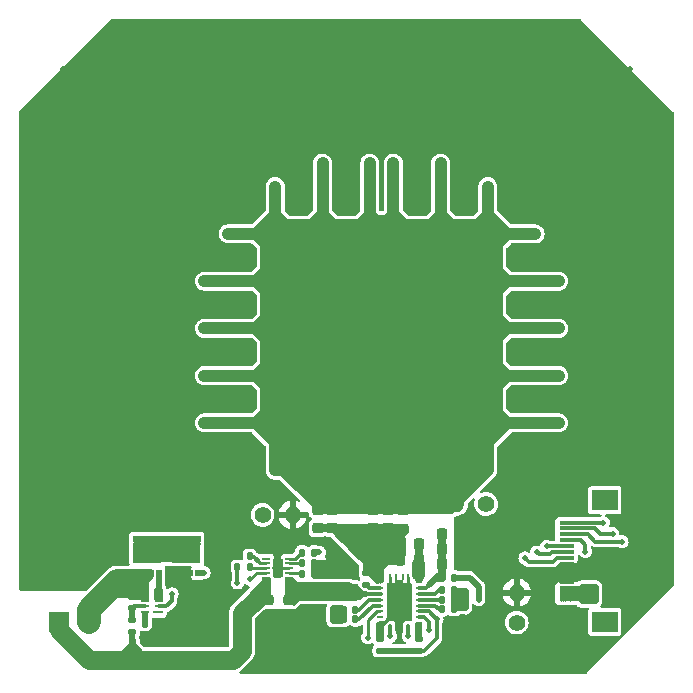
<source format=gbr>
G04 #@! TF.GenerationSoftware,KiCad,Pcbnew,(6.0.0)*
G04 #@! TF.CreationDate,2022-03-27T12:02:49+08:00*
G04 #@! TF.ProjectId,WirelessPower,57697265-6c65-4737-9350-6f7765722e6b,rev?*
G04 #@! TF.SameCoordinates,Original*
G04 #@! TF.FileFunction,Copper,L1,Top*
G04 #@! TF.FilePolarity,Positive*
%FSLAX46Y46*%
G04 Gerber Fmt 4.6, Leading zero omitted, Abs format (unit mm)*
G04 Created by KiCad (PCBNEW (6.0.0)) date 2022-03-27 12:02:49*
%MOMM*%
%LPD*%
G01*
G04 APERTURE LIST*
G04 Aperture macros list*
%AMRoundRect*
0 Rectangle with rounded corners*
0 $1 Rounding radius*
0 $2 $3 $4 $5 $6 $7 $8 $9 X,Y pos of 4 corners*
0 Add a 4 corners polygon primitive as box body*
4,1,4,$2,$3,$4,$5,$6,$7,$8,$9,$2,$3,0*
0 Add four circle primitives for the rounded corners*
1,1,$1+$1,$2,$3*
1,1,$1+$1,$4,$5*
1,1,$1+$1,$6,$7*
1,1,$1+$1,$8,$9*
0 Add four rect primitives between the rounded corners*
20,1,$1+$1,$2,$3,$4,$5,0*
20,1,$1+$1,$4,$5,$6,$7,0*
20,1,$1+$1,$6,$7,$8,$9,0*
20,1,$1+$1,$8,$9,$2,$3,0*%
G04 Aperture macros list end*
G04 #@! TA.AperFunction,SMDPad,CuDef*
%ADD10RoundRect,0.140000X0.170000X-0.140000X0.170000X0.140000X-0.170000X0.140000X-0.170000X-0.140000X0*%
G04 #@! TD*
G04 #@! TA.AperFunction,SMDPad,CuDef*
%ADD11RoundRect,0.135000X-0.135000X-0.185000X0.135000X-0.185000X0.135000X0.185000X-0.135000X0.185000X0*%
G04 #@! TD*
G04 #@! TA.AperFunction,SMDPad,CuDef*
%ADD12RoundRect,0.135000X0.185000X-0.135000X0.185000X0.135000X-0.185000X0.135000X-0.185000X-0.135000X0*%
G04 #@! TD*
G04 #@! TA.AperFunction,SMDPad,CuDef*
%ADD13R,0.850000X0.280000*%
G04 #@! TD*
G04 #@! TA.AperFunction,SMDPad,CuDef*
%ADD14R,0.750000X0.280000*%
G04 #@! TD*
G04 #@! TA.AperFunction,SMDPad,CuDef*
%ADD15R,0.500000X0.630000*%
G04 #@! TD*
G04 #@! TA.AperFunction,SMDPad,CuDef*
%ADD16R,2.450000X1.665000*%
G04 #@! TD*
G04 #@! TA.AperFunction,SMDPad,CuDef*
%ADD17R,0.760000X0.220000*%
G04 #@! TD*
G04 #@! TA.AperFunction,SMDPad,CuDef*
%ADD18R,0.900000X1.500000*%
G04 #@! TD*
G04 #@! TA.AperFunction,ComponentPad*
%ADD19R,1.700000X1.700000*%
G04 #@! TD*
G04 #@! TA.AperFunction,ComponentPad*
%ADD20O,1.700000X1.700000*%
G04 #@! TD*
G04 #@! TA.AperFunction,SMDPad,CuDef*
%ADD21RoundRect,0.249999X-0.650001X0.325001X-0.650001X-0.325001X0.650001X-0.325001X0.650001X0.325001X0*%
G04 #@! TD*
G04 #@! TA.AperFunction,SMDPad,CuDef*
%ADD22RoundRect,0.225000X-0.225000X-0.250000X0.225000X-0.250000X0.225000X0.250000X-0.225000X0.250000X0*%
G04 #@! TD*
G04 #@! TA.AperFunction,SMDPad,CuDef*
%ADD23RoundRect,0.140000X-0.140000X-0.170000X0.140000X-0.170000X0.140000X0.170000X-0.140000X0.170000X0*%
G04 #@! TD*
G04 #@! TA.AperFunction,SMDPad,CuDef*
%ADD24RoundRect,0.140000X-0.170000X0.140000X-0.170000X-0.140000X0.170000X-0.140000X0.170000X0.140000X0*%
G04 #@! TD*
G04 #@! TA.AperFunction,SMDPad,CuDef*
%ADD25RoundRect,0.225000X0.225000X0.250000X-0.225000X0.250000X-0.225000X-0.250000X0.225000X-0.250000X0*%
G04 #@! TD*
G04 #@! TA.AperFunction,SMDPad,CuDef*
%ADD26RoundRect,0.225000X0.250000X-0.225000X0.250000X0.225000X-0.250000X0.225000X-0.250000X-0.225000X0*%
G04 #@! TD*
G04 #@! TA.AperFunction,SMDPad,CuDef*
%ADD27RoundRect,0.225000X-0.250000X0.225000X-0.250000X-0.225000X0.250000X-0.225000X0.250000X0.225000X0*%
G04 #@! TD*
G04 #@! TA.AperFunction,ComponentPad*
%ADD28C,1.400000*%
G04 #@! TD*
G04 #@! TA.AperFunction,ComponentPad*
%ADD29O,1.400000X1.400000*%
G04 #@! TD*
G04 #@! TA.AperFunction,SMDPad,CuDef*
%ADD30RoundRect,0.135000X-0.185000X0.135000X-0.185000X-0.135000X0.185000X-0.135000X0.185000X0.135000X0*%
G04 #@! TD*
G04 #@! TA.AperFunction,SMDPad,CuDef*
%ADD31RoundRect,0.135000X0.135000X0.185000X-0.135000X0.185000X-0.135000X-0.185000X0.135000X-0.185000X0*%
G04 #@! TD*
G04 #@! TA.AperFunction,SMDPad,CuDef*
%ADD32R,0.240000X0.600000*%
G04 #@! TD*
G04 #@! TA.AperFunction,SMDPad,CuDef*
%ADD33R,0.600000X0.240000*%
G04 #@! TD*
G04 #@! TA.AperFunction,SMDPad,CuDef*
%ADD34R,0.780000X0.405000*%
G04 #@! TD*
G04 #@! TA.AperFunction,SMDPad,CuDef*
%ADD35R,0.210000X0.545000*%
G04 #@! TD*
G04 #@! TA.AperFunction,SMDPad,CuDef*
%ADD36R,0.214996X0.550000*%
G04 #@! TD*
G04 #@! TA.AperFunction,SMDPad,CuDef*
%ADD37R,2.050000X3.050000*%
G04 #@! TD*
G04 #@! TA.AperFunction,SMDPad,CuDef*
%ADD38R,0.210000X0.550000*%
G04 #@! TD*
G04 #@! TA.AperFunction,SMDPad,CuDef*
%ADD39R,2.200000X1.800000*%
G04 #@! TD*
G04 #@! TA.AperFunction,SMDPad,CuDef*
%ADD40R,1.300000X0.300000*%
G04 #@! TD*
G04 #@! TA.AperFunction,ViaPad*
%ADD41C,0.500000*%
G04 #@! TD*
G04 #@! TA.AperFunction,ViaPad*
%ADD42C,0.450000*%
G04 #@! TD*
G04 #@! TA.AperFunction,Conductor*
%ADD43C,0.500000*%
G04 #@! TD*
G04 #@! TA.AperFunction,Conductor*
%ADD44C,2.000000*%
G04 #@! TD*
G04 #@! TA.AperFunction,Conductor*
%ADD45C,0.300000*%
G04 #@! TD*
G04 #@! TA.AperFunction,Conductor*
%ADD46C,0.250000*%
G04 #@! TD*
G04 #@! TA.AperFunction,Conductor*
%ADD47C,0.700000*%
G04 #@! TD*
G04 #@! TA.AperFunction,Conductor*
%ADD48C,1.600000*%
G04 #@! TD*
G04 #@! TA.AperFunction,Conductor*
%ADD49C,1.000000*%
G04 #@! TD*
G04 #@! TA.AperFunction,Conductor*
%ADD50C,0.900000*%
G04 #@! TD*
G04 APERTURE END LIST*
D10*
G04 #@! TO.P,C3,1*
G04 #@! TO.N,Net-(C3-Pad1)*
X141470000Y-119930000D03*
G04 #@! TO.P,C3,2*
G04 #@! TO.N,BAT-*
X141470000Y-118970000D03*
G04 #@! TD*
D11*
G04 #@! TO.P,R4,1*
G04 #@! TO.N,Net-(R4-Pad1)*
X142540000Y-121270000D03*
G04 #@! TO.P,R4,2*
G04 #@! TO.N,GND*
X143560000Y-121270000D03*
G04 #@! TD*
D12*
G04 #@! TO.P,R7,1*
G04 #@! TO.N,BAT+*
X141480000Y-121990000D03*
G04 #@! TO.P,R7,2*
G04 #@! TO.N,Net-(C3-Pad1)*
X141480000Y-120970000D03*
G04 #@! TD*
D13*
G04 #@! TO.P,U1,1,NC*
G04 #@! TO.N,unconnected-(U1-Pad1)*
X143634999Y-120310000D03*
D14*
G04 #@! TO.P,U1,2,COUT*
G04 #@! TO.N,Net-(U1-Pad2)*
X143684999Y-119810000D03*
G04 #@! TO.P,U1,3,DOUT*
G04 #@! TO.N,Net-(U1-Pad3)*
X143684999Y-119310000D03*
G04 #@! TO.P,U1,4,VSS*
G04 #@! TO.N,BAT-*
X142534999Y-119310000D03*
G04 #@! TO.P,U1,5,BAT*
G04 #@! TO.N,Net-(C3-Pad1)*
X142534999Y-119810000D03*
G04 #@! TO.P,U1,6,V-*
G04 #@! TO.N,Net-(R4-Pad1)*
X142534999Y-120310000D03*
G04 #@! TD*
D15*
G04 #@! TO.P,U3,1*
G04 #@! TO.N,GND*
X145065000Y-116964999D03*
G04 #@! TO.P,U3,2*
X145715000Y-116964999D03*
G04 #@! TO.P,U3,3*
X146365000Y-116964999D03*
G04 #@! TO.P,U3,4*
G04 #@! TO.N,Net-(U1-Pad2)*
X147015000Y-116964999D03*
G04 #@! TO.P,U3,5*
G04 #@! TO.N,Net-(U3-Pad5)*
X147015000Y-114094999D03*
G04 #@! TO.P,U3,6*
X146365000Y-114094999D03*
G04 #@! TO.P,U3,7*
X145715000Y-114094999D03*
D16*
G04 #@! TO.P,U3,8*
X146040000Y-115249999D03*
D15*
X145065000Y-114094999D03*
G04 #@! TD*
G04 #@! TO.P,U4,1*
G04 #@! TO.N,BAT-*
X141755000Y-116965000D03*
G04 #@! TO.P,U4,2*
X142405000Y-116965000D03*
G04 #@! TO.P,U4,3*
X143055000Y-116965000D03*
G04 #@! TO.P,U4,4*
G04 #@! TO.N,Net-(U1-Pad3)*
X143705000Y-116965000D03*
G04 #@! TO.P,U4,5*
G04 #@! TO.N,Net-(U3-Pad5)*
X143705000Y-114095000D03*
G04 #@! TO.P,U4,6*
X143055000Y-114095000D03*
G04 #@! TO.P,U4,7*
X142405000Y-114095000D03*
D16*
G04 #@! TO.P,U4,8*
X142730000Y-115250000D03*
D15*
X141755000Y-114095000D03*
G04 #@! TD*
D17*
G04 #@! TO.P,U5,1,IN*
G04 #@! TO.N,REG_power*
X154755000Y-117359999D03*
G04 #@! TO.P,U5,2,ISET*
G04 #@! TO.N,Net-(R8-Pad1)*
X154755000Y-116959999D03*
G04 #@! TO.P,U5,3,VSS*
G04 #@! TO.N,GND*
X154755000Y-116559999D03*
G04 #@! TO.P,U5,4,PRETERM*
G04 #@! TO.N,Net-(R9-Pad1)*
X154755000Y-116159999D03*
G04 #@! TO.P,U5,5,~{PG}*
G04 #@! TO.N,Net-(R11-Pad1)*
X154755000Y-115759999D03*
G04 #@! TO.P,U5,6,NC*
G04 #@! TO.N,unconnected-(U5-Pad6)*
X152785000Y-115759999D03*
G04 #@! TO.P,U5,7,ISET2*
G04 #@! TO.N,BAT_ISET*
X152785000Y-116159999D03*
G04 #@! TO.P,U5,8,~{CHG}*
G04 #@! TO.N,Net-(R10-Pad1)*
X152785000Y-116559999D03*
G04 #@! TO.P,U5,9,TS*
G04 #@! TO.N,Net-(TH2-Pad1)*
X152785000Y-116959999D03*
G04 #@! TO.P,U5,10,OUT*
G04 #@! TO.N,BAT+*
X152785000Y-117359999D03*
D18*
G04 #@! TO.P,U5,11,EP*
G04 #@! TO.N,GND*
X153770000Y-116559999D03*
G04 #@! TD*
D19*
G04 #@! TO.P,J5,1,Pin_1*
G04 #@! TO.N,BAT+*
X135250000Y-121090000D03*
D20*
G04 #@! TO.P,J5,2,Pin_2*
G04 #@! TO.N,BAT-*
X137790000Y-121090000D03*
G04 #@! TD*
D21*
G04 #@! TO.P,C1,1*
G04 #@! TO.N,Net-(C1-Pad1)*
X160110000Y-110765000D03*
G04 #@! TO.P,C1,2*
G04 #@! TO.N,Net-(C1-Pad2)*
X160110000Y-113715000D03*
G04 #@! TD*
D22*
G04 #@! TO.P,C2,1*
G04 #@! TO.N,Net-(C1-Pad2)*
X164160000Y-115860000D03*
G04 #@! TO.P,C2,2*
G04 #@! TO.N,Net-(C15-Pad2)*
X165710000Y-115860000D03*
G04 #@! TD*
D23*
G04 #@! TO.P,C4,1*
G04 #@! TO.N,Net-(C1-Pad2)*
X159400000Y-120900000D03*
G04 #@! TO.P,C4,2*
G04 #@! TO.N,Net-(C4-Pad2)*
X160360000Y-120900000D03*
G04 #@! TD*
G04 #@! TO.P,C5,1*
G04 #@! TO.N,Net-(C1-Pad2)*
X159400000Y-120080000D03*
G04 #@! TO.P,C5,2*
G04 #@! TO.N,Net-(C5-Pad2)*
X160360000Y-120080000D03*
G04 #@! TD*
D24*
G04 #@! TO.P,C6,1*
G04 #@! TO.N,Net-(C1-Pad2)*
X161260000Y-117000000D03*
G04 #@! TO.P,C6,2*
G04 #@! TO.N,Net-(C6-Pad2)*
X161260000Y-117960000D03*
G04 #@! TD*
D23*
G04 #@! TO.P,C7,1*
G04 #@! TO.N,Net-(C7-Pad1)*
X167720000Y-118410000D03*
G04 #@! TO.P,C7,2*
G04 #@! TO.N,Net-(C15-Pad2)*
X168680000Y-118410000D03*
G04 #@! TD*
G04 #@! TO.P,C8,1*
G04 #@! TO.N,Net-(C8-Pad1)*
X167720000Y-119230000D03*
G04 #@! TO.P,C8,2*
G04 #@! TO.N,Net-(C15-Pad2)*
X168680000Y-119230000D03*
G04 #@! TD*
G04 #@! TO.P,C9,1*
G04 #@! TO.N,Net-(C9-Pad1)*
X167720000Y-120050000D03*
G04 #@! TO.P,C9,2*
G04 #@! TO.N,Net-(C15-Pad2)*
X168680000Y-120050000D03*
G04 #@! TD*
D25*
G04 #@! TO.P,C10,1*
G04 #@! TO.N,GND*
X169245000Y-114940000D03*
G04 #@! TO.P,C10,2*
G04 #@! TO.N,Net-(C10-Pad2)*
X167695000Y-114940000D03*
G04 #@! TD*
D26*
G04 #@! TO.P,C11,1*
G04 #@! TO.N,GND*
X154770000Y-120855000D03*
G04 #@! TO.P,C11,2*
G04 #@! TO.N,REG_power*
X154770000Y-119305000D03*
G04 #@! TD*
D27*
G04 #@! TO.P,C12,1*
G04 #@! TO.N,BAT+*
X152940000Y-119305000D03*
G04 #@! TO.P,C12,2*
G04 #@! TO.N,GND*
X152940000Y-120855000D03*
G04 #@! TD*
D28*
G04 #@! TO.P,J6,1,Pin_1*
G04 #@! TO.N,Net-(C15-Pad2)*
X171410000Y-111140000D03*
D29*
G04 #@! TO.P,J6,2,Pin_2*
G04 #@! TO.N,Net-(C1-Pad1)*
X168870000Y-111140000D03*
G04 #@! TD*
D12*
G04 #@! TO.P,R1,1*
G04 #@! TO.N,Net-(R1-Pad1)*
X162420000Y-123559999D03*
G04 #@! TO.P,R1,2*
G04 #@! TO.N,GND*
X162420000Y-122539999D03*
G04 #@! TD*
D30*
G04 #@! TO.P,R2,1*
G04 #@! TO.N,Net-(R2-Pad1)*
X165720000Y-122540000D03*
G04 #@! TO.P,R2,2*
G04 #@! TO.N,Net-(R1-Pad1)*
X165720000Y-123560000D03*
G04 #@! TD*
D11*
G04 #@! TO.P,R3,1*
G04 #@! TO.N,Net-(C10-Pad2)*
X167700000Y-117370000D03*
G04 #@! TO.P,R3,2*
G04 #@! TO.N,Net-(R1-Pad1)*
X168720000Y-117370000D03*
G04 #@! TD*
D31*
G04 #@! TO.P,R5,1*
G04 #@! TO.N,BAT_ISET*
X151390000Y-115540000D03*
G04 #@! TO.P,R5,2*
G04 #@! TO.N,GND*
X150370000Y-115540000D03*
G04 #@! TD*
D11*
G04 #@! TO.P,R8,1*
G04 #@! TO.N,Net-(R8-Pad1)*
X155840000Y-117090000D03*
G04 #@! TO.P,R8,2*
G04 #@! TO.N,GND*
X156860000Y-117090000D03*
G04 #@! TD*
G04 #@! TO.P,R9,1*
G04 #@! TO.N,Net-(R9-Pad1)*
X155840000Y-116170000D03*
G04 #@! TO.P,R9,2*
G04 #@! TO.N,GND*
X156860000Y-116170000D03*
G04 #@! TD*
D31*
G04 #@! TO.P,R10,1*
G04 #@! TO.N,Net-(R10-Pad1)*
X151390000Y-116459999D03*
G04 #@! TO.P,R10,2*
G04 #@! TO.N,BAT_CHG*
X150370000Y-116459999D03*
G04 #@! TD*
D11*
G04 #@! TO.P,R11,1*
G04 #@! TO.N,Net-(R11-Pad1)*
X155839999Y-115250000D03*
G04 #@! TO.P,R11,2*
G04 #@! TO.N,BAT_PG*
X156859999Y-115250000D03*
G04 #@! TD*
D28*
G04 #@! TO.P,TH1,1*
G04 #@! TO.N,Net-(TH1-Pad1)*
X174010000Y-121180000D03*
D29*
G04 #@! TO.P,TH1,2*
G04 #@! TO.N,GND*
X174010000Y-118640000D03*
G04 #@! TD*
D28*
G04 #@! TO.P,TH2,1*
G04 #@! TO.N,Net-(TH2-Pad1)*
X152490000Y-112060000D03*
D29*
G04 #@! TO.P,TH2,2*
G04 #@! TO.N,GND*
X155030000Y-112060000D03*
G04 #@! TD*
D32*
G04 #@! TO.P,U2,1,PGND*
G04 #@! TO.N,GND*
X163320000Y-117330000D03*
D33*
G04 #@! TO.P,U2,2,AC1*
G04 #@! TO.N,Net-(C1-Pad2)*
X162420000Y-117730000D03*
G04 #@! TO.P,U2,3,BOOT1*
G04 #@! TO.N,Net-(C6-Pad2)*
X162420000Y-118230000D03*
G04 #@! TO.P,U2,4,OUT*
G04 #@! TO.N,REG_power*
X162420000Y-118730000D03*
G04 #@! TO.P,U2,5,CLAMP1*
G04 #@! TO.N,Net-(C5-Pad2)*
X162420000Y-119230000D03*
G04 #@! TO.P,U2,6,COMM1*
G04 #@! TO.N,Net-(C4-Pad2)*
X162420000Y-119730000D03*
G04 #@! TO.P,U2,7,~{CHG}*
G04 #@! TO.N,REG_CHG*
X162420000Y-120230000D03*
G04 #@! TO.P,U2,8,~{AD-EN}*
G04 #@! TO.N,unconnected-(U2-Pad8)*
X162420000Y-120730000D03*
G04 #@! TO.P,U2,9,AD*
G04 #@! TO.N,GND*
X162420000Y-121230000D03*
D32*
G04 #@! TO.P,U2,10,EN1*
G04 #@! TO.N,REG_EN1*
X163320000Y-121630000D03*
G04 #@! TO.P,U2,11,EN2*
G04 #@! TO.N,REG_EN2*
X164820000Y-121630000D03*
D33*
G04 #@! TO.P,U2,12,ILIM*
G04 #@! TO.N,Net-(R2-Pad1)*
X165720000Y-121230000D03*
G04 #@! TO.P,U2,13,TS/CTRL*
G04 #@! TO.N,Net-(TH1-Pad1)*
X165720000Y-120730000D03*
G04 #@! TO.P,U2,14,FOD*
G04 #@! TO.N,Net-(R1-Pad1)*
X165720000Y-120230000D03*
G04 #@! TO.P,U2,15,COMM2*
G04 #@! TO.N,Net-(C9-Pad1)*
X165720000Y-119730000D03*
G04 #@! TO.P,U2,16,CLAMP2*
G04 #@! TO.N,Net-(C8-Pad1)*
X165720000Y-119230000D03*
G04 #@! TO.P,U2,17,BOOT2*
G04 #@! TO.N,Net-(C7-Pad1)*
X165720000Y-118730000D03*
G04 #@! TO.P,U2,18,RECT*
G04 #@! TO.N,Net-(C10-Pad2)*
X165720000Y-118230000D03*
G04 #@! TO.P,U2,19,AC2*
G04 #@! TO.N,Net-(C15-Pad2)*
X165720000Y-117730000D03*
D32*
G04 #@! TO.P,U2,20,PGND*
G04 #@! TO.N,GND*
X164820000Y-117330000D03*
D34*
G04 #@! TO.P,U2,21,EXP*
X164060000Y-117700000D03*
D35*
X164350000Y-117300000D03*
D36*
X164340000Y-121628750D03*
D37*
X164070000Y-119480000D03*
D34*
X164070000Y-121210000D03*
D38*
X163800000Y-121665000D03*
X163795000Y-117300000D03*
G04 #@! TD*
D27*
G04 #@! TO.P,C13,1*
G04 #@! TO.N,Net-(C1-Pad1)*
X161810000Y-111645000D03*
G04 #@! TO.P,C13,2*
G04 #@! TO.N,Net-(C1-Pad2)*
X161810000Y-113195000D03*
G04 #@! TD*
D22*
G04 #@! TO.P,C15,1*
G04 #@! TO.N,Net-(C1-Pad2)*
X164160000Y-114565000D03*
G04 #@! TO.P,C15,2*
G04 #@! TO.N,Net-(C15-Pad2)*
X165710000Y-114565000D03*
G04 #@! TD*
D27*
G04 #@! TO.P,C16,1*
G04 #@! TO.N,GND*
X160135000Y-116765000D03*
G04 #@! TO.P,C16,2*
G04 #@! TO.N,REG_power*
X160135000Y-118315000D03*
G04 #@! TD*
G04 #@! TO.P,C17,1*
G04 #@! TO.N,GND*
X158910000Y-116765000D03*
G04 #@! TO.P,C17,2*
G04 #@! TO.N,REG_power*
X158910000Y-118315000D03*
G04 #@! TD*
D25*
G04 #@! TO.P,C18,1*
G04 #@! TO.N,GND*
X169245000Y-116200000D03*
G04 #@! TO.P,C18,2*
G04 #@! TO.N,Net-(C10-Pad2)*
X167695000Y-116200000D03*
G04 #@! TD*
D39*
G04 #@! TO.P,J7,*
G04 #@! TO.N,*
X181480000Y-121110000D03*
X181480000Y-110810000D03*
D40*
G04 #@! TO.P,J7,1,Pin_1*
G04 #@! TO.N,BAT+*
X178230000Y-119210000D03*
G04 #@! TO.P,J7,2,Pin_2*
X178230000Y-118710000D03*
G04 #@! TO.P,J7,3,Pin_3*
X178230000Y-118210000D03*
G04 #@! TO.P,J7,4,Pin_4*
G04 #@! TO.N,GND*
X178230000Y-117710000D03*
G04 #@! TO.P,J7,5,Pin_5*
X178230000Y-117210000D03*
G04 #@! TO.P,J7,6,Pin_6*
X178230000Y-116710000D03*
G04 #@! TO.P,J7,7,Pin_7*
X178230000Y-116210000D03*
G04 #@! TO.P,J7,8,Pin_8*
G04 #@! TO.N,BAT_CHG*
X178230000Y-115710000D03*
G04 #@! TO.P,J7,9,Pin_9*
G04 #@! TO.N,BAT_PG*
X178230000Y-115210000D03*
G04 #@! TO.P,J7,10,Pin_10*
G04 #@! TO.N,BAT_ISET*
X178230000Y-114710000D03*
G04 #@! TO.P,J7,11,Pin_11*
G04 #@! TO.N,REG_power*
X178230000Y-114210000D03*
G04 #@! TO.P,J7,12,Pin_12*
G04 #@! TO.N,REG_CHG*
X178230000Y-113710000D03*
G04 #@! TO.P,J7,13,Pin_13*
G04 #@! TO.N,REG_EN1*
X178230000Y-113210000D03*
G04 #@! TO.P,J7,14,Pin_14*
G04 #@! TO.N,REG_EN2*
X178230000Y-112710000D03*
G04 #@! TD*
D27*
G04 #@! TO.P,C14,1*
G04 #@! TO.N,Net-(C1-Pad1)*
X163110000Y-111635000D03*
G04 #@! TO.P,C14,2*
G04 #@! TO.N,Net-(C1-Pad2)*
X163110000Y-113185000D03*
G04 #@! TD*
G04 #@! TO.P,C19,1*
G04 #@! TO.N,Net-(C1-Pad1)*
X164410000Y-111665000D03*
G04 #@! TO.P,C19,2*
G04 #@! TO.N,Net-(C1-Pad2)*
X164410000Y-113215000D03*
G04 #@! TD*
G04 #@! TO.P,C20,1*
G04 #@! TO.N,Net-(C1-Pad1)*
X158410000Y-111655000D03*
G04 #@! TO.P,C20,2*
G04 #@! TO.N,Net-(C1-Pad2)*
X158410000Y-113205000D03*
G04 #@! TD*
G04 #@! TO.P,C21,1*
G04 #@! TO.N,Net-(C1-Pad1)*
X157160000Y-111655000D03*
G04 #@! TO.P,C21,2*
G04 #@! TO.N,Net-(C1-Pad2)*
X157160000Y-113205000D03*
G04 #@! TD*
D25*
G04 #@! TO.P,C22,1*
G04 #@! TO.N,GND*
X169245000Y-113665000D03*
G04 #@! TO.P,C22,2*
G04 #@! TO.N,Net-(C10-Pad2)*
X167695000Y-113665000D03*
G04 #@! TD*
D41*
G04 #@! TO.N,GND*
X153970000Y-116060000D03*
X152970000Y-122540000D03*
X135570000Y-74270000D03*
D42*
X164040000Y-118280000D03*
X164640000Y-118280000D03*
X163440000Y-118880000D03*
X164040000Y-118880000D03*
X164640000Y-118880000D03*
X163440000Y-119480000D03*
X164040000Y-119480000D03*
X164640000Y-119480000D03*
X163440000Y-120080000D03*
X164040000Y-120080000D03*
X164640000Y-120080000D03*
X163440000Y-120680000D03*
X164040000Y-120680000D03*
X164640000Y-120680000D03*
D41*
X147130000Y-118430000D03*
X148130000Y-118430000D03*
X149130000Y-118430000D03*
X146130000Y-119430000D03*
X147130000Y-119430000D03*
X148130000Y-119430000D03*
X149130000Y-119430000D03*
X146130000Y-120430000D03*
X147130000Y-120430000D03*
X148130000Y-120430000D03*
X149130000Y-120430000D03*
X146130000Y-121430000D03*
X147130000Y-121430000D03*
X148130000Y-121430000D03*
X149130000Y-121430000D03*
X147130000Y-122420000D03*
X146130000Y-122420000D03*
X149130000Y-122420000D03*
X148130000Y-122420000D03*
X145110000Y-120430000D03*
X145110000Y-121430000D03*
X145110000Y-122420000D03*
X153970000Y-122540000D03*
X154970000Y-122540000D03*
X155970000Y-122540000D03*
X156970000Y-122540000D03*
X157970000Y-122540000D03*
X158970000Y-122540000D03*
D42*
X163440000Y-118280000D03*
D41*
X137570000Y-74270000D03*
X139570000Y-74270000D03*
X141570000Y-74270000D03*
X143570000Y-74270000D03*
X145570000Y-74270000D03*
X147570000Y-74270000D03*
X149570000Y-74270000D03*
X151570000Y-74270000D03*
X153570000Y-74270000D03*
X155570000Y-74270000D03*
X157570000Y-74270000D03*
X159570000Y-74270000D03*
X161570000Y-74270000D03*
X163570000Y-74270000D03*
X165570000Y-74270000D03*
X167570000Y-74270000D03*
X169570000Y-74270000D03*
X171570000Y-74270000D03*
X173570000Y-74270000D03*
X175570000Y-74270000D03*
X177570000Y-74270000D03*
X179570000Y-74270000D03*
X181570000Y-74270000D03*
X183570000Y-74270000D03*
X183570000Y-76270000D03*
X181570000Y-76270000D03*
X179570000Y-76270000D03*
X177570000Y-76270000D03*
X175570000Y-76270000D03*
X173570000Y-76270000D03*
X171570000Y-76270000D03*
X169570000Y-76270000D03*
X167570000Y-76270000D03*
X165570000Y-76270000D03*
X163570000Y-76270000D03*
X161570000Y-76270000D03*
X159570000Y-76270000D03*
X157570000Y-76270000D03*
X155570000Y-76270000D03*
X153570000Y-76270000D03*
X151570000Y-76270000D03*
X149570000Y-76270000D03*
X147570000Y-76270000D03*
X145570000Y-76270000D03*
X143570000Y-76270000D03*
X141570000Y-76270000D03*
X139570000Y-76270000D03*
X137570000Y-76270000D03*
X135570000Y-76270000D03*
X135570000Y-78270000D03*
X137570000Y-78270000D03*
X139570000Y-78270000D03*
X141570000Y-78270000D03*
X143570000Y-78270000D03*
X145570000Y-78270000D03*
X147570000Y-78270000D03*
X149570000Y-78270000D03*
X151570000Y-78270000D03*
X153570000Y-78270000D03*
X155570000Y-78270000D03*
X157570000Y-78270000D03*
X159570000Y-78270000D03*
X161570000Y-78270000D03*
X163570000Y-78270000D03*
X165570000Y-78270000D03*
X167570000Y-78270000D03*
X169570000Y-78270000D03*
X171570000Y-78270000D03*
X173570000Y-78270000D03*
X175570000Y-78270000D03*
X177570000Y-78270000D03*
X179570000Y-78270000D03*
X181570000Y-78270000D03*
X183570000Y-78270000D03*
X183570000Y-80270000D03*
X181570000Y-80270000D03*
X179570000Y-80270000D03*
X177570000Y-80270000D03*
X175570000Y-80270000D03*
X173570000Y-80270000D03*
X171570000Y-80270000D03*
X169570000Y-80270000D03*
X167570000Y-80270000D03*
X165570000Y-80270000D03*
X163570000Y-80270000D03*
X161570000Y-80270000D03*
X159570000Y-80270000D03*
X157570000Y-80270000D03*
X155570000Y-80270000D03*
X153570000Y-80270000D03*
X151570000Y-80270000D03*
X149570000Y-80270000D03*
X147570000Y-80270000D03*
X145570000Y-80270000D03*
X143570000Y-80270000D03*
X141570000Y-80270000D03*
X139570000Y-80270000D03*
X137570000Y-80270000D03*
X135570000Y-80270000D03*
X135570000Y-82270000D03*
X137570000Y-82270000D03*
X139570000Y-82270000D03*
X141570000Y-82270000D03*
X143570000Y-82270000D03*
X145570000Y-82270000D03*
X147570000Y-82270000D03*
X149570000Y-82270000D03*
X151570000Y-82270000D03*
X153570000Y-82270000D03*
X155570000Y-82270000D03*
X159570000Y-82270000D03*
X165570000Y-82270000D03*
X169570000Y-82270000D03*
X171570000Y-82270000D03*
X173570000Y-82270000D03*
X175570000Y-82270000D03*
X177570000Y-82270000D03*
X179570000Y-82270000D03*
X181570000Y-82270000D03*
X183570000Y-82270000D03*
X183570000Y-84270000D03*
X181570000Y-84270000D03*
X179570000Y-84270000D03*
X177570000Y-84270000D03*
X175570000Y-84270000D03*
X173570000Y-84270000D03*
X169570000Y-84270000D03*
X165570000Y-84270000D03*
X159570000Y-84270000D03*
X155570000Y-84270000D03*
X151570000Y-84270000D03*
X149570000Y-84270000D03*
X147570000Y-84270000D03*
X145570000Y-84270000D03*
X143570000Y-84270000D03*
X141570000Y-84270000D03*
X139570000Y-84270000D03*
X137570000Y-84270000D03*
X135570000Y-84270000D03*
X135570000Y-86270000D03*
X137570000Y-86270000D03*
X139570000Y-86270000D03*
X141570000Y-86270000D03*
X143570000Y-86270000D03*
X145570000Y-86270000D03*
X147570000Y-86270000D03*
X149570000Y-86270000D03*
X151570000Y-86270000D03*
X155570000Y-86270000D03*
X159570000Y-86270000D03*
X165570000Y-86270000D03*
X169570000Y-86270000D03*
X173570000Y-86270000D03*
X175570000Y-86270000D03*
X177570000Y-86270000D03*
X179570000Y-86270000D03*
X181570000Y-86270000D03*
X183570000Y-86270000D03*
X183570000Y-88270000D03*
X181570000Y-88270000D03*
X179570000Y-88270000D03*
X177570000Y-88270000D03*
X147570000Y-88270000D03*
X145570000Y-88270000D03*
X143570000Y-88270000D03*
X141570000Y-88270000D03*
X139570000Y-88270000D03*
X137570000Y-88270000D03*
X135570000Y-88270000D03*
X135570000Y-90270000D03*
X137570000Y-90270000D03*
X139570000Y-90270000D03*
X141570000Y-90270000D03*
X143570000Y-90270000D03*
X145570000Y-90270000D03*
X147570000Y-90270000D03*
X149570000Y-90270000D03*
X151570000Y-90270000D03*
X173570000Y-90270000D03*
X175570000Y-90270000D03*
X177570000Y-90270000D03*
X179570000Y-90270000D03*
X181570000Y-90270000D03*
X183570000Y-90270000D03*
X183570000Y-92270000D03*
X181570000Y-92270000D03*
X179570000Y-92270000D03*
X145570000Y-92270000D03*
X143570000Y-92270000D03*
X141570000Y-92270000D03*
X139570000Y-92270000D03*
X137570000Y-92270000D03*
X135570000Y-92270000D03*
X135570000Y-94270000D03*
X137570000Y-94270000D03*
X139570000Y-94270000D03*
X141570000Y-94270000D03*
X143570000Y-94270000D03*
X145570000Y-94270000D03*
X147570000Y-94270000D03*
X149570000Y-94270000D03*
X151570000Y-94270000D03*
X173570000Y-94270000D03*
X175570000Y-94270000D03*
X177570000Y-94270000D03*
X179570000Y-94270000D03*
X181570000Y-94270000D03*
X183570000Y-94270000D03*
X183570000Y-96270000D03*
X181570000Y-96270000D03*
X179570000Y-96270000D03*
X145570000Y-96270000D03*
X143570000Y-96270000D03*
X141570000Y-96270000D03*
X139570000Y-96270000D03*
X137570000Y-96270000D03*
X135570000Y-96270000D03*
X135570000Y-98270000D03*
X137570000Y-98270000D03*
X139570000Y-98270000D03*
X141570000Y-98270000D03*
X143570000Y-98270000D03*
X145570000Y-98270000D03*
X147570000Y-98270000D03*
X149570000Y-98270000D03*
X151570000Y-98270000D03*
X173570000Y-98270000D03*
X175570000Y-98270000D03*
X177570000Y-98270000D03*
X179570000Y-98270000D03*
X181570000Y-98270000D03*
X183570000Y-98270000D03*
X183570000Y-100270000D03*
X181570000Y-100270000D03*
X179570000Y-100270000D03*
X145570000Y-100270000D03*
X143570000Y-100270000D03*
X141570000Y-100270000D03*
X139570000Y-100270000D03*
X137570000Y-100270000D03*
X135570000Y-100270000D03*
X135570000Y-102270000D03*
X137570000Y-102270000D03*
X139570000Y-102270000D03*
X141570000Y-102270000D03*
X143570000Y-102270000D03*
X145570000Y-102270000D03*
X147570000Y-102270000D03*
X149570000Y-102270000D03*
X151570000Y-102270000D03*
X173570000Y-102270000D03*
X175570000Y-102270000D03*
X177570000Y-102270000D03*
X179570000Y-102270000D03*
X181570000Y-102270000D03*
X183570000Y-102270000D03*
X183570000Y-104270000D03*
X181570000Y-104270000D03*
X179570000Y-104270000D03*
X145570000Y-104270000D03*
X143570000Y-104270000D03*
X141570000Y-104270000D03*
X139570000Y-104270000D03*
X137570000Y-104270000D03*
X135570000Y-104270000D03*
X135570000Y-106270000D03*
X137570000Y-106270000D03*
X139570000Y-106270000D03*
X141570000Y-106270000D03*
X143570000Y-106270000D03*
X145570000Y-106270000D03*
X147570000Y-106270000D03*
X149570000Y-106270000D03*
X151570000Y-106270000D03*
X173570000Y-106270000D03*
X175570000Y-106270000D03*
X177570000Y-106270000D03*
X179570000Y-106270000D03*
X181570000Y-106270000D03*
X183570000Y-106270000D03*
X183570000Y-108270000D03*
X181570000Y-108270000D03*
X179570000Y-108270000D03*
X177570000Y-108270000D03*
X175570000Y-108270000D03*
X173570000Y-108270000D03*
X151570000Y-108270000D03*
X149570000Y-108270000D03*
X147570000Y-108270000D03*
X145570000Y-108270000D03*
X143570000Y-108270000D03*
X141570000Y-108270000D03*
X139570000Y-108270000D03*
X137570000Y-108270000D03*
X135570000Y-108270000D03*
X153570000Y-116560000D03*
X153970000Y-117060000D03*
X146130000Y-118430000D03*
D42*
G04 #@! TO.N,BAT+*
X179500000Y-118160000D03*
D41*
X140036250Y-124720000D03*
X141412500Y-124720000D03*
X142788750Y-124720000D03*
X144165000Y-124720000D03*
X145541250Y-124720000D03*
X146917500Y-124720000D03*
X148293750Y-124720000D03*
X149670000Y-124690000D03*
X144825000Y-124020000D03*
X147577500Y-124020000D03*
X150330000Y-123990000D03*
X148953750Y-124020000D03*
X146201250Y-124020000D03*
X142072500Y-124020000D03*
X139320000Y-124020000D03*
X143448750Y-124020000D03*
X140696250Y-124020000D03*
D42*
X180100000Y-118160000D03*
X180700000Y-118160000D03*
X179500000Y-118760000D03*
X180100000Y-118760000D03*
X180700000Y-118760000D03*
X179500000Y-119360000D03*
X180100000Y-119360000D03*
X180700000Y-119360000D03*
D41*
X137990000Y-124000000D03*
X138660000Y-124720000D03*
G04 #@! TO.N,Net-(C1-Pad2)*
X158450000Y-121040000D03*
X158450000Y-120475000D03*
X161860000Y-116660000D03*
X162450000Y-116660000D03*
X161860000Y-117255000D03*
X162450000Y-117255000D03*
X161860000Y-116065000D03*
X158450000Y-119910000D03*
X162450000Y-116065000D03*
G04 #@! TO.N,Net-(C1-Pad1)*
X157570000Y-82270000D03*
X161570000Y-82270000D03*
X163570000Y-82270000D03*
X167570000Y-82270000D03*
X171570000Y-84270000D03*
X167570000Y-84270000D03*
X163570000Y-84270000D03*
X161570000Y-84270000D03*
X157570000Y-84270000D03*
X153570000Y-84270000D03*
X153570000Y-86270000D03*
X157570000Y-86270000D03*
X161570000Y-86270000D03*
X163570000Y-86270000D03*
X167570000Y-86270000D03*
X171570000Y-86270000D03*
X175570000Y-88270000D03*
X173570000Y-88270000D03*
X171570000Y-88270000D03*
X169570000Y-88270000D03*
X167570000Y-88270000D03*
X165570000Y-88270000D03*
X163570000Y-88270000D03*
X161570000Y-88270000D03*
X159570000Y-88270000D03*
X157570000Y-88270000D03*
X155570000Y-88270000D03*
X153570000Y-88270000D03*
X151570000Y-88270000D03*
X149570000Y-88270000D03*
X153570000Y-90270000D03*
X155570000Y-90270000D03*
X157570000Y-90270000D03*
X159570000Y-90270000D03*
X161570000Y-90270000D03*
X163570000Y-90270000D03*
X165570000Y-90270000D03*
X167570000Y-90270000D03*
X169570000Y-90270000D03*
X171570000Y-90270000D03*
X177570000Y-92270000D03*
X175570000Y-92270000D03*
X173570000Y-92270000D03*
X171570000Y-92270000D03*
X169570000Y-92270000D03*
X167570000Y-92270000D03*
X165570000Y-92270000D03*
X163570000Y-92270000D03*
X161570000Y-92270000D03*
X159570000Y-92270000D03*
X157570000Y-92270000D03*
X155570000Y-92270000D03*
X153570000Y-92270000D03*
X151570000Y-92270000D03*
X149570000Y-92270000D03*
X147570000Y-92270000D03*
X153570000Y-94270000D03*
X155570000Y-94270000D03*
X157570000Y-94270000D03*
X159570000Y-94270000D03*
X161570000Y-94270000D03*
X163570000Y-94270000D03*
X165570000Y-94270000D03*
X167570000Y-94270000D03*
X169570000Y-94270000D03*
X171570000Y-94270000D03*
X177570000Y-96270000D03*
X175570000Y-96270000D03*
X173570000Y-96270000D03*
X171570000Y-96270000D03*
X169570000Y-96270000D03*
X167570000Y-96270000D03*
X165570000Y-96270000D03*
X163570000Y-96270000D03*
X161570000Y-96270000D03*
X159570000Y-96270000D03*
X157570000Y-96270000D03*
X155570000Y-96270000D03*
X153570000Y-96270000D03*
X151570000Y-96270000D03*
X149570000Y-96270000D03*
X147570000Y-96270000D03*
X153570000Y-98270000D03*
X155570000Y-98270000D03*
X157570000Y-98270000D03*
X159570000Y-98270000D03*
X161570000Y-98270000D03*
X163570000Y-98270000D03*
X165570000Y-98270000D03*
X167570000Y-98270000D03*
X169570000Y-98270000D03*
X171570000Y-98270000D03*
X177570000Y-100270000D03*
X175570000Y-100270000D03*
X173570000Y-100270000D03*
X171570000Y-100270000D03*
X169570000Y-100270000D03*
X167570000Y-100270000D03*
X165570000Y-100270000D03*
X163570000Y-100270000D03*
X161570000Y-100270000D03*
X159570000Y-100270000D03*
X157570000Y-100270000D03*
X155570000Y-100270000D03*
X153570000Y-100270000D03*
X151570000Y-100270000D03*
X149570000Y-100270000D03*
X147570000Y-100270000D03*
X153570000Y-102270000D03*
X155570000Y-102270000D03*
X157570000Y-102270000D03*
X159570000Y-102270000D03*
X161570000Y-102270000D03*
X163570000Y-102270000D03*
X165570000Y-102270000D03*
X167570000Y-102270000D03*
X169570000Y-102270000D03*
X171570000Y-102270000D03*
X177570000Y-104270000D03*
X175570000Y-104270000D03*
X173570000Y-104270000D03*
X171570000Y-104270000D03*
X169570000Y-104270000D03*
X167570000Y-104270000D03*
X165570000Y-104270000D03*
X163570000Y-104270000D03*
X161570000Y-104270000D03*
X159570000Y-104270000D03*
X157570000Y-104270000D03*
X155570000Y-104270000D03*
X153570000Y-104270000D03*
X151570000Y-104270000D03*
X149570000Y-104270000D03*
X147570000Y-104270000D03*
X153570000Y-106270000D03*
X155570000Y-106270000D03*
X157570000Y-106270000D03*
X159570000Y-106270000D03*
X161570000Y-106270000D03*
X163570000Y-106270000D03*
X165570000Y-106270000D03*
X167570000Y-106270000D03*
X169570000Y-106270000D03*
X171570000Y-106270000D03*
X171570000Y-108270000D03*
X169570000Y-108270000D03*
X167570000Y-108270000D03*
X165570000Y-108270000D03*
X163570000Y-108270000D03*
X161570000Y-108270000D03*
X159570000Y-108270000D03*
X157570000Y-108270000D03*
X155570000Y-108270000D03*
X153570000Y-108270000D03*
G04 #@! TO.N,Net-(R1-Pad1)*
X170800000Y-119240000D03*
X167260000Y-120900000D03*
G04 #@! TO.N,BAT_ISET*
X176540000Y-114710000D03*
X152010000Y-115870000D03*
G04 #@! TO.N,Net-(TH1-Pad1)*
X166600000Y-121810000D03*
G04 #@! TO.N,Net-(TH2-Pad1)*
X151469993Y-117510007D03*
G04 #@! TO.N,Net-(U1-Pad2)*
X144830000Y-118760000D03*
X147535000Y-116970000D03*
D42*
G04 #@! TO.N,REG_power*
X160735000Y-118740000D03*
D41*
X179820000Y-115170000D03*
G04 #@! TO.N,REG_EN2*
X164820000Y-122310000D03*
X181350000Y-112710000D03*
G04 #@! TO.N,REG_EN1*
X163320000Y-122310000D03*
X182140000Y-113640000D03*
G04 #@! TO.N,REG_CHG*
X182920000Y-114330000D03*
X161400000Y-122460000D03*
G04 #@! TO.N,BAT_PG*
X175700000Y-115210000D03*
X157310000Y-115240000D03*
G04 #@! TO.N,BAT_CHG*
X174710000Y-115710000D03*
X150370000Y-117820000D03*
G04 #@! TO.N,Net-(C15-Pad2)*
X169680000Y-119940000D03*
X165440000Y-117220000D03*
X165990000Y-116620000D03*
X165440000Y-116620000D03*
X169680000Y-119230000D03*
X169680000Y-118520000D03*
X165990000Y-117220000D03*
G04 #@! TD*
D43*
G04 #@! TO.N,BAT-*
X143050000Y-117030000D02*
X141760000Y-117030001D01*
X142660000Y-119180000D02*
X142660000Y-118600000D01*
X141410000Y-117670000D02*
X141410000Y-118970000D01*
X141480000Y-118560000D02*
X142540000Y-118560000D01*
X141510000Y-118270000D02*
X142570000Y-118270000D01*
X142230000Y-118170000D02*
X142230000Y-117110000D01*
X142660000Y-118480000D02*
X142660000Y-117420000D01*
X141329533Y-118999533D02*
X140580000Y-118250000D01*
X143050000Y-117250000D02*
X142300467Y-117999533D01*
X141150000Y-118870000D02*
X140090000Y-118870000D01*
X141759411Y-116969411D02*
X141755001Y-116965000D01*
D44*
X141150000Y-117650000D02*
X140210000Y-117650000D01*
D43*
X141430000Y-117829999D02*
X141430000Y-117239999D01*
X143050000Y-116900000D02*
X141750000Y-116900000D01*
X142420000Y-118610000D02*
X142590000Y-118440000D01*
D44*
X140210000Y-117690000D02*
X137790000Y-120110000D01*
D43*
X142420000Y-119190000D02*
X142420000Y-118610000D01*
X141568909Y-116900000D02*
X141180000Y-116900000D01*
D44*
X137790000Y-120110000D02*
X137790000Y-121090000D01*
X140210000Y-117650000D02*
X140210000Y-117690000D01*
D43*
X141749412Y-116970589D02*
X141755001Y-116965000D01*
X141410000Y-118990000D02*
X142470000Y-118990000D01*
X141479999Y-118790001D02*
X141480001Y-118790000D01*
D45*
G04 #@! TO.N,Net-(C3-Pad1)*
X141600000Y-119810000D02*
X141450000Y-119960000D01*
D43*
X141469998Y-120730000D02*
X141469999Y-119930001D01*
D45*
X142534999Y-119810000D02*
X141600000Y-119810000D01*
D43*
G04 #@! TO.N,Net-(R4-Pad1)*
X142539999Y-120420000D02*
X142540000Y-121324998D01*
G04 #@! TO.N,Net-(U3-Pad5)*
X143625000Y-114950000D02*
X145075000Y-114950000D01*
X143705000Y-115700000D02*
X145155000Y-115700000D01*
X143665000Y-115390000D02*
X145115000Y-115390000D01*
X141750000Y-114560000D02*
X147010000Y-114559999D01*
X141755000Y-114095000D02*
X147015000Y-114094999D01*
X143695000Y-115820000D02*
X145145000Y-115820000D01*
G04 #@! TO.N,GND*
X146360000Y-116900000D02*
X145060000Y-116900000D01*
X146350000Y-117030000D02*
X145050000Y-117030000D01*
D45*
X162580000Y-121270000D02*
X162580000Y-122520000D01*
X162270001Y-121290000D02*
X162270000Y-122540000D01*
X177730000Y-116210000D02*
X177730000Y-117710000D01*
X177970000Y-116220000D02*
X177970000Y-117720000D01*
X178730000Y-116210000D02*
X178730000Y-117710000D01*
X178470000Y-116210000D02*
X178470000Y-117710000D01*
X162440000Y-121610000D02*
X163690000Y-120360000D01*
X164120000Y-119940000D02*
X164120000Y-119440000D01*
X162420000Y-121230000D02*
X162820000Y-121230000D01*
X162420000Y-121230000D02*
X162420001Y-122480000D01*
D46*
X164820000Y-118730000D02*
X164070000Y-119480000D01*
X154754999Y-116559999D02*
X153770000Y-116559999D01*
D43*
X143560000Y-121270000D02*
X143560000Y-121310000D01*
D46*
X163320000Y-118730000D02*
X164070000Y-119480000D01*
D45*
X178230000Y-116210000D02*
X178230000Y-117710000D01*
D46*
X163320000Y-117330000D02*
X163320000Y-118730000D01*
D45*
X162820000Y-121230000D02*
X164070000Y-119980000D01*
D46*
X164820000Y-117330000D02*
X164820000Y-118730000D01*
D43*
X156860000Y-117090000D02*
X156860000Y-116169999D01*
D46*
G04 #@! TO.N,BAT+*
X178700000Y-118570000D02*
X178700000Y-119220000D01*
D45*
X178980000Y-118240000D02*
X178980000Y-119210000D01*
X179250000Y-118240000D02*
X179250000Y-119210000D01*
X179530000Y-118240000D02*
X179530000Y-119210000D01*
X179740000Y-118240000D02*
X179740000Y-119210000D01*
D47*
X152585000Y-117925000D02*
X151750000Y-118760000D01*
D46*
X152740000Y-117400000D02*
X152740000Y-118800001D01*
X152900000Y-117390000D02*
X152900000Y-118790001D01*
X153040000Y-117420000D02*
X153040000Y-118820001D01*
X151980000Y-119180000D02*
X152685000Y-119180000D01*
X177720000Y-118230000D02*
X177720000Y-119230000D01*
X177920000Y-118230000D02*
X177920000Y-119230000D01*
X178080000Y-118230000D02*
X178080000Y-119230000D01*
X178490000Y-118240000D02*
X178490000Y-119240000D01*
X178700000Y-118220000D02*
X178700000Y-118570000D01*
X178760000Y-118220000D02*
X178760000Y-119220000D01*
D43*
X180400000Y-118160000D02*
X180400000Y-119360000D01*
D45*
X179960000Y-119220000D02*
X179980000Y-119240000D01*
D43*
X141410000Y-122990000D02*
X141410000Y-122640000D01*
D45*
X178240000Y-119220000D02*
X179960000Y-119220000D01*
D43*
X141480000Y-121990000D02*
X141480000Y-123470000D01*
D45*
X179460000Y-118720000D02*
X179980000Y-119240000D01*
D43*
X141503482Y-123073482D02*
X142120000Y-123690000D01*
D46*
X152530000Y-117390000D02*
X152530000Y-118790001D01*
D48*
X150760000Y-123580000D02*
X150760000Y-120400000D01*
X137810000Y-124370000D02*
X149970000Y-124370000D01*
D46*
X178240000Y-118220000D02*
X178240000Y-119220000D01*
D43*
X141530000Y-122660000D02*
X141530000Y-123090000D01*
X179500000Y-118160000D02*
X179500000Y-119360000D01*
D46*
X152785000Y-118760000D02*
X152790000Y-118765000D01*
D43*
X140763482Y-123736518D02*
X141460000Y-123040000D01*
X180100000Y-119360000D02*
X180100000Y-118160000D01*
D48*
X149970000Y-124370000D02*
X150760000Y-123580000D01*
D45*
X178240000Y-118720000D02*
X179460000Y-118720000D01*
D48*
X135250000Y-121810000D02*
X137810000Y-124370000D01*
D45*
X178240000Y-118220000D02*
X179930000Y-118220000D01*
D43*
X179500000Y-119360000D02*
X180700000Y-119360000D01*
X180700000Y-118160000D02*
X179500000Y-118160000D01*
D48*
X150760000Y-120400000D02*
X152020000Y-119140000D01*
X135250000Y-121090000D02*
X135250000Y-121810000D01*
D43*
X180700000Y-118760000D02*
X179500000Y-118760000D01*
X180700000Y-119360000D02*
X180700000Y-118160000D01*
D46*
G04 #@! TO.N,Net-(C1-Pad2)*
X161452500Y-115982500D02*
X162170000Y-116700000D01*
X161462500Y-116282500D02*
X162180000Y-117000000D01*
X161462500Y-116532500D02*
X162180000Y-117250000D01*
X161452500Y-116822500D02*
X162170000Y-117540000D01*
X161422500Y-117002500D02*
X162140000Y-117720000D01*
X162240000Y-116230000D02*
X162240000Y-117720000D01*
X162600000Y-116200000D02*
X162600000Y-117690000D01*
X161512500Y-115822500D02*
X162230000Y-116540000D01*
X161672500Y-115662500D02*
X162390000Y-116380000D01*
X161822500Y-115522500D02*
X162540000Y-116240000D01*
X161872500Y-115442500D02*
X162590000Y-116160000D01*
D47*
X160560000Y-115280000D02*
X161690000Y-116410000D01*
X163172501Y-115802499D02*
X162097499Y-116877501D01*
X160830000Y-114980000D02*
X162350282Y-114980000D01*
X160419718Y-114520000D02*
X161940000Y-114520000D01*
X160579718Y-113640000D02*
X162100000Y-113640000D01*
X162149718Y-113630000D02*
X163670000Y-113630000D01*
X162360000Y-114110000D02*
X163880282Y-114110000D01*
X160629718Y-114120000D02*
X162150000Y-114120000D01*
X162369718Y-114610000D02*
X163890000Y-114610000D01*
X161959718Y-114810000D02*
X163480000Y-114810000D01*
D43*
X158830000Y-119910000D02*
X158830000Y-121040000D01*
X159100000Y-119910000D02*
X159100000Y-121040000D01*
X159400000Y-120080000D02*
X159400000Y-120900000D01*
X159260000Y-121040000D02*
X159400000Y-120900000D01*
D49*
X164072500Y-115765000D02*
X162147500Y-115765000D01*
D47*
X159200000Y-113600000D02*
X159210000Y-113590000D01*
D49*
X162210000Y-115390000D02*
X162140000Y-115460000D01*
D47*
X164245000Y-114409998D02*
X164245002Y-114410000D01*
D49*
X164135000Y-115390000D02*
X162210000Y-115390000D01*
X164135000Y-115390000D02*
X164135000Y-114190000D01*
D47*
X160780000Y-115500000D02*
X161580000Y-115500000D01*
D43*
X159395000Y-120075000D02*
X159400000Y-120080000D01*
D46*
X162420000Y-116230000D02*
X162420000Y-117720000D01*
D47*
X159735000Y-114465000D02*
X159015000Y-113745000D01*
X164245000Y-113180001D02*
X164245000Y-114409998D01*
X159650000Y-113925000D02*
X159650000Y-114370000D01*
D43*
X158450000Y-121040000D02*
X159260000Y-121040000D01*
X158450000Y-119910000D02*
X158450000Y-121040000D01*
D47*
X159650000Y-114370000D02*
X160780000Y-115500000D01*
X164185002Y-114464998D02*
X163110000Y-115540000D01*
D43*
X161210000Y-115500000D02*
X161210000Y-116980000D01*
X159230000Y-119910000D02*
X159400000Y-120080000D01*
D47*
X160385000Y-114540000D02*
X159665000Y-113820000D01*
X164245002Y-114410000D02*
X164245002Y-114424998D01*
D49*
X161570000Y-115510000D02*
X161570000Y-115570000D01*
D47*
X163140000Y-115490000D02*
X161550000Y-115490000D01*
D43*
X158450000Y-119910000D02*
X159230000Y-119910000D01*
D47*
X157160000Y-113205000D02*
X158192500Y-113205000D01*
X158192500Y-113205000D02*
X161030000Y-113205000D01*
X159330000Y-114060000D02*
X158610000Y-113340000D01*
X160460000Y-113290000D02*
X159730000Y-114020000D01*
D43*
X161320000Y-115500000D02*
X161320000Y-116980000D01*
D47*
X160820000Y-113440000D02*
X160160000Y-113440000D01*
X161040000Y-113195000D02*
X164230001Y-113195000D01*
X163650130Y-114274870D02*
X164519869Y-113405131D01*
D49*
G04 #@! TO.N,Net-(C1-Pad1)*
X158170000Y-108640000D02*
X158170000Y-94640000D01*
X158940000Y-108770000D02*
X158940000Y-94770000D01*
X160170000Y-108730000D02*
X160170000Y-94730000D01*
X160810000Y-108760000D02*
X160810000Y-94760000D01*
X162220000Y-108760000D02*
X162220000Y-94760000D01*
X162810000Y-108780000D02*
X162810000Y-94780000D01*
X164190000Y-108800000D02*
X164190000Y-94800000D01*
X164820000Y-108770000D02*
X164820000Y-94770000D01*
X166130000Y-108760000D02*
X166130000Y-94760000D01*
X166860000Y-108770000D02*
X166860000Y-94770000D01*
D47*
X167310000Y-108840000D02*
X157800000Y-108840000D01*
X167110000Y-109240000D02*
X157600000Y-109240000D01*
X167130000Y-109660000D02*
X157620000Y-109660000D01*
X168070000Y-109560000D02*
X158560000Y-109560000D01*
X166710000Y-110670000D02*
X157790000Y-110670000D01*
X166340000Y-111090000D02*
X157420000Y-111090000D01*
X168330000Y-111650000D02*
X166970000Y-110290000D01*
X167723330Y-111120000D02*
X165800000Y-111120000D01*
X167880000Y-110100000D02*
X158370000Y-110100000D01*
D49*
X154310000Y-102700000D02*
X154310000Y-88700000D01*
X155150000Y-102620000D02*
X155150000Y-88620000D01*
X155990000Y-102620000D02*
X155990000Y-88620000D01*
X156750000Y-102580000D02*
X156750000Y-88580000D01*
X158480000Y-102500000D02*
X158480000Y-88500000D01*
X159280000Y-102540000D02*
X159280000Y-88540000D01*
X160120000Y-102500000D02*
X160120000Y-88500000D01*
X160930000Y-102460000D02*
X160930000Y-88460000D01*
X162130000Y-102420000D02*
X162130000Y-88420000D01*
X163010000Y-102380000D02*
X163010000Y-88380000D01*
X164370000Y-102340000D02*
X164370000Y-88340000D01*
X165260000Y-102420000D02*
X165260000Y-88420000D01*
X166180000Y-102580000D02*
X166180000Y-88580000D01*
X166940000Y-102540000D02*
X166940000Y-88540000D01*
X168500000Y-102580000D02*
X168500000Y-88580000D01*
X169270000Y-102660000D02*
X169270000Y-88660000D01*
X170630000Y-102620000D02*
X170630000Y-88620000D01*
X169950000Y-102700000D02*
X169950000Y-88700000D01*
X167980000Y-107630000D02*
X153980000Y-107630000D01*
X168020000Y-106910000D02*
X154020000Y-106910000D01*
X171190000Y-107510000D02*
X157190000Y-107510000D01*
X171190000Y-106910000D02*
X157190000Y-106910000D01*
X154230000Y-104570000D02*
X154230000Y-102900000D01*
X155110000Y-104610000D02*
X155110000Y-102940000D01*
X155950000Y-104570000D02*
X155950000Y-102900000D01*
X156750000Y-104650000D02*
X156750000Y-102980000D01*
X168420000Y-104610000D02*
X168420000Y-102940000D01*
X169350000Y-104660000D02*
X169350000Y-102990000D01*
X170310000Y-104660000D02*
X170310000Y-102990000D01*
X170990000Y-104700000D02*
X170990000Y-103030000D01*
X155790000Y-105340000D02*
X154120000Y-105340000D01*
X157720000Y-105380000D02*
X156050000Y-105380000D01*
X169630000Y-105340000D02*
X167960000Y-105340000D01*
X171190000Y-105300000D02*
X169520000Y-105300000D01*
X170150000Y-104900000D02*
X168480000Y-104900000D01*
X170498427Y-107111573D02*
X167670000Y-109940000D01*
X170898427Y-107631573D02*
X168070000Y-110460000D01*
X171558427Y-108291573D02*
X168730000Y-111120000D01*
X155171573Y-107631573D02*
X158000000Y-110460000D01*
X154611573Y-107941573D02*
X157440000Y-110770000D01*
X154251573Y-108261573D02*
X157080000Y-111090000D01*
X170600000Y-104200000D02*
X170600000Y-102530000D01*
X173220000Y-104280000D02*
X170391573Y-107108427D01*
X173210000Y-104270000D02*
X170381573Y-101441573D01*
X173210000Y-100290000D02*
X170381573Y-103118427D01*
X173200000Y-100280000D02*
X170371573Y-97451573D01*
X173200000Y-96260000D02*
X170371573Y-93431573D01*
X173210000Y-96270000D02*
X170381573Y-99098427D01*
X173210000Y-92280000D02*
X170381573Y-89451573D01*
X173220000Y-92290000D02*
X170391573Y-95118427D01*
X157570000Y-86630000D02*
X160398427Y-89458427D01*
X157560000Y-86640000D02*
X154731573Y-89468427D01*
X161560000Y-86640000D02*
X158731573Y-89468427D01*
X161570000Y-86630000D02*
X164398427Y-89458427D01*
X163570000Y-86640000D02*
X160741573Y-89468427D01*
X163580000Y-86630000D02*
X166408427Y-89458427D01*
X167580000Y-86630000D02*
X170408427Y-89458427D01*
X167570000Y-86640000D02*
X164741573Y-89468427D01*
X151950000Y-104280000D02*
X154778427Y-107108427D01*
X151940000Y-104270000D02*
X154768427Y-101441573D01*
X151930000Y-100270000D02*
X154758427Y-97441573D01*
X151940000Y-100280000D02*
X154768427Y-103108427D01*
X151930000Y-96270000D02*
X154758427Y-93441573D01*
X151940000Y-96280000D02*
X154768427Y-99108427D01*
X151930000Y-92280000D02*
X154758427Y-89451573D01*
X151940000Y-92290000D02*
X154768427Y-95118427D01*
X153570000Y-86630000D02*
X156398427Y-89458427D01*
X151930000Y-88280000D02*
X154758427Y-91108427D01*
X173210000Y-88270000D02*
X170381573Y-91098427D01*
X171570000Y-86640000D02*
X168741573Y-89468427D01*
X153444214Y-86735786D02*
X152030000Y-88150000D01*
X171695786Y-86745786D02*
X173110000Y-88160000D01*
X154569999Y-87530000D02*
X156570000Y-87530000D01*
X158559999Y-87520000D02*
X160560000Y-87520000D01*
X164589999Y-87520000D02*
X166590000Y-87520000D01*
X168559999Y-87520000D02*
X170560000Y-87520000D01*
X152810000Y-91340001D02*
X152810000Y-89340000D01*
X152820000Y-95260001D02*
X152820000Y-93260000D01*
X152810000Y-99290001D02*
X152810000Y-97290000D01*
X152820000Y-103330001D02*
X152820000Y-101330000D01*
X172320000Y-91260001D02*
X172320000Y-89260000D01*
X172320000Y-95350001D02*
X172320000Y-93350000D01*
X172320000Y-99240001D02*
X172320000Y-97240000D01*
X172320000Y-103320000D02*
X172320000Y-101319999D01*
X161660000Y-87140000D02*
X163660001Y-87140000D01*
X157570000Y-94270000D02*
X153570000Y-94270000D01*
X163570000Y-90270000D02*
X163570000Y-88580000D01*
X165570000Y-108270000D02*
X165570000Y-94270000D01*
X167570000Y-90270000D02*
X167570000Y-94270000D01*
X159570000Y-94270000D02*
X159570000Y-108270000D01*
X157570000Y-106270000D02*
X153570000Y-106270000D01*
X153570000Y-88270000D02*
X161240000Y-88270000D01*
X177570000Y-100270000D02*
X171570000Y-100270000D01*
D47*
X163145000Y-111660000D02*
X163120000Y-111635000D01*
D49*
X177570000Y-92270000D02*
X171570000Y-92270000D01*
X171570000Y-98270000D02*
X167570000Y-98270000D01*
D47*
X157160000Y-110940000D02*
X157160000Y-111655000D01*
D49*
X167570000Y-108270000D02*
X157570000Y-108270000D01*
X157160000Y-108680000D02*
X157570000Y-108270000D01*
X167570000Y-108650000D02*
X167570000Y-108270000D01*
X157570000Y-88270000D02*
X157570000Y-90270000D01*
X153570000Y-98270000D02*
X157570000Y-98270000D01*
D47*
X158000000Y-110100000D02*
X157160000Y-110940000D01*
D49*
X157570000Y-82270000D02*
X157570000Y-88270000D01*
X153570000Y-102270000D02*
X157570000Y-102270000D01*
D47*
X158202500Y-111645000D02*
X158192500Y-111655000D01*
X161040000Y-111645000D02*
X160320000Y-111645000D01*
D49*
X153570000Y-94270000D02*
X153570000Y-108270000D01*
D47*
X167510000Y-110100000D02*
X158000000Y-110100000D01*
D49*
X157160000Y-111590000D02*
X157160000Y-108615000D01*
X169570000Y-108270000D02*
X167570000Y-108270000D01*
X153570000Y-104270000D02*
X147570000Y-104270000D01*
X171570000Y-88270000D02*
X171570000Y-94270000D01*
X161570000Y-88600000D02*
X161240000Y-88270000D01*
X163570000Y-82270000D02*
X163570000Y-88270000D01*
X167570000Y-90270000D02*
X167570000Y-88270000D01*
X153570000Y-96270000D02*
X147570000Y-96270000D01*
X177570000Y-104270000D02*
X171570000Y-104270000D01*
X171570000Y-94270000D02*
X167570000Y-94270000D01*
D47*
X158970000Y-111655000D02*
X159650000Y-110975000D01*
D49*
X157570000Y-108270000D02*
X153570000Y-108270000D01*
X161570000Y-90270000D02*
X161570000Y-94270000D01*
X171570000Y-84270000D02*
X171570000Y-88270000D01*
X167570000Y-94270000D02*
X167570000Y-108270000D01*
D47*
X168480000Y-111660000D02*
X163145000Y-111660000D01*
D49*
X167570000Y-82270000D02*
X167570000Y-88270000D01*
X161240000Y-88270000D02*
X163880000Y-88270000D01*
X147570000Y-92270000D02*
X153570000Y-92270000D01*
X175570000Y-88270000D02*
X171570000Y-88270000D01*
X171570000Y-106270000D02*
X169570000Y-108270000D01*
X163570000Y-94270000D02*
X163570000Y-108270000D01*
X157570000Y-90270000D02*
X157570000Y-94270000D01*
D47*
X163110000Y-111645000D02*
X163120000Y-111635000D01*
D49*
X168870000Y-109950000D02*
X167570000Y-108650000D01*
X171570000Y-106270000D02*
X171570000Y-94270000D01*
X161570000Y-82270000D02*
X161570000Y-88270000D01*
D47*
X161040000Y-111645000D02*
X163110000Y-111645000D01*
X168870000Y-111460000D02*
X167510000Y-110100000D01*
X158192500Y-111655000D02*
X158970000Y-111655000D01*
D49*
X163880000Y-88270000D02*
X171570000Y-88270000D01*
X161570000Y-108270000D02*
X161570000Y-94270000D01*
X153570000Y-88270000D02*
X153570000Y-94270000D01*
X171570000Y-102270000D02*
X167570000Y-102270000D01*
D47*
X161040000Y-111645000D02*
X158202500Y-111645000D01*
D49*
X157570000Y-94270000D02*
X167570000Y-94270000D01*
X157570000Y-108270000D02*
X157570000Y-94270000D01*
X171570000Y-106270000D02*
X171570000Y-108270000D01*
X153570000Y-88270000D02*
X149570000Y-88270000D01*
X171570000Y-108270000D02*
X169570000Y-108270000D01*
X171570000Y-106270000D02*
X167570000Y-106270000D01*
X163570000Y-94270000D02*
X163570000Y-90270000D01*
D47*
X157160000Y-111655000D02*
X158192500Y-111655000D01*
D49*
X147570000Y-100270000D02*
X153570000Y-100270000D01*
X161570000Y-90270000D02*
X161570000Y-88600000D01*
D47*
X160320000Y-111645000D02*
X159650000Y-110975000D01*
D49*
X177570000Y-96270000D02*
X171570000Y-96270000D01*
X163570000Y-88580000D02*
X163880000Y-88270000D01*
X153570000Y-84270000D02*
X153570000Y-88270000D01*
D45*
G04 #@! TO.N,Net-(C4-Pad2)*
X160660000Y-120900000D02*
X160360000Y-120900000D01*
X161830000Y-119730000D02*
X160660000Y-120900000D01*
X162420000Y-119730000D02*
X161830000Y-119730000D01*
G04 #@! TO.N,Net-(C5-Pad2)*
X160630000Y-120080000D02*
X161480000Y-119230000D01*
X161480000Y-119230000D02*
X162420000Y-119230000D01*
X160360000Y-120080000D02*
X160630000Y-120080000D01*
G04 #@! TO.N,Net-(C6-Pad2)*
X161260000Y-117960000D02*
X161530000Y-118230000D01*
X161530000Y-118230000D02*
X162420000Y-118230000D01*
G04 #@! TO.N,Net-(C7-Pad1)*
X165720000Y-118730000D02*
X167080000Y-118730000D01*
X167080000Y-118730000D02*
X167400000Y-118410000D01*
X167400000Y-118410000D02*
X167720000Y-118410000D01*
G04 #@! TO.N,Net-(C8-Pad1)*
X165720000Y-119230000D02*
X167720000Y-119230000D01*
G04 #@! TO.N,Net-(C9-Pad1)*
X167090000Y-119730000D02*
X167410000Y-120050000D01*
X167410000Y-120050000D02*
X167720000Y-120050000D01*
X165720000Y-119730000D02*
X167090000Y-119730000D01*
D43*
G04 #@! TO.N,Net-(C10-Pad2)*
X166570000Y-118020000D02*
X167430000Y-117160000D01*
D45*
X167080000Y-117540000D02*
X167590000Y-117540000D01*
X165720000Y-118230000D02*
X166330000Y-118230000D01*
D47*
X167695000Y-117365000D02*
X167700000Y-117370000D01*
D45*
X166330000Y-118230000D02*
X167190000Y-117370000D01*
D47*
X167695000Y-113665000D02*
X167695000Y-117365000D01*
D45*
X167190000Y-117370000D02*
X167700000Y-117370000D01*
G04 #@! TO.N,Net-(R1-Pad1)*
X167270000Y-122470000D02*
X166180000Y-123560000D01*
D43*
X170800000Y-118150000D02*
X170020000Y-117370000D01*
D45*
X166180000Y-123560000D02*
X165720000Y-123560000D01*
X165720000Y-120230000D02*
X166580000Y-120230000D01*
X166580000Y-120230000D02*
X167270000Y-120920000D01*
D43*
X170020000Y-117370000D02*
X168720000Y-117370000D01*
D45*
X167270000Y-120920000D02*
X167270000Y-122470000D01*
D43*
X170800000Y-119240000D02*
X170800000Y-118150000D01*
X162420000Y-123560000D02*
X165720000Y-123560000D01*
D45*
G04 #@! TO.N,Net-(R2-Pad1)*
X165570000Y-121270000D02*
X165570000Y-122520000D01*
X165730000Y-121270000D02*
X165730000Y-122520000D01*
X165860000Y-121270000D02*
X165860000Y-122520000D01*
D46*
G04 #@! TO.N,BAT_ISET*
X151680000Y-115540000D02*
X152299998Y-116159998D01*
X152299998Y-116159998D02*
X152785000Y-116159998D01*
D45*
X176540000Y-114710000D02*
X178230000Y-114710000D01*
D46*
X151390000Y-115540000D02*
X151680000Y-115540000D01*
G04 #@! TO.N,Net-(R8-Pad1)*
X154754999Y-116959999D02*
X155819998Y-116959999D01*
G04 #@! TO.N,Net-(R9-Pad1)*
X154755000Y-116159999D02*
X155939999Y-116159999D01*
G04 #@! TO.N,Net-(R10-Pad1)*
X151630000Y-116559999D02*
X152785000Y-116559998D01*
G04 #@! TO.N,Net-(R11-Pad1)*
X155220001Y-115759999D02*
X154755000Y-115759999D01*
X155730000Y-115250000D02*
X155220001Y-115759999D01*
D45*
G04 #@! TO.N,Net-(TH1-Pad1)*
X166200000Y-120730000D02*
X166600000Y-121130000D01*
X166600000Y-121130000D02*
X166600000Y-121810000D01*
X165720000Y-120730000D02*
X166200000Y-120730000D01*
D46*
G04 #@! TO.N,Net-(TH2-Pad1)*
X152020001Y-116959999D02*
X151469993Y-117510007D01*
X152785000Y-116959999D02*
X152020001Y-116959999D01*
D43*
G04 #@! TO.N,Net-(U1-Pad3)*
X143560000Y-119190000D02*
X143560000Y-118395000D01*
X143705000Y-118345000D02*
X143705000Y-116965000D01*
X143685000Y-118515000D02*
X143610000Y-118440000D01*
X143610000Y-118440000D02*
X143705000Y-118345000D01*
X143810000Y-119190001D02*
X143810000Y-118395000D01*
G04 #@! TO.N,Net-(U1-Pad2)*
X147530000Y-116965000D02*
X147535000Y-116970000D01*
D45*
X144830000Y-119325685D02*
X144830000Y-118760000D01*
X143684999Y-119810000D02*
X144345685Y-119810000D01*
D43*
X147015000Y-116965000D02*
X147530000Y-116965000D01*
D45*
X144345685Y-119810000D02*
X144830000Y-119325685D01*
D46*
G04 #@! TO.N,REG_power*
X154500000Y-117430000D02*
X154500000Y-118830001D01*
X154710000Y-117430000D02*
X154710000Y-118830001D01*
X154890000Y-117440000D02*
X154890000Y-118840001D01*
X155010000Y-117430000D02*
X155010000Y-118830001D01*
X155085000Y-119605000D02*
X156060000Y-118630000D01*
D50*
X159730000Y-118200000D02*
X160290000Y-118760000D01*
D46*
X154500000Y-117999999D02*
X154500000Y-119400000D01*
X155070050Y-119619950D02*
X155085000Y-119605000D01*
D47*
X155710000Y-118490000D02*
X154875000Y-117655000D01*
D45*
X179820000Y-114610000D02*
X179820000Y-115170000D01*
X179420000Y-114210000D02*
X179820000Y-114610000D01*
D50*
X154860000Y-118200000D02*
X159730000Y-118200000D01*
D45*
X160475000Y-118205000D02*
X160745000Y-118475000D01*
X160294081Y-119115000D02*
X160675919Y-119115000D01*
D43*
X161220000Y-118730000D02*
X159240000Y-118730000D01*
D50*
X160300000Y-118820000D02*
X154830000Y-118820000D01*
D45*
X160700000Y-118430000D02*
X160970000Y-118700000D01*
X160995000Y-118830000D02*
X160725000Y-119100000D01*
X162540000Y-118730000D02*
X161390000Y-118730000D01*
X178230000Y-114210000D02*
X179420000Y-114210000D01*
G04 #@! TO.N,REG_EN2*
X164820000Y-121480000D02*
X164820000Y-122310000D01*
X181350000Y-112710000D02*
X178230000Y-112710000D01*
G04 #@! TO.N,REG_EN1*
X181050000Y-113640000D02*
X182140000Y-113640000D01*
X180620000Y-113210000D02*
X181050000Y-113640000D01*
X178230000Y-113210000D02*
X180620000Y-113210000D01*
X163320000Y-121480000D02*
X163320000Y-122310000D01*
D46*
G04 #@! TO.N,REG_CHG*
X161400000Y-120990000D02*
X161400000Y-122460000D01*
X162160000Y-120230000D02*
X161400000Y-120990000D01*
D45*
X180060000Y-113710000D02*
X180680000Y-114330000D01*
D46*
X162420000Y-120230000D02*
X162160000Y-120230000D01*
D45*
X178230000Y-113710000D02*
X180060000Y-113710000D01*
X180680000Y-114330000D02*
X182920000Y-114330000D01*
G04 #@! TO.N,BAT_PG*
X157300000Y-115250000D02*
X157310000Y-115240000D01*
X176820000Y-115400000D02*
X177010000Y-115210000D01*
X156969999Y-115250000D02*
X157300000Y-115250000D01*
D43*
X157310000Y-115240000D02*
X156869999Y-115240000D01*
D45*
X175700000Y-115210000D02*
X175890000Y-115400000D01*
D43*
X156869999Y-115240000D02*
X156859999Y-115250000D01*
D45*
X175890000Y-115400000D02*
X176820000Y-115400000D01*
X177010000Y-115210000D02*
X178230000Y-115210000D01*
G04 #@! TO.N,BAT_CHG*
X174710000Y-115710000D02*
X175060000Y-116060000D01*
X177050000Y-116060000D02*
X177400000Y-115710000D01*
X177400000Y-115710000D02*
X178230000Y-115710000D01*
X150370000Y-116459999D02*
X150370000Y-117820000D01*
X175060000Y-116060000D02*
X177050000Y-116060000D01*
D43*
G04 #@! TO.N,Net-(C15-Pad2)*
X169010000Y-118890000D02*
X169010000Y-119630000D01*
D47*
X165720000Y-116370000D02*
X165720000Y-117500000D01*
D43*
X169290000Y-118520000D02*
X169290000Y-119940000D01*
X165440000Y-116130000D02*
X165710000Y-115860000D01*
D47*
X165710000Y-114565000D02*
X165710000Y-115860000D01*
D43*
X169680000Y-119940000D02*
X168790000Y-119940000D01*
X169680000Y-118520000D02*
X169680000Y-119940000D01*
X165990000Y-116370000D02*
X165990000Y-117230000D01*
X165440000Y-116370000D02*
X165440000Y-117220000D01*
X165990000Y-117230000D02*
X165720000Y-117500000D01*
X168680000Y-118410000D02*
X168680000Y-120050000D01*
X165990000Y-116620000D02*
X165990000Y-116140000D01*
X168790000Y-118520000D02*
X168680000Y-118410000D01*
X168950000Y-119780000D02*
X168680000Y-120050000D01*
X169680000Y-118520000D02*
X168790000Y-118520000D01*
X165440000Y-117220000D02*
X165720000Y-117500000D01*
X165990000Y-116140000D02*
X165710000Y-115860000D01*
X168790000Y-119940000D02*
X168680000Y-120050000D01*
X168950000Y-118680000D02*
X168680000Y-118410000D01*
X165440000Y-116620000D02*
X165440000Y-116130000D01*
G04 #@! TD*
G04 #@! TA.AperFunction,Conductor*
G04 #@! TO.N,GND*
G36*
X179467181Y-70108906D02*
G01*
X179478994Y-70118995D01*
X187281004Y-77921004D01*
X187308781Y-77975521D01*
X187310000Y-77991008D01*
X187310001Y-118028990D01*
X187291094Y-118087181D01*
X187281005Y-118098994D01*
X179918996Y-125461004D01*
X179864479Y-125488781D01*
X179848992Y-125490000D01*
X179741822Y-125490000D01*
X150607340Y-125490001D01*
X150549150Y-125471094D01*
X150513186Y-125421594D01*
X150513186Y-125360408D01*
X150549150Y-125310908D01*
X150562006Y-125302991D01*
X150563052Y-125302452D01*
X150563056Y-125302449D01*
X150567239Y-125300295D01*
X150615220Y-125262606D01*
X150621085Y-125258337D01*
X150668744Y-125226251D01*
X150668749Y-125226247D01*
X150671699Y-125224261D01*
X150675794Y-125220548D01*
X150697365Y-125198977D01*
X150706215Y-125191128D01*
X150728672Y-125173488D01*
X150728673Y-125173487D01*
X150732379Y-125170576D01*
X150773477Y-125123215D01*
X150778245Y-125118097D01*
X151466541Y-124429801D01*
X151474967Y-124422687D01*
X151474950Y-124422668D01*
X151478516Y-124419590D01*
X151482360Y-124416863D01*
X151546170Y-124350206D01*
X151547680Y-124348662D01*
X151575272Y-124321070D01*
X151576765Y-124319262D01*
X151576775Y-124319251D01*
X151580561Y-124314666D01*
X151585384Y-124309242D01*
X151624317Y-124268572D01*
X151627575Y-124265169D01*
X151630130Y-124261212D01*
X151630134Y-124261207D01*
X151646445Y-124235946D01*
X151653276Y-124226612D01*
X151672426Y-124203422D01*
X151672426Y-124203421D01*
X151675426Y-124199789D01*
X151704683Y-124146239D01*
X151708389Y-124140010D01*
X151714531Y-124130499D01*
X151741485Y-124088754D01*
X151754489Y-124056489D01*
X151759429Y-124046037D01*
X151773851Y-124019639D01*
X151776110Y-124015505D01*
X151778253Y-124008813D01*
X151794710Y-123957397D01*
X151797174Y-123950571D01*
X151801429Y-123940013D01*
X151819981Y-123893981D01*
X151826651Y-123859829D01*
X151829524Y-123848642D01*
X151838694Y-123819994D01*
X151838695Y-123819989D01*
X151840130Y-123815506D01*
X151844693Y-123777525D01*
X151847406Y-123754937D01*
X151848534Y-123747770D01*
X151859548Y-123691373D01*
X151859549Y-123691366D01*
X151860230Y-123687878D01*
X151860500Y-123682357D01*
X151860500Y-123651857D01*
X151861207Y-123640049D01*
X151864614Y-123611685D01*
X151865176Y-123607009D01*
X151860747Y-123544454D01*
X151860500Y-123537463D01*
X151860500Y-120896850D01*
X151879407Y-120838659D01*
X151889496Y-120826846D01*
X152631846Y-120084496D01*
X152686363Y-120056719D01*
X152701850Y-120055500D01*
X153192105Y-120055499D01*
X153230828Y-120055499D01*
X153233794Y-120055140D01*
X153233796Y-120055140D01*
X153260467Y-120051913D01*
X153316528Y-120045129D01*
X153321958Y-120042979D01*
X153345793Y-120040000D01*
X154364207Y-120040000D01*
X154388045Y-120042980D01*
X154393472Y-120045129D01*
X154399779Y-120045892D01*
X154399782Y-120045893D01*
X154451342Y-120052132D01*
X154479171Y-120055500D01*
X154769951Y-120055500D01*
X155060828Y-120055499D01*
X155063794Y-120055140D01*
X155063796Y-120055140D01*
X155140217Y-120045893D01*
X155140220Y-120045892D01*
X155146528Y-120045129D01*
X155152441Y-120042788D01*
X155180691Y-120031603D01*
X155186537Y-120029498D01*
X155265631Y-120003799D01*
X155312639Y-119969646D01*
X155344105Y-119946785D01*
X155344108Y-119946782D01*
X155347244Y-119944504D01*
X155355414Y-119936334D01*
X155365562Y-119927482D01*
X155389699Y-119909161D01*
X155395078Y-119905078D01*
X155417483Y-119875561D01*
X155426334Y-119865414D01*
X155692252Y-119599496D01*
X155746769Y-119571719D01*
X155762256Y-119570500D01*
X157843480Y-119570500D01*
X157901671Y-119589407D01*
X157937635Y-119638907D01*
X157938549Y-119697120D01*
X157931209Y-119722385D01*
X157927604Y-119732650D01*
X157916153Y-119760295D01*
X157916152Y-119760299D01*
X157913670Y-119766291D01*
X157912823Y-119772721D01*
X157911143Y-119778992D01*
X157910859Y-119778916D01*
X157909648Y-119783903D01*
X157908751Y-119788123D01*
X157906467Y-119794468D01*
X157905973Y-119801198D01*
X157905944Y-119801591D01*
X157902279Y-119821964D01*
X157900285Y-119828825D01*
X157899500Y-119839515D01*
X157899500Y-119867432D01*
X157898653Y-119880354D01*
X157895903Y-119901246D01*
X157894750Y-119910000D01*
X157895597Y-119916433D01*
X157895597Y-119919038D01*
X157896082Y-119935878D01*
X157895420Y-119944891D01*
X157896754Y-119951507D01*
X157897547Y-119955439D01*
X157899500Y-119975008D01*
X157899500Y-120432432D01*
X157898653Y-120445354D01*
X157895641Y-120468236D01*
X157894750Y-120475000D01*
X157895597Y-120481433D01*
X157895597Y-120481434D01*
X157898653Y-120504646D01*
X157899500Y-120517568D01*
X157899500Y-120997432D01*
X157898653Y-121010354D01*
X157896618Y-121025815D01*
X157894750Y-121040000D01*
X157895597Y-121046433D01*
X157895597Y-121049038D01*
X157896082Y-121065878D01*
X157895420Y-121074891D01*
X157896754Y-121081506D01*
X157896754Y-121081509D01*
X157906058Y-121127650D01*
X157907164Y-121134295D01*
X157913670Y-121183709D01*
X157914178Y-121184936D01*
X157914794Y-121189432D01*
X157917631Y-121195989D01*
X157923820Y-121215734D01*
X157925233Y-121222743D01*
X157928297Y-121228757D01*
X157928299Y-121228762D01*
X157948088Y-121267600D01*
X157951334Y-121274639D01*
X157969139Y-121317625D01*
X157971183Y-121320289D01*
X157972015Y-121321664D01*
X157974695Y-121327855D01*
X157978940Y-121333097D01*
X157978941Y-121333099D01*
X157979190Y-121333407D01*
X157990463Y-121350767D01*
X157990640Y-121351114D01*
X157990643Y-121351118D01*
X157993707Y-121357132D01*
X157998275Y-121362100D01*
X157998276Y-121362101D01*
X158025442Y-121391644D01*
X158031108Y-121398385D01*
X158057379Y-121432621D01*
X158061693Y-121435931D01*
X158064278Y-121438803D01*
X158065369Y-121439827D01*
X158069614Y-121445070D01*
X158075111Y-121448977D01*
X158075116Y-121448981D01*
X158075440Y-121449211D01*
X158090964Y-121462898D01*
X158095799Y-121468156D01*
X158101532Y-121471711D01*
X158101535Y-121471713D01*
X158132714Y-121491044D01*
X158140802Y-121496634D01*
X158172375Y-121520861D01*
X158178367Y-121523343D01*
X158181725Y-121525282D01*
X158185615Y-121527779D01*
X158187057Y-121528533D01*
X158192558Y-121532442D01*
X158199283Y-121534863D01*
X158199285Y-121534864D01*
X158217915Y-121543871D01*
X158218248Y-121544078D01*
X158218251Y-121544080D01*
X158223986Y-121547635D01*
X158232440Y-121550091D01*
X158262385Y-121558791D01*
X158272650Y-121562396D01*
X158300295Y-121573847D01*
X158300299Y-121573848D01*
X158306291Y-121576330D01*
X158312721Y-121577177D01*
X158318992Y-121578857D01*
X158318916Y-121579141D01*
X158323903Y-121580352D01*
X158328123Y-121581249D01*
X158334468Y-121583533D01*
X158341437Y-121584045D01*
X158341591Y-121584056D01*
X158361964Y-121587721D01*
X158368825Y-121589715D01*
X158375458Y-121590202D01*
X158377714Y-121590368D01*
X158377721Y-121590368D01*
X158379515Y-121590500D01*
X158407432Y-121590500D01*
X158420354Y-121591347D01*
X158443566Y-121594403D01*
X158443567Y-121594403D01*
X158450000Y-121595250D01*
X158456433Y-121594403D01*
X158459038Y-121594403D01*
X158475878Y-121593918D01*
X158484891Y-121594580D01*
X158491686Y-121593210D01*
X158495439Y-121592453D01*
X158515008Y-121590500D01*
X158805706Y-121590500D01*
X158812957Y-121590766D01*
X158858158Y-121594086D01*
X158858161Y-121594086D01*
X158864891Y-121594580D01*
X158871686Y-121593210D01*
X158875439Y-121592453D01*
X158895008Y-121590500D01*
X159075706Y-121590500D01*
X159082957Y-121590766D01*
X159128158Y-121594086D01*
X159128161Y-121594086D01*
X159134891Y-121594580D01*
X159141686Y-121593210D01*
X159145439Y-121592453D01*
X159165008Y-121590500D01*
X159245565Y-121590500D01*
X159249711Y-121590587D01*
X159312294Y-121593210D01*
X159318867Y-121591668D01*
X159318870Y-121591668D01*
X159355893Y-121582984D01*
X159365063Y-121581284D01*
X159374477Y-121579994D01*
X159409432Y-121575206D01*
X159425446Y-121568276D01*
X159442144Y-121562753D01*
X159459136Y-121558768D01*
X159465049Y-121555517D01*
X159465055Y-121555515D01*
X159498387Y-121537191D01*
X159506761Y-121533089D01*
X159540143Y-121518643D01*
X159579461Y-121510500D01*
X159592638Y-121510500D01*
X159594939Y-121510282D01*
X159594949Y-121510282D01*
X159617466Y-121508153D01*
X159623474Y-121507585D01*
X159748452Y-121463696D01*
X159754404Y-121459300D01*
X159821182Y-121409977D01*
X159879223Y-121390613D01*
X159938818Y-121409977D01*
X160005596Y-121459300D01*
X160011548Y-121463696D01*
X160136526Y-121507585D01*
X160142534Y-121508153D01*
X160165051Y-121510282D01*
X160165061Y-121510282D01*
X160167362Y-121510500D01*
X160552638Y-121510500D01*
X160554939Y-121510282D01*
X160554949Y-121510282D01*
X160577466Y-121508153D01*
X160583474Y-121507585D01*
X160708452Y-121463696D01*
X160719908Y-121455235D01*
X160814999Y-121384999D01*
X160816665Y-121387254D01*
X160860013Y-121365168D01*
X160920445Y-121374739D01*
X160963710Y-121418004D01*
X160974500Y-121462949D01*
X160974500Y-122076621D01*
X160954042Y-122136889D01*
X160919139Y-122182375D01*
X160863670Y-122316291D01*
X160862824Y-122322720D01*
X160862823Y-122322722D01*
X160853201Y-122395806D01*
X160844750Y-122460000D01*
X160848407Y-122487779D01*
X160859406Y-122571319D01*
X160863670Y-122603709D01*
X160919139Y-122737625D01*
X160923090Y-122742774D01*
X160990334Y-122830407D01*
X161007379Y-122852621D01*
X161122375Y-122940861D01*
X161256291Y-122996330D01*
X161262720Y-122997176D01*
X161262722Y-122997177D01*
X161393567Y-123014403D01*
X161400000Y-123015250D01*
X161406433Y-123014403D01*
X161537278Y-122997177D01*
X161537280Y-122997176D01*
X161543709Y-122996330D01*
X161661510Y-122947536D01*
X161699395Y-122940000D01*
X161859702Y-122940000D01*
X161917893Y-122958907D01*
X161953857Y-123008407D01*
X161953857Y-123069593D01*
X161929706Y-123109004D01*
X161929534Y-123109176D01*
X161923577Y-123113576D01*
X161845773Y-123218914D01*
X161802382Y-123342473D01*
X161799500Y-123372961D01*
X161799500Y-123747037D01*
X161799718Y-123749338D01*
X161799718Y-123749348D01*
X161801814Y-123771520D01*
X161802382Y-123777525D01*
X161845773Y-123901084D01*
X161882325Y-123950571D01*
X161911691Y-123990329D01*
X161923577Y-124006422D01*
X162028915Y-124084226D01*
X162152474Y-124127617D01*
X162158476Y-124128184D01*
X162158479Y-124128185D01*
X162180651Y-124130281D01*
X162180661Y-124130281D01*
X162182962Y-124130499D01*
X162657038Y-124130499D01*
X162659339Y-124130281D01*
X162659349Y-124130281D01*
X162681518Y-124128185D01*
X162681519Y-124128185D01*
X162687526Y-124127617D01*
X162720346Y-124116092D01*
X162753146Y-124110500D01*
X165386851Y-124110500D01*
X165419651Y-124116092D01*
X165452474Y-124127618D01*
X165458481Y-124128186D01*
X165458482Y-124128186D01*
X165480651Y-124130282D01*
X165480661Y-124130282D01*
X165482962Y-124130500D01*
X165957038Y-124130500D01*
X165959339Y-124130282D01*
X165959349Y-124130282D01*
X165981521Y-124128186D01*
X165981524Y-124128185D01*
X165987526Y-124127618D01*
X166111085Y-124084227D01*
X166117036Y-124079832D01*
X166117039Y-124079830D01*
X166189147Y-124026569D01*
X166230178Y-124008813D01*
X166252420Y-124004751D01*
X166255476Y-124004242D01*
X166313962Y-123995449D01*
X166320475Y-123992321D01*
X166327573Y-123991025D01*
X166379982Y-123963801D01*
X166382762Y-123962412D01*
X166429408Y-123940013D01*
X166429411Y-123940011D01*
X166436079Y-123936809D01*
X166440521Y-123932703D01*
X166442781Y-123931180D01*
X166447788Y-123928579D01*
X166452828Y-123924275D01*
X166490460Y-123886643D01*
X166493263Y-123883949D01*
X166530124Y-123849876D01*
X166530126Y-123849873D01*
X166535556Y-123844854D01*
X166539078Y-123838790D01*
X166545638Y-123831465D01*
X167565484Y-122811619D01*
X167574197Y-122803877D01*
X167596299Y-122786453D01*
X167602110Y-122781872D01*
X167635704Y-122733266D01*
X167637511Y-122730737D01*
X167668239Y-122689135D01*
X167668240Y-122689134D01*
X167672635Y-122683183D01*
X167675029Y-122676366D01*
X167679131Y-122670431D01*
X167696948Y-122614096D01*
X167697928Y-122611159D01*
X167715068Y-122562352D01*
X167715068Y-122562350D01*
X167717520Y-122555369D01*
X167717758Y-122549327D01*
X167718280Y-122546647D01*
X167719980Y-122541270D01*
X167720500Y-122534663D01*
X167720500Y-122481469D01*
X167720576Y-122477583D01*
X167722548Y-122427396D01*
X167722548Y-122427394D01*
X167722838Y-122420006D01*
X167721041Y-122413228D01*
X167720500Y-122403402D01*
X167720500Y-121237724D01*
X167733763Y-121188225D01*
X167736913Y-121182770D01*
X167740861Y-121177625D01*
X167745692Y-121165963D01*
X173004757Y-121165963D01*
X173008060Y-121205296D01*
X173020493Y-121353359D01*
X173021175Y-121361483D01*
X173022508Y-121366131D01*
X173022508Y-121366132D01*
X173073534Y-121544078D01*
X173075258Y-121550091D01*
X173077473Y-121554401D01*
X173162731Y-121720296D01*
X173162734Y-121720300D01*
X173164944Y-121724601D01*
X173286818Y-121878369D01*
X173290505Y-121881507D01*
X173290507Y-121881509D01*
X173432550Y-122002397D01*
X173432555Y-122002400D01*
X173436238Y-122005535D01*
X173440460Y-122007895D01*
X173440465Y-122007898D01*
X173550692Y-122069501D01*
X173607513Y-122101257D01*
X173708549Y-122134086D01*
X173789513Y-122160393D01*
X173789516Y-122160394D01*
X173794118Y-122161889D01*
X173988946Y-122185121D01*
X173993768Y-122184750D01*
X173993771Y-122184750D01*
X174179748Y-122170440D01*
X174179753Y-122170439D01*
X174184576Y-122170068D01*
X174373556Y-122117303D01*
X174377869Y-122115124D01*
X174377875Y-122115122D01*
X174544368Y-122031020D01*
X174544370Y-122031018D01*
X174548689Y-122028837D01*
X174575490Y-122007898D01*
X174699487Y-121911022D01*
X174699491Y-121911018D01*
X174703303Y-121908040D01*
X174718632Y-121890282D01*
X174828345Y-121763177D01*
X174828347Y-121763175D01*
X174831509Y-121759511D01*
X174833902Y-121755299D01*
X174926036Y-121593115D01*
X174926037Y-121593112D01*
X174928425Y-121588909D01*
X174930040Y-121584056D01*
X174988831Y-121407323D01*
X174988831Y-121407321D01*
X174990358Y-121402732D01*
X174992314Y-121387254D01*
X175005554Y-121282442D01*
X175014949Y-121208071D01*
X175015341Y-121180000D01*
X175014521Y-121171629D01*
X175001977Y-121043709D01*
X174996194Y-120984728D01*
X174939484Y-120796894D01*
X174864349Y-120655585D01*
X174849643Y-120627927D01*
X174849641Y-120627923D01*
X174847370Y-120623653D01*
X174841249Y-120616147D01*
X174726422Y-120475355D01*
X174726421Y-120475354D01*
X174723361Y-120471602D01*
X174633779Y-120397494D01*
X174575907Y-120349618D01*
X174575906Y-120349617D01*
X174572180Y-120346535D01*
X174447808Y-120279287D01*
X174403839Y-120255513D01*
X174403838Y-120255513D01*
X174399585Y-120253213D01*
X174212152Y-120195193D01*
X174207342Y-120194687D01*
X174207340Y-120194687D01*
X174021835Y-120175189D01*
X174021833Y-120175189D01*
X174017019Y-120174683D01*
X173952891Y-120180519D01*
X173826438Y-120192027D01*
X173826435Y-120192028D01*
X173821618Y-120192466D01*
X173816976Y-120193832D01*
X173816972Y-120193833D01*
X173638040Y-120246496D01*
X173638037Y-120246497D01*
X173633393Y-120247864D01*
X173459512Y-120338767D01*
X173455743Y-120341797D01*
X173455742Y-120341798D01*
X173447293Y-120348591D01*
X173306600Y-120461711D01*
X173294760Y-120475822D01*
X173183589Y-120608310D01*
X173183586Y-120608314D01*
X173180480Y-120612016D01*
X173085956Y-120783954D01*
X173084492Y-120788568D01*
X173084491Y-120788571D01*
X173051185Y-120893566D01*
X173026628Y-120970978D01*
X173026088Y-120975790D01*
X173026088Y-120975791D01*
X173005780Y-121156847D01*
X173004757Y-121165963D01*
X167745692Y-121165963D01*
X167779422Y-121084530D01*
X167796330Y-121043709D01*
X167797411Y-121035504D01*
X167814403Y-120906433D01*
X167815250Y-120900000D01*
X167814159Y-120891716D01*
X167798454Y-120772422D01*
X167809604Y-120712261D01*
X167853986Y-120670144D01*
X167896607Y-120660500D01*
X167912638Y-120660500D01*
X167914939Y-120660282D01*
X167914949Y-120660282D01*
X167937466Y-120658153D01*
X167943474Y-120657585D01*
X168068452Y-120613696D01*
X168129935Y-120568284D01*
X168141182Y-120559977D01*
X168199223Y-120540613D01*
X168258818Y-120559977D01*
X168270065Y-120568284D01*
X168331548Y-120613696D01*
X168456526Y-120657585D01*
X168462534Y-120658153D01*
X168485051Y-120660282D01*
X168485061Y-120660282D01*
X168487362Y-120660500D01*
X168872638Y-120660500D01*
X168874939Y-120660282D01*
X168874949Y-120660282D01*
X168897466Y-120658153D01*
X168903474Y-120657585D01*
X169028452Y-120613696D01*
X169134999Y-120534999D01*
X169139394Y-120529048D01*
X169144630Y-120523813D01*
X169145952Y-120525135D01*
X169187964Y-120495109D01*
X169217821Y-120490500D01*
X169265706Y-120490500D01*
X169272957Y-120490766D01*
X169318158Y-120494086D01*
X169318161Y-120494086D01*
X169324891Y-120494580D01*
X169335440Y-120492453D01*
X169355008Y-120490500D01*
X169637432Y-120490500D01*
X169650354Y-120491347D01*
X169673566Y-120494403D01*
X169673567Y-120494403D01*
X169680000Y-120495250D01*
X169686433Y-120494403D01*
X169689038Y-120494403D01*
X169705878Y-120493918D01*
X169714891Y-120494580D01*
X169721506Y-120493246D01*
X169721509Y-120493246D01*
X169767650Y-120483942D01*
X169774295Y-120482836D01*
X169784943Y-120481434D01*
X169823709Y-120476330D01*
X169824936Y-120475822D01*
X169829432Y-120475206D01*
X169835989Y-120472369D01*
X169855734Y-120466180D01*
X169862743Y-120464767D01*
X169868757Y-120461703D01*
X169868762Y-120461701D01*
X169907600Y-120441912D01*
X169914639Y-120438666D01*
X169957625Y-120420861D01*
X169960289Y-120418817D01*
X169961664Y-120417985D01*
X169967855Y-120415305D01*
X169973097Y-120411060D01*
X169973099Y-120411059D01*
X169973407Y-120410810D01*
X169990767Y-120399537D01*
X169991114Y-120399360D01*
X169991118Y-120399357D01*
X169997132Y-120396293D01*
X170031645Y-120364557D01*
X170038386Y-120358891D01*
X170067467Y-120336576D01*
X170072621Y-120332621D01*
X170075931Y-120328307D01*
X170078803Y-120325722D01*
X170079827Y-120324631D01*
X170085070Y-120320386D01*
X170088977Y-120314889D01*
X170088981Y-120314884D01*
X170089211Y-120314560D01*
X170102898Y-120299036D01*
X170103186Y-120298771D01*
X170108156Y-120294201D01*
X170111711Y-120288468D01*
X170111713Y-120288465D01*
X170131044Y-120257286D01*
X170136634Y-120249198D01*
X170160861Y-120217625D01*
X170163343Y-120211633D01*
X170165282Y-120208275D01*
X170167779Y-120204385D01*
X170168533Y-120202943D01*
X170172442Y-120197442D01*
X170174864Y-120190715D01*
X170183871Y-120172085D01*
X170184078Y-120171752D01*
X170184080Y-120171749D01*
X170187635Y-120166014D01*
X170193024Y-120147466D01*
X170198791Y-120127615D01*
X170202396Y-120117350D01*
X170213847Y-120089705D01*
X170213848Y-120089701D01*
X170216330Y-120083709D01*
X170217177Y-120077279D01*
X170218857Y-120071008D01*
X170219141Y-120071084D01*
X170220352Y-120066097D01*
X170221249Y-120061877D01*
X170223533Y-120055532D01*
X170224056Y-120048409D01*
X170227722Y-120028033D01*
X170228267Y-120026157D01*
X170229715Y-120021175D01*
X170230500Y-120010485D01*
X170230500Y-119982568D01*
X170231347Y-119969646D01*
X170234403Y-119946434D01*
X170234403Y-119946433D01*
X170235250Y-119940000D01*
X170234403Y-119933567D01*
X170234403Y-119930962D01*
X170233918Y-119914121D01*
X170234005Y-119912933D01*
X170234580Y-119905109D01*
X170232453Y-119894560D01*
X170230500Y-119874992D01*
X170230500Y-119693551D01*
X170249407Y-119635360D01*
X170298907Y-119599396D01*
X170360093Y-119599396D01*
X170399504Y-119623547D01*
X170403424Y-119627467D01*
X170407379Y-119632621D01*
X170411693Y-119635931D01*
X170414278Y-119638803D01*
X170415369Y-119639827D01*
X170419614Y-119645070D01*
X170425112Y-119648977D01*
X170425115Y-119648980D01*
X170472148Y-119682405D01*
X170475065Y-119684560D01*
X170517225Y-119716910D01*
X170517229Y-119716912D01*
X170522375Y-119720861D01*
X170528367Y-119723343D01*
X170531722Y-119725280D01*
X170535610Y-119727776D01*
X170537055Y-119728532D01*
X170542558Y-119732442D01*
X170548906Y-119734727D01*
X170548909Y-119734729D01*
X170599805Y-119753052D01*
X170604156Y-119754735D01*
X170650298Y-119773848D01*
X170650301Y-119773849D01*
X170656291Y-119776330D01*
X170662721Y-119777177D01*
X170668992Y-119778857D01*
X170668916Y-119779141D01*
X170673898Y-119780350D01*
X170678118Y-119781247D01*
X170684468Y-119783533D01*
X170741632Y-119787731D01*
X170747299Y-119788312D01*
X170800000Y-119795250D01*
X170806433Y-119794403D01*
X170809038Y-119794403D01*
X170825878Y-119793918D01*
X170834891Y-119794580D01*
X170841506Y-119793246D01*
X170841509Y-119793246D01*
X170887650Y-119783942D01*
X170894295Y-119782836D01*
X170937277Y-119777177D01*
X170937278Y-119777177D01*
X170943709Y-119776330D01*
X170949701Y-119773848D01*
X170949704Y-119773847D01*
X170952187Y-119772818D01*
X170970512Y-119767233D01*
X170976126Y-119766101D01*
X170976125Y-119766101D01*
X170982743Y-119764767D01*
X170988755Y-119761704D01*
X170988760Y-119761702D01*
X171027600Y-119741912D01*
X171034639Y-119738666D01*
X171077625Y-119720861D01*
X171082769Y-119716914D01*
X171082776Y-119716910D01*
X171087630Y-119713185D01*
X171102948Y-119703520D01*
X171117132Y-119696293D01*
X171151645Y-119664557D01*
X171158386Y-119658891D01*
X171160191Y-119657506D01*
X171192621Y-119632621D01*
X171202376Y-119619909D01*
X171213903Y-119607308D01*
X171223186Y-119598772D01*
X171223189Y-119598769D01*
X171228156Y-119594201D01*
X171231711Y-119588468D01*
X171231713Y-119588465D01*
X171251044Y-119557286D01*
X171256634Y-119549198D01*
X171280861Y-119517625D01*
X171288298Y-119499669D01*
X171295621Y-119485390D01*
X171304080Y-119471748D01*
X171304081Y-119471746D01*
X171307635Y-119466014D01*
X171315223Y-119439897D01*
X171318791Y-119427615D01*
X171322396Y-119417350D01*
X171333847Y-119389705D01*
X171333848Y-119389701D01*
X171336330Y-119383709D01*
X171339312Y-119361063D01*
X171342395Y-119346372D01*
X171348268Y-119326155D01*
X171349715Y-119321175D01*
X171350500Y-119310485D01*
X171350500Y-119282568D01*
X171351347Y-119269646D01*
X171354403Y-119246434D01*
X171354403Y-119246433D01*
X171355250Y-119240000D01*
X171353934Y-119230000D01*
X171351347Y-119210354D01*
X171350500Y-119197432D01*
X171350500Y-118907864D01*
X172831161Y-118907864D01*
X172869398Y-119050566D01*
X172872341Y-119058652D01*
X172958021Y-119242396D01*
X172962322Y-119249844D01*
X173078605Y-119415912D01*
X173084138Y-119422507D01*
X173227493Y-119565862D01*
X173234088Y-119571395D01*
X173400156Y-119687678D01*
X173407604Y-119691979D01*
X173591348Y-119777659D01*
X173599434Y-119780602D01*
X173740857Y-119818496D01*
X173753140Y-119817853D01*
X173756000Y-119808199D01*
X173756000Y-119806874D01*
X174264000Y-119806874D01*
X174267802Y-119818576D01*
X174277864Y-119818839D01*
X174420566Y-119780602D01*
X174428652Y-119777659D01*
X174612396Y-119691979D01*
X174619844Y-119687678D01*
X174785912Y-119571395D01*
X174792507Y-119565862D01*
X174935862Y-119422507D01*
X174941395Y-119415912D01*
X174949284Y-119404646D01*
X177279500Y-119404646D01*
X177282618Y-119430846D01*
X177328061Y-119533153D01*
X177334529Y-119539610D01*
X177334530Y-119539611D01*
X177345137Y-119550199D01*
X177407287Y-119612241D01*
X177415645Y-119615936D01*
X177502864Y-119654496D01*
X177502866Y-119654496D01*
X177509673Y-119657506D01*
X177517067Y-119658368D01*
X177527506Y-119659585D01*
X177535354Y-119660500D01*
X177718081Y-119660500D01*
X177720000Y-119660804D01*
X177721919Y-119660500D01*
X177918081Y-119660500D01*
X177920000Y-119660804D01*
X177921919Y-119660500D01*
X178078081Y-119660500D01*
X178080000Y-119660804D01*
X178081919Y-119660500D01*
X178123472Y-119660500D01*
X178153324Y-119665108D01*
X178163346Y-119668278D01*
X178163352Y-119668279D01*
X178168730Y-119669980D01*
X178175337Y-119670500D01*
X178488081Y-119670500D01*
X178490000Y-119670804D01*
X178491919Y-119670500D01*
X178994150Y-119670500D01*
X179052341Y-119689407D01*
X179067025Y-119702491D01*
X179080951Y-119717636D01*
X179085013Y-119722342D01*
X179088042Y-119726082D01*
X179119614Y-119765070D01*
X179125115Y-119768979D01*
X179125120Y-119768984D01*
X179125440Y-119769211D01*
X179140964Y-119782898D01*
X179145799Y-119788156D01*
X179151535Y-119791713D01*
X179151537Y-119791714D01*
X179192548Y-119817142D01*
X179197728Y-119820583D01*
X179237058Y-119848534D01*
X179237062Y-119848536D01*
X179242558Y-119852442D01*
X179249283Y-119854863D01*
X179249285Y-119854864D01*
X179267915Y-119863871D01*
X179268248Y-119864078D01*
X179268251Y-119864080D01*
X179273986Y-119867635D01*
X179326819Y-119882985D01*
X179332696Y-119884894D01*
X179384468Y-119903533D01*
X179391540Y-119904052D01*
X179391591Y-119904056D01*
X179411964Y-119907721D01*
X179418825Y-119909715D01*
X179425458Y-119910202D01*
X179427714Y-119910368D01*
X179427721Y-119910368D01*
X179429515Y-119910500D01*
X179475706Y-119910500D01*
X179482957Y-119910766D01*
X179528158Y-119914086D01*
X179528161Y-119914086D01*
X179534891Y-119914580D01*
X179545440Y-119912453D01*
X179565008Y-119910500D01*
X180031800Y-119910500D01*
X180089991Y-119929407D01*
X180125955Y-119978907D01*
X180125955Y-120040093D01*
X180122346Y-120049530D01*
X180085725Y-120132365D01*
X180082494Y-120139673D01*
X180079500Y-120165354D01*
X180079500Y-122054646D01*
X180082618Y-122080846D01*
X180128061Y-122183153D01*
X180134529Y-122189610D01*
X180134530Y-122189611D01*
X180158177Y-122213217D01*
X180207287Y-122262241D01*
X180215645Y-122265936D01*
X180302864Y-122304496D01*
X180302866Y-122304496D01*
X180309673Y-122307506D01*
X180317067Y-122308368D01*
X180332378Y-122310153D01*
X180335354Y-122310500D01*
X182624646Y-122310500D01*
X182642561Y-122308368D01*
X182643469Y-122308260D01*
X182643470Y-122308260D01*
X182650846Y-122307382D01*
X182753153Y-122261939D01*
X182832241Y-122182713D01*
X182864287Y-122110228D01*
X182874496Y-122087136D01*
X182874496Y-122087134D01*
X182877506Y-122080327D01*
X182880500Y-122054646D01*
X182880500Y-120165354D01*
X182877382Y-120139154D01*
X182831939Y-120036847D01*
X182821231Y-120026157D01*
X182764621Y-119969646D01*
X182752713Y-119957759D01*
X182716527Y-119941761D01*
X182657136Y-119915504D01*
X182657134Y-119915504D01*
X182650327Y-119912494D01*
X182635505Y-119910766D01*
X182627494Y-119909832D01*
X182627493Y-119909832D01*
X182624646Y-119909500D01*
X181173780Y-119909500D01*
X181115589Y-119890593D01*
X181079625Y-119841093D01*
X181079625Y-119779907D01*
X181101096Y-119743604D01*
X181105070Y-119740386D01*
X181108977Y-119734889D01*
X181108981Y-119734884D01*
X181109211Y-119734560D01*
X181122898Y-119719036D01*
X181123186Y-119718771D01*
X181128156Y-119714201D01*
X181132915Y-119706526D01*
X181157142Y-119667452D01*
X181160583Y-119662272D01*
X181188534Y-119622942D01*
X181188536Y-119622938D01*
X181192442Y-119617442D01*
X181194864Y-119610715D01*
X181203871Y-119592085D01*
X181204078Y-119591752D01*
X181204080Y-119591749D01*
X181207635Y-119586014D01*
X181222985Y-119533181D01*
X181224894Y-119527304D01*
X181243533Y-119475532D01*
X181244056Y-119468409D01*
X181247722Y-119448033D01*
X181248267Y-119446157D01*
X181249715Y-119441175D01*
X181250500Y-119430485D01*
X181250500Y-119384294D01*
X181250766Y-119377043D01*
X181254086Y-119331842D01*
X181254086Y-119331839D01*
X181254580Y-119325109D01*
X181252453Y-119314560D01*
X181250500Y-119294992D01*
X181250500Y-118784294D01*
X181250766Y-118777043D01*
X181254086Y-118731842D01*
X181254086Y-118731839D01*
X181254580Y-118725109D01*
X181252453Y-118714560D01*
X181250500Y-118694992D01*
X181250500Y-118184294D01*
X181250766Y-118177043D01*
X181254086Y-118131842D01*
X181254086Y-118131839D01*
X181254580Y-118125109D01*
X181249055Y-118097706D01*
X181243706Y-118071182D01*
X181242669Y-118065049D01*
X181238591Y-118035281D01*
X181235206Y-118010568D01*
X181232369Y-118004011D01*
X181226180Y-117984266D01*
X181224767Y-117977257D01*
X181199791Y-117928238D01*
X181197148Y-117922621D01*
X181177984Y-117878335D01*
X181177983Y-117878333D01*
X181175305Y-117872145D01*
X181171059Y-117866901D01*
X181170810Y-117866593D01*
X181159537Y-117849233D01*
X181159359Y-117848883D01*
X181159355Y-117848877D01*
X181156293Y-117842868D01*
X181151729Y-117837905D01*
X181151725Y-117837899D01*
X181119050Y-117802365D01*
X181114987Y-117797658D01*
X181098525Y-117777330D01*
X181080386Y-117754930D01*
X181074885Y-117751021D01*
X181074880Y-117751016D01*
X181074560Y-117750789D01*
X181059036Y-117737102D01*
X181058771Y-117736814D01*
X181054201Y-117731844D01*
X181048465Y-117728287D01*
X181048463Y-117728286D01*
X181007452Y-117702858D01*
X181002272Y-117699417D01*
X180962942Y-117671466D01*
X180962938Y-117671464D01*
X180957442Y-117667558D01*
X180950715Y-117665136D01*
X180932085Y-117656129D01*
X180931752Y-117655922D01*
X180931749Y-117655920D01*
X180926014Y-117652365D01*
X180873181Y-117637015D01*
X180867304Y-117635106D01*
X180815532Y-117616467D01*
X180808460Y-117615948D01*
X180808409Y-117615944D01*
X180788036Y-117612279D01*
X180781175Y-117610285D01*
X180774542Y-117609798D01*
X180772286Y-117609632D01*
X180772279Y-117609632D01*
X180770485Y-117609500D01*
X180724294Y-117609500D01*
X180717043Y-117609234D01*
X180671842Y-117605914D01*
X180671839Y-117605914D01*
X180665109Y-117605420D01*
X180658493Y-117606754D01*
X180654561Y-117607547D01*
X180634992Y-117609500D01*
X180424294Y-117609500D01*
X180417043Y-117609234D01*
X180371842Y-117605914D01*
X180371839Y-117605914D01*
X180365109Y-117605420D01*
X180358493Y-117606754D01*
X180354561Y-117607547D01*
X180334992Y-117609500D01*
X180124294Y-117609500D01*
X180117043Y-117609234D01*
X180071842Y-117605914D01*
X180071839Y-117605914D01*
X180065109Y-117605420D01*
X180058493Y-117606754D01*
X180054561Y-117607547D01*
X180034992Y-117609500D01*
X179524294Y-117609500D01*
X179517043Y-117609234D01*
X179471842Y-117605914D01*
X179471839Y-117605914D01*
X179465109Y-117605420D01*
X179458494Y-117606754D01*
X179458492Y-117606754D01*
X179411182Y-117616294D01*
X179405049Y-117617331D01*
X179350568Y-117624794D01*
X179344011Y-117627631D01*
X179324266Y-117633820D01*
X179317257Y-117635233D01*
X179268238Y-117660209D01*
X179262621Y-117662852D01*
X179218335Y-117682016D01*
X179218333Y-117682017D01*
X179212145Y-117684695D01*
X179206903Y-117688940D01*
X179206901Y-117688941D01*
X179206593Y-117689190D01*
X179189233Y-117700463D01*
X179188883Y-117700641D01*
X179188877Y-117700645D01*
X179182868Y-117703707D01*
X179177905Y-117708271D01*
X179177899Y-117708275D01*
X179142365Y-117740950D01*
X179137663Y-117745009D01*
X179134670Y-117747433D01*
X179072362Y-117769500D01*
X178985047Y-117769500D01*
X178959008Y-117766014D01*
X178957132Y-117765503D01*
X178950327Y-117762494D01*
X178942936Y-117761632D01*
X178942935Y-117761632D01*
X178927494Y-117759832D01*
X178927493Y-117759832D01*
X178924646Y-117759500D01*
X177535354Y-117759500D01*
X177518951Y-117761452D01*
X177516531Y-117761740D01*
X177516530Y-117761740D01*
X177509154Y-117762618D01*
X177406847Y-117808061D01*
X177400390Y-117814529D01*
X177400389Y-117814530D01*
X177395908Y-117819019D01*
X177327759Y-117887287D01*
X177324064Y-117895645D01*
X177285898Y-117981974D01*
X177282494Y-117989673D01*
X177279500Y-118015354D01*
X177279500Y-118404646D01*
X177282618Y-118430846D01*
X177284579Y-118435260D01*
X177284630Y-118484842D01*
X177282494Y-118489673D01*
X177279500Y-118515354D01*
X177279500Y-118904646D01*
X177282618Y-118930846D01*
X177284579Y-118935260D01*
X177284630Y-118984842D01*
X177282494Y-118989673D01*
X177279500Y-119015354D01*
X177279500Y-119404646D01*
X174949284Y-119404646D01*
X175057678Y-119249844D01*
X175061979Y-119242396D01*
X175147659Y-119058652D01*
X175150602Y-119050566D01*
X175188496Y-118909143D01*
X175187853Y-118896860D01*
X175178199Y-118894000D01*
X174279680Y-118894000D01*
X174266995Y-118898122D01*
X174264000Y-118902243D01*
X174264000Y-119806874D01*
X173756000Y-119806874D01*
X173756000Y-118909680D01*
X173751878Y-118896995D01*
X173747757Y-118894000D01*
X172843126Y-118894000D01*
X172831424Y-118897802D01*
X172831161Y-118907864D01*
X171350500Y-118907864D01*
X171350500Y-118370857D01*
X172831504Y-118370857D01*
X172832147Y-118383140D01*
X172841801Y-118386000D01*
X173740320Y-118386000D01*
X173753005Y-118381878D01*
X173756000Y-118377757D01*
X173756000Y-118370320D01*
X174264000Y-118370320D01*
X174268122Y-118383005D01*
X174272243Y-118386000D01*
X175176874Y-118386000D01*
X175188576Y-118382198D01*
X175188839Y-118372136D01*
X175150602Y-118229434D01*
X175147659Y-118221348D01*
X175061979Y-118037604D01*
X175057678Y-118030156D01*
X174941395Y-117864088D01*
X174935862Y-117857493D01*
X174792507Y-117714138D01*
X174785912Y-117708605D01*
X174619844Y-117592322D01*
X174612396Y-117588021D01*
X174428652Y-117502341D01*
X174420566Y-117499398D01*
X174279143Y-117461504D01*
X174266860Y-117462147D01*
X174264000Y-117471801D01*
X174264000Y-118370320D01*
X173756000Y-118370320D01*
X173756000Y-117473126D01*
X173752198Y-117461424D01*
X173742136Y-117461161D01*
X173599434Y-117499398D01*
X173591348Y-117502341D01*
X173407604Y-117588021D01*
X173400156Y-117592322D01*
X173234088Y-117708605D01*
X173227493Y-117714138D01*
X173084138Y-117857493D01*
X173078605Y-117864088D01*
X172962322Y-118030156D01*
X172958021Y-118037604D01*
X172872341Y-118221348D01*
X172869398Y-118229434D01*
X172831504Y-118370857D01*
X171350500Y-118370857D01*
X171350500Y-118164435D01*
X171350587Y-118160289D01*
X171353210Y-118097706D01*
X171350742Y-118087181D01*
X171342984Y-118054107D01*
X171341284Y-118044937D01*
X171336841Y-118012506D01*
X171335206Y-118000568D01*
X171328276Y-117984554D01*
X171322753Y-117967856D01*
X171318768Y-117950864D01*
X171315517Y-117944951D01*
X171315515Y-117944945D01*
X171297191Y-117911613D01*
X171293089Y-117903240D01*
X171277986Y-117868339D01*
X171277984Y-117868335D01*
X171275305Y-117862145D01*
X171264329Y-117848590D01*
X171254516Y-117833986D01*
X171248605Y-117823235D01*
X171248603Y-117823232D01*
X171246107Y-117818692D01*
X171239103Y-117810578D01*
X171213556Y-117785031D01*
X171206623Y-117777330D01*
X171200282Y-117769500D01*
X171180386Y-117744930D01*
X171163208Y-117732722D01*
X171150554Y-117722029D01*
X170419475Y-116990951D01*
X170416605Y-116987958D01*
X170378769Y-116946812D01*
X170374201Y-116941844D01*
X170336134Y-116918242D01*
X170328449Y-116912959D01*
X170298166Y-116889973D01*
X170298161Y-116889970D01*
X170292783Y-116885888D01*
X170276566Y-116879467D01*
X170260845Y-116871560D01*
X170251752Y-116865922D01*
X170251747Y-116865920D01*
X170246014Y-116862365D01*
X170203010Y-116849871D01*
X170194187Y-116846850D01*
X170158826Y-116832849D01*
X170158819Y-116832847D01*
X170152547Y-116830364D01*
X170135194Y-116828540D01*
X170117932Y-116825153D01*
X170101175Y-116820285D01*
X170096002Y-116819905D01*
X170096001Y-116819905D01*
X170092286Y-116819632D01*
X170092279Y-116819632D01*
X170090485Y-116819500D01*
X170054369Y-116819500D01*
X170044021Y-116818958D01*
X170009255Y-116815304D01*
X170009254Y-116815304D01*
X170002546Y-116814599D01*
X169981764Y-116818114D01*
X169965254Y-116819500D01*
X169125806Y-116819500D01*
X169074176Y-116802500D01*
X169073576Y-116803632D01*
X169067039Y-116800171D01*
X169061085Y-116795773D01*
X168937526Y-116752382D01*
X168931524Y-116751815D01*
X168931521Y-116751814D01*
X168909349Y-116749718D01*
X168909339Y-116749718D01*
X168907038Y-116749500D01*
X168822958Y-116749500D01*
X168764767Y-116730593D01*
X168728803Y-116681093D01*
X168723958Y-116650588D01*
X168723958Y-116650006D01*
X168723123Y-115710000D01*
X174154750Y-115710000D01*
X174155597Y-115716433D01*
X174172442Y-115844380D01*
X174173670Y-115853709D01*
X174229139Y-115987625D01*
X174317379Y-116102621D01*
X174432375Y-116190861D01*
X174566291Y-116246330D01*
X174572724Y-116247177D01*
X174582416Y-116248453D01*
X174639499Y-116276602D01*
X174718381Y-116355484D01*
X174726122Y-116364196D01*
X174748128Y-116392110D01*
X174754215Y-116396317D01*
X174754216Y-116396318D01*
X174781659Y-116415285D01*
X174796243Y-116425364D01*
X174796733Y-116425703D01*
X174799263Y-116427511D01*
X174829187Y-116449613D01*
X174846817Y-116462635D01*
X174853634Y-116465029D01*
X174859569Y-116469131D01*
X174866622Y-116471362D01*
X174866625Y-116471363D01*
X174893936Y-116480000D01*
X174915904Y-116486948D01*
X174918841Y-116487928D01*
X174967648Y-116505068D01*
X174967650Y-116505068D01*
X174974631Y-116507520D01*
X174980673Y-116507758D01*
X174983353Y-116508280D01*
X174988730Y-116509980D01*
X174995337Y-116510500D01*
X175048531Y-116510500D01*
X175052417Y-116510576D01*
X175102604Y-116512548D01*
X175102606Y-116512548D01*
X175109994Y-116512838D01*
X175116772Y-116511041D01*
X175126598Y-116510500D01*
X177017373Y-116510500D01*
X177029009Y-116511186D01*
X177064310Y-116515364D01*
X177071586Y-116514035D01*
X177071589Y-116514035D01*
X177102288Y-116508428D01*
X177122430Y-116504749D01*
X177125476Y-116504242D01*
X177183962Y-116495449D01*
X177190475Y-116492321D01*
X177197573Y-116491025D01*
X177249982Y-116463801D01*
X177252762Y-116462412D01*
X177299408Y-116440013D01*
X177299411Y-116440011D01*
X177306079Y-116436809D01*
X177310521Y-116432703D01*
X177312781Y-116431180D01*
X177317788Y-116428579D01*
X177322828Y-116424275D01*
X177360460Y-116386643D01*
X177363263Y-116383949D01*
X177400124Y-116349876D01*
X177400126Y-116349873D01*
X177405556Y-116344854D01*
X177409078Y-116338790D01*
X177415638Y-116331465D01*
X177557607Y-116189496D01*
X177612124Y-116161719D01*
X177627611Y-116160500D01*
X178924646Y-116160500D01*
X178941049Y-116158548D01*
X178943469Y-116158260D01*
X178943470Y-116158260D01*
X178950846Y-116157382D01*
X179053153Y-116111939D01*
X179132241Y-116032713D01*
X179151567Y-115989000D01*
X179174496Y-115937136D01*
X179174496Y-115937134D01*
X179177506Y-115930327D01*
X179180500Y-115904646D01*
X179180500Y-115532528D01*
X179199407Y-115474337D01*
X179248907Y-115438373D01*
X179310093Y-115438373D01*
X179358042Y-115472260D01*
X179392852Y-115517625D01*
X179427379Y-115562621D01*
X179542375Y-115650861D01*
X179676291Y-115706330D01*
X179682720Y-115707176D01*
X179682722Y-115707177D01*
X179813567Y-115724403D01*
X179820000Y-115725250D01*
X179826433Y-115724403D01*
X179957278Y-115707177D01*
X179957280Y-115707176D01*
X179963709Y-115706330D01*
X180097625Y-115650861D01*
X180212621Y-115562621D01*
X180300861Y-115447625D01*
X180356330Y-115313709D01*
X180357411Y-115305503D01*
X180374403Y-115176433D01*
X180375250Y-115170000D01*
X180356330Y-115026291D01*
X180300861Y-114892375D01*
X180296911Y-114887228D01*
X180296908Y-114887222D01*
X180290958Y-114879468D01*
X180270500Y-114819201D01*
X180270500Y-114783832D01*
X180289407Y-114725641D01*
X180338907Y-114689677D01*
X180400093Y-114689677D01*
X180428318Y-114704199D01*
X180466816Y-114732634D01*
X180473632Y-114735027D01*
X180479569Y-114739131D01*
X180486628Y-114741364D01*
X180486629Y-114741364D01*
X180506973Y-114747798D01*
X180535929Y-114756956D01*
X180538814Y-114757918D01*
X180594631Y-114777519D01*
X180600673Y-114777756D01*
X180603347Y-114778277D01*
X180608730Y-114779980D01*
X180615337Y-114780500D01*
X180668541Y-114780500D01*
X180672428Y-114780576D01*
X180729994Y-114782838D01*
X180736773Y-114781041D01*
X180746593Y-114780500D01*
X182569201Y-114780500D01*
X182629468Y-114800958D01*
X182637222Y-114806908D01*
X182637228Y-114806911D01*
X182642375Y-114810861D01*
X182776291Y-114866330D01*
X182782720Y-114867176D01*
X182782722Y-114867177D01*
X182913567Y-114884403D01*
X182920000Y-114885250D01*
X182926433Y-114884403D01*
X183057278Y-114867177D01*
X183057280Y-114867176D01*
X183063709Y-114866330D01*
X183197625Y-114810861D01*
X183294068Y-114736857D01*
X183307472Y-114726572D01*
X183312621Y-114722621D01*
X183339607Y-114687453D01*
X183396910Y-114612774D01*
X183400861Y-114607625D01*
X183456330Y-114473709D01*
X183475250Y-114330000D01*
X183465968Y-114259500D01*
X183457177Y-114192722D01*
X183457176Y-114192720D01*
X183456330Y-114186291D01*
X183400861Y-114052375D01*
X183318568Y-113945129D01*
X183316572Y-113942528D01*
X183312621Y-113937379D01*
X183197625Y-113849139D01*
X183063709Y-113793670D01*
X183057280Y-113792824D01*
X183057278Y-113792823D01*
X182926433Y-113775597D01*
X182920000Y-113774750D01*
X182913567Y-113775597D01*
X182913566Y-113775597D01*
X182801148Y-113790397D01*
X182740987Y-113779247D01*
X182698870Y-113734864D01*
X182690073Y-113679322D01*
X182694403Y-113646433D01*
X182695250Y-113640000D01*
X182685039Y-113562441D01*
X182677177Y-113502722D01*
X182677176Y-113502720D01*
X182676330Y-113496291D01*
X182620861Y-113362375D01*
X182532621Y-113247379D01*
X182417625Y-113159139D01*
X182283709Y-113103670D01*
X182277280Y-113102824D01*
X182277278Y-113102823D01*
X182146433Y-113085597D01*
X182140000Y-113084750D01*
X182133567Y-113085597D01*
X182002722Y-113102823D01*
X182002720Y-113102824D01*
X181996291Y-113103670D01*
X181958964Y-113119131D01*
X181897969Y-113123932D01*
X181845800Y-113091962D01*
X181822385Y-113035435D01*
X181833000Y-112988511D01*
X181830861Y-112987625D01*
X181862591Y-112911020D01*
X181886330Y-112853709D01*
X181905250Y-112710000D01*
X181898983Y-112662396D01*
X181887177Y-112572722D01*
X181887176Y-112572720D01*
X181886330Y-112566291D01*
X181830861Y-112432375D01*
X181742621Y-112317379D01*
X181627625Y-112229139D01*
X181621631Y-112226656D01*
X181621627Y-112226654D01*
X181559604Y-112200964D01*
X181513078Y-112161228D01*
X181498794Y-112101733D01*
X181522209Y-112045205D01*
X181574378Y-112013235D01*
X181597489Y-112010500D01*
X182624646Y-112010500D01*
X182642561Y-112008368D01*
X182643469Y-112008260D01*
X182643470Y-112008260D01*
X182650846Y-112007382D01*
X182753153Y-111961939D01*
X182832241Y-111882713D01*
X182866156Y-111806000D01*
X182874496Y-111787136D01*
X182874496Y-111787134D01*
X182877506Y-111780327D01*
X182880500Y-111754646D01*
X182880500Y-109865354D01*
X182877382Y-109839154D01*
X182831939Y-109736847D01*
X182752713Y-109657759D01*
X182723591Y-109644884D01*
X182657136Y-109615504D01*
X182657134Y-109615504D01*
X182650327Y-109612494D01*
X182636322Y-109610861D01*
X182627494Y-109609832D01*
X182627493Y-109609832D01*
X182624646Y-109609500D01*
X180335354Y-109609500D01*
X180318951Y-109611452D01*
X180316531Y-109611740D01*
X180316530Y-109611740D01*
X180309154Y-109612618D01*
X180206847Y-109658061D01*
X180127759Y-109737287D01*
X180082494Y-109839673D01*
X180079500Y-109865354D01*
X180079500Y-111754646D01*
X180082618Y-111780846D01*
X180128061Y-111883153D01*
X180134529Y-111889610D01*
X180134530Y-111889611D01*
X180165802Y-111920828D01*
X180207287Y-111962241D01*
X180215645Y-111965936D01*
X180302864Y-112004496D01*
X180302866Y-112004496D01*
X180309673Y-112007506D01*
X180317067Y-112008368D01*
X180332378Y-112010153D01*
X180335354Y-112010500D01*
X181102511Y-112010500D01*
X181160702Y-112029407D01*
X181196666Y-112078907D01*
X181196666Y-112140093D01*
X181160702Y-112189593D01*
X181140396Y-112200964D01*
X181078373Y-112226654D01*
X181078369Y-112226656D01*
X181072375Y-112229139D01*
X181067228Y-112233089D01*
X181067222Y-112233092D01*
X181059468Y-112239042D01*
X180999201Y-112259500D01*
X177535354Y-112259500D01*
X177518951Y-112261452D01*
X177516531Y-112261740D01*
X177516530Y-112261740D01*
X177509154Y-112262618D01*
X177406847Y-112308061D01*
X177400390Y-112314529D01*
X177400389Y-112314530D01*
X177382822Y-112332128D01*
X177327759Y-112387287D01*
X177324064Y-112395645D01*
X177290656Y-112471212D01*
X177282494Y-112489673D01*
X177279500Y-112515354D01*
X177279500Y-112904646D01*
X177282618Y-112930846D01*
X177284579Y-112935260D01*
X177284630Y-112984842D01*
X177282494Y-112989673D01*
X177281632Y-112997069D01*
X177281631Y-112997072D01*
X177279832Y-113012506D01*
X177279500Y-113015354D01*
X177279500Y-113404646D01*
X177282618Y-113430846D01*
X177284579Y-113435260D01*
X177284630Y-113484842D01*
X177282494Y-113489673D01*
X177281632Y-113497069D01*
X177281631Y-113497072D01*
X177279832Y-113512506D01*
X177279500Y-113515354D01*
X177279500Y-113904646D01*
X177282618Y-113930846D01*
X177284579Y-113935260D01*
X177284630Y-113984842D01*
X177282494Y-113989673D01*
X177279500Y-114015354D01*
X177279500Y-114160500D01*
X177260593Y-114218691D01*
X177211093Y-114254655D01*
X177180500Y-114259500D01*
X176890799Y-114259500D01*
X176830532Y-114239042D01*
X176822778Y-114233092D01*
X176822772Y-114233089D01*
X176817625Y-114229139D01*
X176683709Y-114173670D01*
X176677280Y-114172824D01*
X176677278Y-114172823D01*
X176546433Y-114155597D01*
X176540000Y-114154750D01*
X176533567Y-114155597D01*
X176402722Y-114172823D01*
X176402720Y-114172824D01*
X176396291Y-114173670D01*
X176262375Y-114229139D01*
X176147379Y-114317379D01*
X176059139Y-114432375D01*
X176003670Y-114566291D01*
X176002824Y-114572720D01*
X176002823Y-114572722D01*
X175998833Y-114603033D01*
X175972492Y-114658258D01*
X175918722Y-114687453D01*
X175862797Y-114681576D01*
X175854141Y-114677991D01*
X175843709Y-114673670D01*
X175837280Y-114672824D01*
X175837278Y-114672823D01*
X175706433Y-114655597D01*
X175700000Y-114654750D01*
X175693567Y-114655597D01*
X175562722Y-114672823D01*
X175562720Y-114672824D01*
X175556291Y-114673670D01*
X175422375Y-114729139D01*
X175307379Y-114817379D01*
X175219139Y-114932375D01*
X175163670Y-115066291D01*
X175162824Y-115072720D01*
X175162823Y-115072722D01*
X175158080Y-115108753D01*
X175151913Y-115155597D01*
X175150427Y-115166881D01*
X175124086Y-115222106D01*
X175070315Y-115251301D01*
X175009653Y-115243315D01*
X174996133Y-115235029D01*
X174992774Y-115233090D01*
X174987625Y-115229139D01*
X174853709Y-115173670D01*
X174847280Y-115172824D01*
X174847278Y-115172823D01*
X174716433Y-115155597D01*
X174710000Y-115154750D01*
X174703567Y-115155597D01*
X174572722Y-115172823D01*
X174572720Y-115172824D01*
X174566291Y-115173670D01*
X174432375Y-115229139D01*
X174427226Y-115233090D01*
X174336168Y-115302962D01*
X174317379Y-115317379D01*
X174229139Y-115432375D01*
X174173670Y-115566291D01*
X174172824Y-115572720D01*
X174172823Y-115572722D01*
X174167981Y-115609500D01*
X174154750Y-115710000D01*
X168723123Y-115710000D01*
X168722023Y-114471252D01*
X168720123Y-112331928D01*
X168738979Y-112273720D01*
X168782676Y-112239793D01*
X168790081Y-112236861D01*
X168790085Y-112236859D01*
X168795871Y-112234568D01*
X168904617Y-112155559D01*
X168955214Y-112136944D01*
X168991926Y-112134119D01*
X169044576Y-112130068D01*
X169233556Y-112077303D01*
X169237869Y-112075124D01*
X169237875Y-112075122D01*
X169404368Y-111991020D01*
X169404370Y-111991018D01*
X169408689Y-111988837D01*
X169438367Y-111965650D01*
X169559487Y-111871022D01*
X169559491Y-111871018D01*
X169563303Y-111868040D01*
X169570159Y-111860098D01*
X169688345Y-111723177D01*
X169688347Y-111723175D01*
X169691509Y-111719511D01*
X169701954Y-111701125D01*
X169786036Y-111553115D01*
X169786037Y-111553112D01*
X169788425Y-111548909D01*
X169790529Y-111542586D01*
X169848831Y-111367323D01*
X169848831Y-111367321D01*
X169850358Y-111362732D01*
X169874949Y-111168071D01*
X169875251Y-111146461D01*
X169894969Y-111088541D01*
X169904237Y-111077841D01*
X170313931Y-110668147D01*
X170368448Y-110640370D01*
X170428880Y-110649941D01*
X170472145Y-110693206D01*
X170481716Y-110753638D01*
X170478302Y-110768084D01*
X170426628Y-110930978D01*
X170426088Y-110935790D01*
X170426088Y-110935791D01*
X170408955Y-111088541D01*
X170404757Y-111125963D01*
X170421175Y-111321483D01*
X170422508Y-111326131D01*
X170422508Y-111326132D01*
X170458072Y-111450156D01*
X170475258Y-111510091D01*
X170477473Y-111514401D01*
X170562731Y-111680296D01*
X170562734Y-111680300D01*
X170564944Y-111684601D01*
X170686818Y-111838369D01*
X170690505Y-111841507D01*
X170690507Y-111841509D01*
X170832550Y-111962397D01*
X170832555Y-111962400D01*
X170836238Y-111965535D01*
X170840460Y-111967895D01*
X170840465Y-111967898D01*
X170921587Y-112013235D01*
X171007513Y-112061257D01*
X171061834Y-112078907D01*
X171189513Y-112120393D01*
X171189516Y-112120394D01*
X171194118Y-112121889D01*
X171388946Y-112145121D01*
X171393768Y-112144750D01*
X171393771Y-112144750D01*
X171579748Y-112130440D01*
X171579753Y-112130439D01*
X171584576Y-112130068D01*
X171773556Y-112077303D01*
X171777869Y-112075124D01*
X171777875Y-112075122D01*
X171944368Y-111991020D01*
X171944370Y-111991018D01*
X171948689Y-111988837D01*
X171978367Y-111965650D01*
X172099487Y-111871022D01*
X172099491Y-111871018D01*
X172103303Y-111868040D01*
X172110159Y-111860098D01*
X172228345Y-111723177D01*
X172228347Y-111723175D01*
X172231509Y-111719511D01*
X172241954Y-111701125D01*
X172326036Y-111553115D01*
X172326037Y-111553112D01*
X172328425Y-111548909D01*
X172330529Y-111542586D01*
X172388831Y-111367323D01*
X172388831Y-111367321D01*
X172390358Y-111362732D01*
X172414949Y-111168071D01*
X172415341Y-111140000D01*
X172414767Y-111134138D01*
X172396666Y-110949546D01*
X172396194Y-110944728D01*
X172339484Y-110756894D01*
X172247370Y-110583653D01*
X172123361Y-110431602D01*
X171972180Y-110306535D01*
X171799585Y-110213213D01*
X171612152Y-110155193D01*
X171607342Y-110154687D01*
X171607340Y-110154687D01*
X171421835Y-110135189D01*
X171421833Y-110135189D01*
X171417019Y-110134683D01*
X171352891Y-110140519D01*
X171226438Y-110152027D01*
X171226435Y-110152028D01*
X171221618Y-110152466D01*
X171216976Y-110153832D01*
X171216972Y-110153833D01*
X171094535Y-110189869D01*
X171038710Y-110206299D01*
X170977550Y-110204591D01*
X170929073Y-110167259D01*
X170911798Y-110108563D01*
X170932322Y-110050923D01*
X170940755Y-110041323D01*
X172156396Y-108825682D01*
X172190975Y-108782366D01*
X172190976Y-108782367D01*
X172190979Y-108782362D01*
X172194268Y-108779141D01*
X172195801Y-108776762D01*
X172197807Y-108774770D01*
X172200773Y-108770096D01*
X172203911Y-108766193D01*
X172204127Y-108765891D01*
X172240091Y-108720839D01*
X172242500Y-108715856D01*
X172242503Y-108715851D01*
X172262224Y-108675057D01*
X172268139Y-108664516D01*
X172288553Y-108632840D01*
X172288554Y-108632838D01*
X172291554Y-108628183D01*
X172292522Y-108625523D01*
X172294037Y-108623136D01*
X172295894Y-108617921D01*
X172295896Y-108617917D01*
X172311018Y-108575451D01*
X172315147Y-108565579D01*
X172315845Y-108564134D01*
X172318254Y-108559151D01*
X172319613Y-108553263D01*
X172322807Y-108542340D01*
X172323111Y-108541486D01*
X172323349Y-108540825D01*
X172351085Y-108464622D01*
X172352978Y-108459422D01*
X172353333Y-108456614D01*
X172354281Y-108453951D01*
X172355270Y-108445661D01*
X172364552Y-108367813D01*
X172364637Y-108367126D01*
X172366031Y-108356096D01*
X172370500Y-108320717D01*
X172370500Y-108318674D01*
X172370783Y-108315564D01*
X172374890Y-108281122D01*
X172374890Y-108281117D01*
X172375545Y-108275624D01*
X172371042Y-108232780D01*
X172370500Y-108222432D01*
X172370500Y-106323818D01*
X172371197Y-106312094D01*
X172374072Y-106287987D01*
X172402371Y-106229707D01*
X173532582Y-105099496D01*
X173587099Y-105071719D01*
X173602586Y-105070500D01*
X177615155Y-105070500D01*
X177617909Y-105070191D01*
X177617911Y-105070191D01*
X177645291Y-105067120D01*
X177748472Y-105055546D01*
X177918073Y-104996485D01*
X177955979Y-104972799D01*
X178065685Y-104904247D01*
X178065687Y-104904245D01*
X178070375Y-104901316D01*
X178197807Y-104774770D01*
X178200774Y-104770095D01*
X178291071Y-104627810D01*
X178291072Y-104627809D01*
X178294037Y-104623136D01*
X178354281Y-104453951D01*
X178375545Y-104275624D01*
X178356773Y-104097017D01*
X178298897Y-103927007D01*
X178295999Y-103922297D01*
X178295997Y-103922292D01*
X178207691Y-103778754D01*
X178204794Y-103774045D01*
X178079141Y-103645732D01*
X177928183Y-103548446D01*
X177759422Y-103487022D01*
X177620717Y-103469500D01*
X173582586Y-103469500D01*
X173524395Y-103450593D01*
X173512582Y-103440504D01*
X173149496Y-103077418D01*
X173121719Y-103022901D01*
X173120500Y-103007414D01*
X173120500Y-101552586D01*
X173139407Y-101494395D01*
X173149496Y-101482582D01*
X173532582Y-101099496D01*
X173587099Y-101071719D01*
X173602586Y-101070500D01*
X177615155Y-101070500D01*
X177617909Y-101070191D01*
X177617911Y-101070191D01*
X177645291Y-101067120D01*
X177748472Y-101055546D01*
X177918073Y-100996485D01*
X177955979Y-100972799D01*
X178065685Y-100904247D01*
X178065687Y-100904245D01*
X178070375Y-100901316D01*
X178197807Y-100774770D01*
X178200774Y-100770095D01*
X178291071Y-100627810D01*
X178291072Y-100627809D01*
X178294037Y-100623136D01*
X178354281Y-100453951D01*
X178375545Y-100275624D01*
X178356773Y-100097017D01*
X178298897Y-99927007D01*
X178295999Y-99922297D01*
X178295997Y-99922292D01*
X178207691Y-99778754D01*
X178204794Y-99774045D01*
X178079141Y-99645732D01*
X177928183Y-99548446D01*
X177759422Y-99487022D01*
X177620717Y-99469500D01*
X173562586Y-99469500D01*
X173504395Y-99450593D01*
X173492582Y-99440504D01*
X173149496Y-99097418D01*
X173121719Y-99042901D01*
X173120500Y-99027414D01*
X173120500Y-97532586D01*
X173139407Y-97474395D01*
X173149496Y-97462582D01*
X173512582Y-97099496D01*
X173567099Y-97071719D01*
X173582586Y-97070500D01*
X177615155Y-97070500D01*
X177617909Y-97070191D01*
X177617911Y-97070191D01*
X177645291Y-97067120D01*
X177748472Y-97055546D01*
X177918073Y-96996485D01*
X177955979Y-96972799D01*
X178065685Y-96904247D01*
X178065687Y-96904245D01*
X178070375Y-96901316D01*
X178197807Y-96774770D01*
X178200774Y-96770095D01*
X178291071Y-96627810D01*
X178291072Y-96627809D01*
X178294037Y-96623136D01*
X178354281Y-96453951D01*
X178375545Y-96275624D01*
X178356773Y-96097017D01*
X178298897Y-95927007D01*
X178295999Y-95922297D01*
X178295997Y-95922292D01*
X178207691Y-95778754D01*
X178204794Y-95774045D01*
X178079141Y-95645732D01*
X177928183Y-95548446D01*
X177759422Y-95487022D01*
X177620717Y-95469500D01*
X173582586Y-95469500D01*
X173524395Y-95450593D01*
X173512582Y-95440504D01*
X173149496Y-95077418D01*
X173121719Y-95022901D01*
X173120500Y-95007414D01*
X173120500Y-93562586D01*
X173139407Y-93504395D01*
X173149496Y-93492582D01*
X173542582Y-93099496D01*
X173597099Y-93071719D01*
X173612586Y-93070500D01*
X177615155Y-93070500D01*
X177617909Y-93070191D01*
X177617911Y-93070191D01*
X177645291Y-93067120D01*
X177748472Y-93055546D01*
X177918073Y-92996485D01*
X177955979Y-92972799D01*
X178065685Y-92904247D01*
X178065687Y-92904245D01*
X178070375Y-92901316D01*
X178197807Y-92774770D01*
X178200774Y-92770095D01*
X178291071Y-92627810D01*
X178291072Y-92627809D01*
X178294037Y-92623136D01*
X178354281Y-92453951D01*
X178375545Y-92275624D01*
X178356773Y-92097017D01*
X178298897Y-91927007D01*
X178295999Y-91922297D01*
X178295997Y-91922292D01*
X178207691Y-91778754D01*
X178204794Y-91774045D01*
X178079141Y-91645732D01*
X177928183Y-91548446D01*
X177759422Y-91487022D01*
X177620717Y-91469500D01*
X173572586Y-91469500D01*
X173514395Y-91450593D01*
X173502582Y-91440504D01*
X173149496Y-91087418D01*
X173121719Y-91032901D01*
X173120500Y-91017414D01*
X173120500Y-89532586D01*
X173139407Y-89474395D01*
X173149496Y-89462582D01*
X173512582Y-89099496D01*
X173567099Y-89071719D01*
X173582586Y-89070500D01*
X175615155Y-89070500D01*
X175617909Y-89070191D01*
X175617911Y-89070191D01*
X175645291Y-89067120D01*
X175748472Y-89055546D01*
X175918073Y-88996485D01*
X175955979Y-88972799D01*
X176065685Y-88904247D01*
X176065687Y-88904245D01*
X176070375Y-88901316D01*
X176197807Y-88774770D01*
X176200774Y-88770095D01*
X176291071Y-88627810D01*
X176291072Y-88627809D01*
X176294037Y-88623136D01*
X176354281Y-88453951D01*
X176375545Y-88275624D01*
X176356773Y-88097017D01*
X176298897Y-87927007D01*
X176295999Y-87922297D01*
X176295997Y-87922292D01*
X176207691Y-87778754D01*
X176204794Y-87774045D01*
X176079141Y-87645732D01*
X175928183Y-87548446D01*
X175759422Y-87487022D01*
X175620717Y-87469500D01*
X173592586Y-87469500D01*
X173534395Y-87450593D01*
X173522582Y-87440504D01*
X172399496Y-86317418D01*
X172371719Y-86262901D01*
X172370500Y-86247414D01*
X172370500Y-84224845D01*
X172355546Y-84091528D01*
X172296485Y-83921927D01*
X172201316Y-83769625D01*
X172074770Y-83642193D01*
X172069855Y-83639074D01*
X171927810Y-83548929D01*
X171927809Y-83548928D01*
X171923136Y-83545963D01*
X171753951Y-83485719D01*
X171748464Y-83485065D01*
X171748461Y-83485064D01*
X171581120Y-83465110D01*
X171581117Y-83465110D01*
X171575624Y-83464455D01*
X171397017Y-83483227D01*
X171391777Y-83485011D01*
X171391776Y-83485011D01*
X171232249Y-83539318D01*
X171232245Y-83539320D01*
X171227007Y-83541103D01*
X171222297Y-83544001D01*
X171222292Y-83544003D01*
X171078907Y-83632215D01*
X171074045Y-83635206D01*
X170945732Y-83760859D01*
X170848446Y-83911817D01*
X170787022Y-84080578D01*
X170769500Y-84219283D01*
X170769500Y-86267414D01*
X170750593Y-86325605D01*
X170740504Y-86337418D01*
X170387418Y-86690504D01*
X170332901Y-86718281D01*
X170317414Y-86719500D01*
X168842586Y-86719500D01*
X168784395Y-86700593D01*
X168772582Y-86690504D01*
X168399496Y-86317418D01*
X168371719Y-86262901D01*
X168370500Y-86247414D01*
X168370500Y-82224845D01*
X168355546Y-82091528D01*
X168296485Y-81921927D01*
X168201316Y-81769625D01*
X168074770Y-81642193D01*
X168069855Y-81639074D01*
X167927810Y-81548929D01*
X167927809Y-81548928D01*
X167923136Y-81545963D01*
X167753951Y-81485719D01*
X167748464Y-81485065D01*
X167748461Y-81485064D01*
X167581120Y-81465110D01*
X167581117Y-81465110D01*
X167575624Y-81464455D01*
X167397017Y-81483227D01*
X167391777Y-81485011D01*
X167391776Y-81485011D01*
X167232249Y-81539318D01*
X167232245Y-81539320D01*
X167227007Y-81541103D01*
X167222297Y-81544001D01*
X167222292Y-81544003D01*
X167078907Y-81632215D01*
X167074045Y-81635206D01*
X166945732Y-81760859D01*
X166848446Y-81911817D01*
X166787022Y-82080578D01*
X166769500Y-82219283D01*
X166769500Y-86267414D01*
X166750593Y-86325605D01*
X166740504Y-86337418D01*
X166387418Y-86690504D01*
X166332901Y-86718281D01*
X166317414Y-86719500D01*
X164842586Y-86719500D01*
X164784395Y-86700593D01*
X164772582Y-86690504D01*
X164399496Y-86317418D01*
X164371719Y-86262901D01*
X164370500Y-86247414D01*
X164370500Y-82224845D01*
X164355546Y-82091528D01*
X164296485Y-81921927D01*
X164201316Y-81769625D01*
X164074770Y-81642193D01*
X164069855Y-81639074D01*
X163927810Y-81548929D01*
X163927809Y-81548928D01*
X163923136Y-81545963D01*
X163753951Y-81485719D01*
X163748464Y-81485065D01*
X163748461Y-81485064D01*
X163581120Y-81465110D01*
X163581117Y-81465110D01*
X163575624Y-81464455D01*
X163397017Y-81483227D01*
X163391777Y-81485011D01*
X163391776Y-81485011D01*
X163232249Y-81539318D01*
X163232245Y-81539320D01*
X163227007Y-81541103D01*
X163222297Y-81544001D01*
X163222292Y-81544003D01*
X163078907Y-81632215D01*
X163074045Y-81635206D01*
X162945732Y-81760859D01*
X162848446Y-81911817D01*
X162787022Y-82080578D01*
X162769500Y-82219283D01*
X162769500Y-86240500D01*
X162750593Y-86298691D01*
X162701093Y-86334655D01*
X162670500Y-86339500D01*
X162469500Y-86339500D01*
X162411309Y-86320593D01*
X162375345Y-86271093D01*
X162370500Y-86240500D01*
X162370500Y-82224845D01*
X162355546Y-82091528D01*
X162296485Y-81921927D01*
X162201316Y-81769625D01*
X162074770Y-81642193D01*
X162069855Y-81639074D01*
X161927810Y-81548929D01*
X161927809Y-81548928D01*
X161923136Y-81545963D01*
X161753951Y-81485719D01*
X161748464Y-81485065D01*
X161748461Y-81485064D01*
X161581120Y-81465110D01*
X161581117Y-81465110D01*
X161575624Y-81464455D01*
X161397017Y-81483227D01*
X161391777Y-81485011D01*
X161391776Y-81485011D01*
X161232249Y-81539318D01*
X161232245Y-81539320D01*
X161227007Y-81541103D01*
X161222297Y-81544001D01*
X161222292Y-81544003D01*
X161078907Y-81632215D01*
X161074045Y-81635206D01*
X160945732Y-81760859D01*
X160848446Y-81911817D01*
X160787022Y-82080578D01*
X160769500Y-82219283D01*
X160769500Y-86257414D01*
X160750593Y-86315605D01*
X160740504Y-86327418D01*
X160377418Y-86690504D01*
X160322901Y-86718281D01*
X160307414Y-86719500D01*
X158832586Y-86719500D01*
X158774395Y-86700593D01*
X158762582Y-86690504D01*
X158399496Y-86327418D01*
X158371719Y-86272901D01*
X158370500Y-86257414D01*
X158370500Y-82224845D01*
X158355546Y-82091528D01*
X158296485Y-81921927D01*
X158201316Y-81769625D01*
X158074770Y-81642193D01*
X158069855Y-81639074D01*
X157927810Y-81548929D01*
X157927809Y-81548928D01*
X157923136Y-81545963D01*
X157753951Y-81485719D01*
X157748464Y-81485065D01*
X157748461Y-81485064D01*
X157581120Y-81465110D01*
X157581117Y-81465110D01*
X157575624Y-81464455D01*
X157397017Y-81483227D01*
X157391777Y-81485011D01*
X157391776Y-81485011D01*
X157232249Y-81539318D01*
X157232245Y-81539320D01*
X157227007Y-81541103D01*
X157222297Y-81544001D01*
X157222292Y-81544003D01*
X157078907Y-81632215D01*
X157074045Y-81635206D01*
X156945732Y-81760859D01*
X156848446Y-81911817D01*
X156787022Y-82080578D01*
X156769500Y-82219283D01*
X156769500Y-86257414D01*
X156750593Y-86315605D01*
X156740504Y-86327418D01*
X156367418Y-86700504D01*
X156312901Y-86728281D01*
X156297414Y-86729500D01*
X154842586Y-86729500D01*
X154784395Y-86710593D01*
X154772582Y-86700504D01*
X154399496Y-86327418D01*
X154371719Y-86272901D01*
X154370500Y-86257414D01*
X154370500Y-84224845D01*
X154355546Y-84091528D01*
X154296485Y-83921927D01*
X154201316Y-83769625D01*
X154074770Y-83642193D01*
X154069855Y-83639074D01*
X153927810Y-83548929D01*
X153927809Y-83548928D01*
X153923136Y-83545963D01*
X153753951Y-83485719D01*
X153748464Y-83485065D01*
X153748461Y-83485064D01*
X153581120Y-83465110D01*
X153581117Y-83465110D01*
X153575624Y-83464455D01*
X153397017Y-83483227D01*
X153391777Y-83485011D01*
X153391776Y-83485011D01*
X153232249Y-83539318D01*
X153232245Y-83539320D01*
X153227007Y-83541103D01*
X153222297Y-83544001D01*
X153222292Y-83544003D01*
X153078907Y-83632215D01*
X153074045Y-83635206D01*
X152945732Y-83760859D01*
X152848446Y-83911817D01*
X152787022Y-84080578D01*
X152769500Y-84219283D01*
X152769500Y-86237414D01*
X152750593Y-86295605D01*
X152740504Y-86307418D01*
X151607418Y-87440504D01*
X151552901Y-87468281D01*
X151537414Y-87469500D01*
X149524845Y-87469500D01*
X149522091Y-87469809D01*
X149522089Y-87469809D01*
X149494709Y-87472880D01*
X149391528Y-87484454D01*
X149221927Y-87543515D01*
X149217234Y-87546447D01*
X149217235Y-87546447D01*
X149074315Y-87635753D01*
X149074313Y-87635755D01*
X149069625Y-87638684D01*
X148942193Y-87765230D01*
X148939227Y-87769904D01*
X148939226Y-87769905D01*
X148939106Y-87770095D01*
X148845963Y-87916864D01*
X148785719Y-88086049D01*
X148764455Y-88264376D01*
X148783227Y-88442983D01*
X148841103Y-88612993D01*
X148844001Y-88617703D01*
X148844003Y-88617708D01*
X148850218Y-88627810D01*
X148935206Y-88765955D01*
X149060859Y-88894268D01*
X149211817Y-88991554D01*
X149380578Y-89052978D01*
X149519283Y-89070500D01*
X151547414Y-89070500D01*
X151605605Y-89089407D01*
X151617418Y-89099496D01*
X151980504Y-89462582D01*
X152008281Y-89517099D01*
X152009500Y-89532586D01*
X152009500Y-91027414D01*
X151990593Y-91085605D01*
X151980504Y-91097418D01*
X151637418Y-91440504D01*
X151582901Y-91468281D01*
X151567414Y-91469500D01*
X147524845Y-91469500D01*
X147522091Y-91469809D01*
X147522089Y-91469809D01*
X147494709Y-91472880D01*
X147391528Y-91484454D01*
X147221927Y-91543515D01*
X147217234Y-91546447D01*
X147217235Y-91546447D01*
X147074315Y-91635753D01*
X147074313Y-91635755D01*
X147069625Y-91638684D01*
X146942193Y-91765230D01*
X146939227Y-91769904D01*
X146939226Y-91769905D01*
X146939106Y-91770095D01*
X146845963Y-91916864D01*
X146785719Y-92086049D01*
X146764455Y-92264376D01*
X146783227Y-92442983D01*
X146841103Y-92612993D01*
X146844001Y-92617703D01*
X146844003Y-92617708D01*
X146850218Y-92627810D01*
X146935206Y-92765955D01*
X147060859Y-92894268D01*
X147211817Y-92991554D01*
X147380578Y-93052978D01*
X147519283Y-93070500D01*
X151547414Y-93070500D01*
X151605605Y-93089407D01*
X151617418Y-93099496D01*
X151990504Y-93472582D01*
X152018281Y-93527099D01*
X152019500Y-93542586D01*
X152019500Y-95007414D01*
X152000593Y-95065605D01*
X151990504Y-95077418D01*
X151627418Y-95440504D01*
X151572901Y-95468281D01*
X151557414Y-95469500D01*
X147524845Y-95469500D01*
X147522091Y-95469809D01*
X147522089Y-95469809D01*
X147494709Y-95472880D01*
X147391528Y-95484454D01*
X147221927Y-95543515D01*
X147217234Y-95546447D01*
X147217235Y-95546447D01*
X147074315Y-95635753D01*
X147074313Y-95635755D01*
X147069625Y-95638684D01*
X146942193Y-95765230D01*
X146939227Y-95769904D01*
X146939226Y-95769905D01*
X146939106Y-95770095D01*
X146845963Y-95916864D01*
X146785719Y-96086049D01*
X146764455Y-96264376D01*
X146783227Y-96442983D01*
X146841103Y-96612993D01*
X146844001Y-96617703D01*
X146844003Y-96617708D01*
X146850218Y-96627810D01*
X146935206Y-96765955D01*
X147060859Y-96894268D01*
X147211817Y-96991554D01*
X147380578Y-97052978D01*
X147519283Y-97070500D01*
X151557414Y-97070500D01*
X151615605Y-97089407D01*
X151627418Y-97099496D01*
X151980504Y-97452582D01*
X152008281Y-97507099D01*
X152009500Y-97522586D01*
X152009500Y-99017414D01*
X151990593Y-99075605D01*
X151980504Y-99087418D01*
X151627418Y-99440504D01*
X151572901Y-99468281D01*
X151557414Y-99469500D01*
X147524845Y-99469500D01*
X147522091Y-99469809D01*
X147522089Y-99469809D01*
X147494709Y-99472880D01*
X147391528Y-99484454D01*
X147221927Y-99543515D01*
X147217234Y-99546447D01*
X147217235Y-99546447D01*
X147074315Y-99635753D01*
X147074313Y-99635755D01*
X147069625Y-99638684D01*
X146942193Y-99765230D01*
X146939227Y-99769904D01*
X146939226Y-99769905D01*
X146939106Y-99770095D01*
X146845963Y-99916864D01*
X146785719Y-100086049D01*
X146764455Y-100264376D01*
X146783227Y-100442983D01*
X146841103Y-100612993D01*
X146844001Y-100617703D01*
X146844003Y-100617708D01*
X146850218Y-100627810D01*
X146935206Y-100765955D01*
X147060859Y-100894268D01*
X147211817Y-100991554D01*
X147380578Y-101052978D01*
X147519283Y-101070500D01*
X151557414Y-101070500D01*
X151615605Y-101089407D01*
X151627418Y-101099496D01*
X151990504Y-101462582D01*
X152018281Y-101517099D01*
X152019500Y-101532586D01*
X152019500Y-103017414D01*
X152000593Y-103075605D01*
X151990504Y-103087418D01*
X151637418Y-103440504D01*
X151582901Y-103468281D01*
X151567414Y-103469500D01*
X147524845Y-103469500D01*
X147522091Y-103469809D01*
X147522089Y-103469809D01*
X147494709Y-103472880D01*
X147391528Y-103484454D01*
X147221927Y-103543515D01*
X147217234Y-103546447D01*
X147217235Y-103546447D01*
X147074315Y-103635753D01*
X147074313Y-103635755D01*
X147069625Y-103638684D01*
X146942193Y-103765230D01*
X146939227Y-103769904D01*
X146939226Y-103769905D01*
X146939106Y-103770095D01*
X146845963Y-103916864D01*
X146785719Y-104086049D01*
X146764455Y-104264376D01*
X146783227Y-104442983D01*
X146841103Y-104612993D01*
X146844001Y-104617703D01*
X146844003Y-104617708D01*
X146850218Y-104627810D01*
X146935206Y-104765955D01*
X147060859Y-104894268D01*
X147211817Y-104991554D01*
X147380578Y-105052978D01*
X147519283Y-105070500D01*
X151567414Y-105070500D01*
X151625605Y-105089407D01*
X151637418Y-105099496D01*
X152736047Y-106198125D01*
X152763824Y-106252642D01*
X152764609Y-106263082D01*
X152764455Y-106264376D01*
X152766937Y-106287987D01*
X152768958Y-106307220D01*
X152769500Y-106317568D01*
X152769500Y-108216182D01*
X152768804Y-108227904D01*
X152764455Y-108264376D01*
X152765034Y-108269883D01*
X152769246Y-108309964D01*
X152769500Y-108313125D01*
X152769500Y-108315155D01*
X152769807Y-108317888D01*
X152769807Y-108317896D01*
X152774092Y-108356096D01*
X152774167Y-108356783D01*
X152782648Y-108437477D01*
X152783227Y-108442983D01*
X152784139Y-108445661D01*
X152784454Y-108448472D01*
X152790078Y-108464622D01*
X152812965Y-108530343D01*
X152813112Y-108530769D01*
X152841103Y-108612993D01*
X152842585Y-108615401D01*
X152843515Y-108618073D01*
X152846446Y-108622763D01*
X152846449Y-108622770D01*
X152889441Y-108691572D01*
X152889805Y-108692158D01*
X152907450Y-108720839D01*
X152935206Y-108765955D01*
X152937185Y-108767976D01*
X152938684Y-108770375D01*
X152944617Y-108776349D01*
X152999743Y-108831861D01*
X153000173Y-108832297D01*
X153060859Y-108894268D01*
X153063238Y-108895801D01*
X153065230Y-108897807D01*
X153099414Y-108919501D01*
X153138320Y-108944192D01*
X153138902Y-108944564D01*
X153207160Y-108988553D01*
X153211817Y-108991554D01*
X153214477Y-108992522D01*
X153216864Y-108994037D01*
X153253145Y-109006956D01*
X153298486Y-109023101D01*
X153299137Y-109023336D01*
X153356764Y-109044310D01*
X153380578Y-109052978D01*
X153383386Y-109053333D01*
X153386049Y-109054281D01*
X153391540Y-109054936D01*
X153391541Y-109054936D01*
X153472187Y-109064552D01*
X153472835Y-109064632D01*
X153519283Y-109070500D01*
X153521326Y-109070500D01*
X153524436Y-109070783D01*
X153558878Y-109074890D01*
X153558883Y-109074890D01*
X153564376Y-109075545D01*
X153607220Y-109071042D01*
X153617568Y-109070500D01*
X153887414Y-109070500D01*
X153945605Y-109089407D01*
X153957418Y-109099496D01*
X155672991Y-110815069D01*
X155700768Y-110869586D01*
X155691197Y-110930018D01*
X155647932Y-110973283D01*
X155587500Y-110982854D01*
X155561148Y-110974798D01*
X155448652Y-110922341D01*
X155440566Y-110919398D01*
X155299143Y-110881504D01*
X155286860Y-110882147D01*
X155284000Y-110891801D01*
X155284000Y-111790320D01*
X155288122Y-111803005D01*
X155292243Y-111806000D01*
X156196874Y-111806000D01*
X156216276Y-111799696D01*
X156254908Y-111771628D01*
X156316093Y-111771628D01*
X156365594Y-111807592D01*
X156384501Y-111865783D01*
X156384501Y-111920828D01*
X156384860Y-111923794D01*
X156384860Y-111923796D01*
X156389959Y-111965936D01*
X156394871Y-112006528D01*
X156397212Y-112012440D01*
X156397212Y-112012441D01*
X156443931Y-112130440D01*
X156447872Y-112140395D01*
X156451952Y-112145770D01*
X156451953Y-112145772D01*
X156530839Y-112249699D01*
X156534922Y-112255078D01*
X156540301Y-112259161D01*
X156638568Y-112333750D01*
X156649605Y-112342128D01*
X156654720Y-112344153D01*
X156695764Y-112388788D01*
X156702797Y-112449568D01*
X156672761Y-112502873D01*
X156655124Y-112515687D01*
X156649605Y-112517872D01*
X156644232Y-112521951D01*
X156644231Y-112521951D01*
X156541016Y-112600296D01*
X156534922Y-112604922D01*
X156530839Y-112610301D01*
X156455163Y-112710000D01*
X156447872Y-112719605D01*
X156394871Y-112853472D01*
X156384500Y-112939171D01*
X156384501Y-113470828D01*
X156384860Y-113473794D01*
X156384860Y-113473796D01*
X156394107Y-113550215D01*
X156394871Y-113556528D01*
X156397212Y-113562440D01*
X156397212Y-113562441D01*
X156412408Y-113600821D01*
X156447872Y-113690395D01*
X156451952Y-113695770D01*
X156451953Y-113695772D01*
X156512544Y-113775597D01*
X156534922Y-113805078D01*
X156540301Y-113809161D01*
X156644228Y-113888047D01*
X156644230Y-113888048D01*
X156649605Y-113892128D01*
X156783472Y-113945129D01*
X156869171Y-113955500D01*
X157159951Y-113955500D01*
X157450828Y-113955499D01*
X157453794Y-113955140D01*
X157453796Y-113955140D01*
X157530215Y-113945893D01*
X157530216Y-113945893D01*
X157536528Y-113945129D01*
X157542441Y-113942788D01*
X157664119Y-113894613D01*
X157664120Y-113894612D01*
X157670395Y-113892128D01*
X157692113Y-113875643D01*
X157751968Y-113855500D01*
X157818032Y-113855500D01*
X157877887Y-113875643D01*
X157899605Y-113892128D01*
X158033472Y-113945129D01*
X158119171Y-113955500D01*
X158264546Y-113955500D01*
X158322737Y-113974407D01*
X158334550Y-113984496D01*
X158496919Y-114146865D01*
X159303966Y-114953911D01*
X159306424Y-114955818D01*
X159306429Y-114955822D01*
X159343616Y-114984667D01*
X159352942Y-114992888D01*
X160262056Y-115902002D01*
X160268331Y-115908899D01*
X160271463Y-115912685D01*
X160274798Y-115917940D01*
X160279335Y-115922200D01*
X160279337Y-115922203D01*
X160326095Y-115966111D01*
X160328329Y-115968275D01*
X160630504Y-116270450D01*
X160658281Y-116324967D01*
X160659500Y-116340454D01*
X160659500Y-116739472D01*
X160655178Y-116764824D01*
X160655707Y-116764940D01*
X160654414Y-116770835D01*
X160652415Y-116776526D01*
X160651847Y-116782530D01*
X160651847Y-116782532D01*
X160649853Y-116803632D01*
X160649500Y-116807362D01*
X160649500Y-117192638D01*
X160649718Y-117194939D01*
X160649718Y-117194949D01*
X160650702Y-117205353D01*
X160652415Y-117223474D01*
X160696304Y-117348452D01*
X160700699Y-117354403D01*
X160700700Y-117354404D01*
X160750023Y-117421182D01*
X160769387Y-117479223D01*
X160750024Y-117538817D01*
X160720711Y-117578504D01*
X160670931Y-117614078D01*
X160604635Y-117611734D01*
X160511528Y-117574871D01*
X160425829Y-117564500D01*
X160164836Y-117564500D01*
X160122921Y-117555189D01*
X160061188Y-117526337D01*
X160058101Y-117524827D01*
X159998509Y-117494398D01*
X159993384Y-117491781D01*
X159987795Y-117490413D01*
X159982405Y-117488409D01*
X159982449Y-117488291D01*
X159979214Y-117487152D01*
X159979174Y-117487272D01*
X159973721Y-117485458D01*
X159968507Y-117483021D01*
X159962874Y-117481849D01*
X159962873Y-117481849D01*
X159897374Y-117468225D01*
X159894004Y-117467463D01*
X159827674Y-117451232D01*
X159827671Y-117451232D01*
X159823394Y-117450185D01*
X159818996Y-117449912D01*
X159818995Y-117449912D01*
X159812352Y-117449500D01*
X159812367Y-117449261D01*
X159808550Y-117448815D01*
X159808528Y-117449065D01*
X159802804Y-117448554D01*
X159797169Y-117447382D01*
X159721874Y-117449420D01*
X159720230Y-117449464D01*
X159717552Y-117449500D01*
X156819000Y-117449500D01*
X156760809Y-117430593D01*
X156724845Y-117381093D01*
X156720000Y-117350500D01*
X156720000Y-115989000D01*
X156738907Y-115930809D01*
X156788407Y-115894845D01*
X156819000Y-115890000D01*
X157870000Y-115890000D01*
X157870000Y-115670000D01*
X157861757Y-115670000D01*
X157861630Y-115669908D01*
X157857614Y-115669272D01*
X157803097Y-115641496D01*
X157775318Y-115586980D01*
X157787315Y-115522246D01*
X157790861Y-115517625D01*
X157793345Y-115511628D01*
X157795280Y-115508277D01*
X157797777Y-115504388D01*
X157798532Y-115502945D01*
X157802442Y-115497442D01*
X157804727Y-115491094D01*
X157804729Y-115491091D01*
X157823052Y-115440195D01*
X157824735Y-115435844D01*
X157843848Y-115389702D01*
X157843849Y-115389699D01*
X157846330Y-115383709D01*
X157847177Y-115377279D01*
X157848857Y-115371008D01*
X157849141Y-115371084D01*
X157850350Y-115366102D01*
X157851247Y-115361882D01*
X157853533Y-115355532D01*
X157857731Y-115298368D01*
X157858312Y-115292699D01*
X157864403Y-115246434D01*
X157865250Y-115240000D01*
X157864403Y-115233567D01*
X157864403Y-115230962D01*
X157863918Y-115214121D01*
X157864580Y-115205109D01*
X157861831Y-115191472D01*
X157853942Y-115152350D01*
X157852836Y-115145705D01*
X157847177Y-115102723D01*
X157847177Y-115102722D01*
X157846330Y-115096291D01*
X157842818Y-115087813D01*
X157837233Y-115069488D01*
X157836101Y-115063874D01*
X157834767Y-115057257D01*
X157831704Y-115051245D01*
X157831702Y-115051240D01*
X157811912Y-115012400D01*
X157808666Y-115005361D01*
X157790861Y-114962375D01*
X157786914Y-114957231D01*
X157786910Y-114957224D01*
X157783185Y-114952370D01*
X157773520Y-114937052D01*
X157771137Y-114932375D01*
X157766293Y-114922868D01*
X157734557Y-114888355D01*
X157728891Y-114881614D01*
X157716831Y-114865897D01*
X157702621Y-114847379D01*
X157689909Y-114837624D01*
X157677308Y-114826097D01*
X157668772Y-114816814D01*
X157668769Y-114816811D01*
X157664201Y-114811844D01*
X157658468Y-114808289D01*
X157658465Y-114808287D01*
X157627286Y-114788956D01*
X157619198Y-114783366D01*
X157587625Y-114759139D01*
X157569669Y-114751702D01*
X157555390Y-114744379D01*
X157541748Y-114735920D01*
X157541746Y-114735919D01*
X157536014Y-114732365D01*
X157512869Y-114725641D01*
X157497615Y-114721209D01*
X157487350Y-114717604D01*
X157459705Y-114706153D01*
X157459701Y-114706152D01*
X157453709Y-114703670D01*
X157434587Y-114701152D01*
X157431063Y-114700688D01*
X157416372Y-114697605D01*
X157412871Y-114696588D01*
X157391175Y-114690285D01*
X157386002Y-114689905D01*
X157386001Y-114689905D01*
X157382286Y-114689632D01*
X157382279Y-114689632D01*
X157380485Y-114689500D01*
X157352568Y-114689500D01*
X157339646Y-114688653D01*
X157316434Y-114685597D01*
X157316433Y-114685597D01*
X157310000Y-114684750D01*
X157303567Y-114685597D01*
X157303566Y-114685597D01*
X157280354Y-114688653D01*
X157267432Y-114689500D01*
X157249250Y-114689500D01*
X157204677Y-114678427D01*
X157201084Y-114675773D01*
X157077525Y-114632382D01*
X157071523Y-114631815D01*
X157071520Y-114631814D01*
X157049348Y-114629718D01*
X157049338Y-114629718D01*
X157047037Y-114629500D01*
X156672961Y-114629500D01*
X156670660Y-114629718D01*
X156670650Y-114629718D01*
X156648478Y-114631814D01*
X156648475Y-114631815D01*
X156642473Y-114632382D01*
X156518914Y-114675773D01*
X156413576Y-114753577D01*
X156412720Y-114752418D01*
X156365486Y-114776484D01*
X156305054Y-114766913D01*
X156286518Y-114753446D01*
X156286422Y-114753577D01*
X156252112Y-114728235D01*
X156181084Y-114675773D01*
X156057525Y-114632382D01*
X156051523Y-114631815D01*
X156051520Y-114631814D01*
X156029348Y-114629718D01*
X156029338Y-114629718D01*
X156027037Y-114629500D01*
X155652961Y-114629500D01*
X155650660Y-114629718D01*
X155650650Y-114629718D01*
X155628478Y-114631814D01*
X155628475Y-114631815D01*
X155622473Y-114632382D01*
X155498914Y-114675773D01*
X155439457Y-114719689D01*
X155400285Y-114748622D01*
X155393576Y-114753577D01*
X155389176Y-114759534D01*
X155383726Y-114766913D01*
X155315772Y-114858915D01*
X155272381Y-114982474D01*
X155271814Y-114988476D01*
X155271813Y-114988479D01*
X155270220Y-115005339D01*
X155269499Y-115012962D01*
X155269499Y-115067745D01*
X155250592Y-115125936D01*
X155240503Y-115137749D01*
X155072749Y-115305503D01*
X155018232Y-115333280D01*
X155002745Y-115334499D01*
X154721512Y-115334499D01*
X154717668Y-115335108D01*
X154717666Y-115335108D01*
X154634502Y-115348280D01*
X154619015Y-115349499D01*
X154330354Y-115349499D01*
X154313951Y-115351451D01*
X154311531Y-115351739D01*
X154311530Y-115351739D01*
X154304154Y-115352617D01*
X154201847Y-115398060D01*
X154122759Y-115477286D01*
X154119064Y-115485644D01*
X154080567Y-115572722D01*
X154077494Y-115579672D01*
X154074500Y-115605353D01*
X154074500Y-115914645D01*
X154076839Y-115934299D01*
X154076839Y-115934303D01*
X154077618Y-115940845D01*
X154076846Y-115940937D01*
X154076885Y-115979601D01*
X154077494Y-115979672D01*
X154074500Y-116005353D01*
X154074500Y-116314645D01*
X154077618Y-116340845D01*
X154123061Y-116443152D01*
X154129529Y-116449609D01*
X154129532Y-116449613D01*
X154169911Y-116489921D01*
X154197737Y-116544413D01*
X154188218Y-116604854D01*
X154170033Y-116629929D01*
X154129216Y-116670817D01*
X154129214Y-116670819D01*
X154122759Y-116677286D01*
X154119064Y-116685644D01*
X154094858Y-116740397D01*
X154077494Y-116779672D01*
X154074500Y-116805353D01*
X154074500Y-117114645D01*
X154076839Y-117134299D01*
X154076839Y-117134303D01*
X154077618Y-117140845D01*
X154076846Y-117140937D01*
X154076885Y-117179601D01*
X154077494Y-117179672D01*
X154074500Y-117205353D01*
X154074500Y-117301000D01*
X154055593Y-117359191D01*
X154006093Y-117395155D01*
X153975500Y-117400000D01*
X153564500Y-117400000D01*
X153506309Y-117381093D01*
X153470345Y-117331593D01*
X153465500Y-117301000D01*
X153465500Y-117205353D01*
X153462382Y-117179153D01*
X153463154Y-117179061D01*
X153463115Y-117140397D01*
X153462506Y-117140326D01*
X153463109Y-117135151D01*
X153465500Y-117114645D01*
X153465500Y-116805353D01*
X153462382Y-116779153D01*
X153463154Y-116779061D01*
X153463115Y-116740397D01*
X153462506Y-116740326D01*
X153462606Y-116739472D01*
X153465500Y-116714645D01*
X153465500Y-116405353D01*
X153463112Y-116385281D01*
X153462382Y-116379153D01*
X153463154Y-116379061D01*
X153463115Y-116340397D01*
X153462506Y-116340326D01*
X153463109Y-116335151D01*
X153465500Y-116314645D01*
X153465500Y-116005353D01*
X153462677Y-115981627D01*
X153462382Y-115979153D01*
X153463154Y-115979061D01*
X153463115Y-115940397D01*
X153462506Y-115940326D01*
X153463109Y-115935151D01*
X153465500Y-115914645D01*
X153465500Y-115605353D01*
X153463324Y-115587066D01*
X153463260Y-115586530D01*
X153463260Y-115586529D01*
X153462382Y-115579153D01*
X153416939Y-115476846D01*
X153337713Y-115397758D01*
X153300914Y-115381489D01*
X153242136Y-115355503D01*
X153242134Y-115355503D01*
X153235327Y-115352493D01*
X153221322Y-115350860D01*
X153212494Y-115349831D01*
X153212493Y-115349831D01*
X153209646Y-115349499D01*
X152360354Y-115349499D01*
X152348128Y-115350954D01*
X152341529Y-115351739D01*
X152341527Y-115351740D01*
X152334154Y-115352617D01*
X152327369Y-115355631D01*
X152327365Y-115355632D01*
X152307979Y-115364243D01*
X152247123Y-115370586D01*
X152229906Y-115365231D01*
X152177763Y-115343634D01*
X152153709Y-115333670D01*
X152147280Y-115332824D01*
X152147278Y-115332823D01*
X152120997Y-115329363D01*
X152096867Y-115326187D01*
X152039786Y-115298038D01*
X151942917Y-115201169D01*
X151919513Y-115163966D01*
X151916680Y-115155900D01*
X151914227Y-115148915D01*
X151836423Y-115043577D01*
X151731085Y-114965773D01*
X151607526Y-114922382D01*
X151601524Y-114921815D01*
X151601521Y-114921814D01*
X151579349Y-114919718D01*
X151579339Y-114919718D01*
X151577038Y-114919500D01*
X151202962Y-114919500D01*
X151200661Y-114919718D01*
X151200651Y-114919718D01*
X151178479Y-114921814D01*
X151178476Y-114921815D01*
X151172474Y-114922382D01*
X151048915Y-114965773D01*
X150943577Y-115043577D01*
X150865773Y-115148915D01*
X150822382Y-115272474D01*
X150819500Y-115302962D01*
X150819500Y-115777038D01*
X150819719Y-115779357D01*
X150819731Y-115779607D01*
X150803586Y-115838624D01*
X150755834Y-115876879D01*
X150694717Y-115879761D01*
X150688039Y-115877678D01*
X150593220Y-115844380D01*
X150593215Y-115844379D01*
X150587526Y-115842381D01*
X150581524Y-115841814D01*
X150581521Y-115841813D01*
X150559349Y-115839717D01*
X150559339Y-115839717D01*
X150557038Y-115839499D01*
X150182962Y-115839499D01*
X150180661Y-115839717D01*
X150180651Y-115839717D01*
X150158479Y-115841813D01*
X150158476Y-115841814D01*
X150152474Y-115842381D01*
X150028915Y-115885772D01*
X149923577Y-115963576D01*
X149845773Y-116068914D01*
X149802382Y-116192473D01*
X149801815Y-116198475D01*
X149801814Y-116198478D01*
X149800696Y-116210312D01*
X149799500Y-116222961D01*
X149799500Y-116697037D01*
X149799718Y-116699338D01*
X149799718Y-116699348D01*
X149801814Y-116721520D01*
X149802382Y-116727525D01*
X149845773Y-116851084D01*
X149850168Y-116857035D01*
X149850170Y-116857038D01*
X149874497Y-116889973D01*
X149899965Y-116924453D01*
X149900133Y-116924681D01*
X149919500Y-116983499D01*
X149919500Y-117469201D01*
X149899042Y-117529468D01*
X149893092Y-117537222D01*
X149893089Y-117537228D01*
X149889139Y-117542375D01*
X149833670Y-117676291D01*
X149832824Y-117682720D01*
X149832823Y-117682722D01*
X149821399Y-117769500D01*
X149814750Y-117820000D01*
X149817120Y-117838001D01*
X149832669Y-117956104D01*
X149833670Y-117963709D01*
X149889139Y-118097625D01*
X149977379Y-118212621D01*
X150092375Y-118300861D01*
X150226291Y-118356330D01*
X150232720Y-118357176D01*
X150232722Y-118357177D01*
X150363567Y-118374403D01*
X150370000Y-118375250D01*
X150376433Y-118374403D01*
X150507278Y-118357177D01*
X150507280Y-118357176D01*
X150513709Y-118356330D01*
X150647625Y-118300861D01*
X150762621Y-118212621D01*
X150850861Y-118097625D01*
X150906330Y-117963709D01*
X150907270Y-117956567D01*
X150907491Y-117956104D01*
X150908857Y-117951007D01*
X150909801Y-117951260D01*
X150933608Y-117901344D01*
X150987378Y-117872147D01*
X151048040Y-117880132D01*
X151074407Y-117898765D01*
X151077372Y-117902628D01*
X151192368Y-117990868D01*
X151216209Y-118000743D01*
X151320286Y-118043853D01*
X151320289Y-118043854D01*
X151326284Y-118046337D01*
X151332722Y-118047185D01*
X151332828Y-118047213D01*
X151384142Y-118080536D01*
X151406070Y-118137657D01*
X151390235Y-118196758D01*
X151377210Y-118212844D01*
X151261089Y-118328965D01*
X151259182Y-118331423D01*
X151259178Y-118331428D01*
X151217869Y-118384684D01*
X151209648Y-118394010D01*
X150053459Y-119550199D01*
X150045033Y-119557313D01*
X150045050Y-119557332D01*
X150041484Y-119560410D01*
X150037640Y-119563137D01*
X149983287Y-119619915D01*
X149973830Y-119629794D01*
X149972320Y-119631338D01*
X149944728Y-119658930D01*
X149943227Y-119660747D01*
X149943222Y-119660753D01*
X149939436Y-119665337D01*
X149934617Y-119670756D01*
X149895682Y-119711428D01*
X149895679Y-119711432D01*
X149892425Y-119714831D01*
X149889872Y-119718785D01*
X149889864Y-119718795D01*
X149873557Y-119744051D01*
X149866724Y-119753389D01*
X149861412Y-119759821D01*
X149844575Y-119780210D01*
X149815322Y-119833753D01*
X149811612Y-119839988D01*
X149799732Y-119858387D01*
X149778515Y-119891246D01*
X149776751Y-119895623D01*
X149765517Y-119923498D01*
X149760573Y-119933959D01*
X149747405Y-119958061D01*
X149743890Y-119964494D01*
X149742452Y-119968985D01*
X149742452Y-119968986D01*
X149725287Y-120022610D01*
X149722831Y-120029417D01*
X149700019Y-120086019D01*
X149699117Y-120090640D01*
X149693352Y-120120160D01*
X149690474Y-120131366D01*
X149681308Y-120159999D01*
X149681306Y-120160008D01*
X149679870Y-120164494D01*
X149679308Y-120169172D01*
X149679307Y-120169177D01*
X149672594Y-120225063D01*
X149671466Y-120232230D01*
X149660452Y-120288627D01*
X149660451Y-120288634D01*
X149659770Y-120292122D01*
X149659500Y-120297643D01*
X149659500Y-120328143D01*
X149658793Y-120339950D01*
X149654824Y-120372991D01*
X149655156Y-120377682D01*
X149655156Y-120377686D01*
X149659253Y-120435545D01*
X149659500Y-120442537D01*
X149659500Y-123083150D01*
X149640593Y-123141341D01*
X149630504Y-123153154D01*
X149543154Y-123240504D01*
X149488637Y-123268281D01*
X149473150Y-123269500D01*
X142519032Y-123269500D01*
X142460841Y-123250593D01*
X142449029Y-123240504D01*
X142109497Y-122900973D01*
X142081719Y-122846456D01*
X142080500Y-122830969D01*
X142080500Y-122622215D01*
X142079046Y-122611599D01*
X142066122Y-122517251D01*
X142066121Y-122517247D01*
X142065206Y-122510568D01*
X142062529Y-122504382D01*
X142062528Y-122504378D01*
X142038642Y-122449182D01*
X142030500Y-122409864D01*
X142030500Y-122395806D01*
X142047500Y-122344176D01*
X142046368Y-122343576D01*
X142049829Y-122337039D01*
X142054227Y-122331085D01*
X142097618Y-122207526D01*
X142098186Y-122201521D01*
X142100282Y-122179349D01*
X142100282Y-122179339D01*
X142100500Y-122177038D01*
X142100500Y-121949360D01*
X142119407Y-121891169D01*
X142168907Y-121855205D01*
X142232303Y-121855952D01*
X142322474Y-121887618D01*
X142328476Y-121888185D01*
X142328479Y-121888186D01*
X142350651Y-121890282D01*
X142350661Y-121890282D01*
X142352962Y-121890500D01*
X142727038Y-121890500D01*
X142729339Y-121890282D01*
X142729349Y-121890282D01*
X142751521Y-121888186D01*
X142751524Y-121888185D01*
X142757526Y-121887618D01*
X142881085Y-121844227D01*
X142986423Y-121766423D01*
X143064227Y-121661085D01*
X143107618Y-121537526D01*
X143108186Y-121531521D01*
X143110282Y-121509349D01*
X143110282Y-121509339D01*
X143110500Y-121507038D01*
X143110500Y-121032962D01*
X143110205Y-121029832D01*
X143108186Y-121008482D01*
X143108186Y-121008481D01*
X143107618Y-121002474D01*
X143096092Y-120969652D01*
X143090500Y-120936850D01*
X143090500Y-120849500D01*
X143109407Y-120791309D01*
X143158907Y-120755345D01*
X143189500Y-120750500D01*
X144104645Y-120750500D01*
X144121048Y-120748548D01*
X144123468Y-120748260D01*
X144123469Y-120748260D01*
X144130845Y-120747382D01*
X144233152Y-120701939D01*
X144312240Y-120622713D01*
X144336331Y-120568221D01*
X144354495Y-120527136D01*
X144354495Y-120527134D01*
X144357505Y-120520327D01*
X144360499Y-120494646D01*
X144360499Y-120348591D01*
X144379406Y-120290400D01*
X144428906Y-120254436D01*
X144444778Y-120250691D01*
X144479647Y-120245449D01*
X144486160Y-120242321D01*
X144493258Y-120241025D01*
X144545667Y-120213801D01*
X144548447Y-120212412D01*
X144595093Y-120190013D01*
X144595096Y-120190011D01*
X144601764Y-120186809D01*
X144606206Y-120182703D01*
X144608466Y-120181180D01*
X144613473Y-120178579D01*
X144618513Y-120174275D01*
X144656145Y-120136643D01*
X144658948Y-120133949D01*
X144695809Y-120099876D01*
X144695811Y-120099873D01*
X144701241Y-120094854D01*
X144704763Y-120088790D01*
X144711323Y-120081465D01*
X145125484Y-119667304D01*
X145134197Y-119659562D01*
X145143082Y-119652558D01*
X145162110Y-119637557D01*
X145195713Y-119588938D01*
X145197513Y-119586421D01*
X145228235Y-119544825D01*
X145228237Y-119544821D01*
X145232634Y-119538868D01*
X145235027Y-119532054D01*
X145239131Y-119526116D01*
X145241817Y-119517625D01*
X145256950Y-119469773D01*
X145257935Y-119466822D01*
X145264534Y-119448033D01*
X145277520Y-119411054D01*
X145277758Y-119405013D01*
X145278280Y-119402331D01*
X145279980Y-119396955D01*
X145280500Y-119390348D01*
X145280500Y-119337154D01*
X145280576Y-119333268D01*
X145282548Y-119283081D01*
X145282548Y-119283079D01*
X145282838Y-119275691D01*
X145281041Y-119268913D01*
X145280500Y-119259087D01*
X145280500Y-119110799D01*
X145300958Y-119050532D01*
X145306908Y-119042778D01*
X145306911Y-119042772D01*
X145310861Y-119037625D01*
X145366330Y-118903709D01*
X145367524Y-118894646D01*
X145384403Y-118766433D01*
X145385250Y-118760000D01*
X145366330Y-118616291D01*
X145310861Y-118482375D01*
X145222621Y-118367379D01*
X145107625Y-118279139D01*
X144973709Y-118223670D01*
X144967280Y-118222824D01*
X144967278Y-118222823D01*
X144836433Y-118205597D01*
X144830000Y-118204750D01*
X144823567Y-118205597D01*
X144692722Y-118222823D01*
X144692720Y-118222824D01*
X144686291Y-118223670D01*
X144552375Y-118279139D01*
X144547228Y-118283089D01*
X144547222Y-118283092D01*
X144504291Y-118316034D01*
X144446615Y-118336458D01*
X144387949Y-118319080D01*
X144350702Y-118270538D01*
X144347195Y-118256097D01*
X144346122Y-118252251D01*
X144345206Y-118245568D01*
X144342529Y-118239382D01*
X144342528Y-118239378D01*
X144287986Y-118113339D01*
X144287984Y-118113335D01*
X144285305Y-118107145D01*
X144277561Y-118097582D01*
X144255500Y-118035281D01*
X144255500Y-116605354D01*
X144252382Y-116579154D01*
X144221526Y-116509687D01*
X144215183Y-116448833D01*
X144245822Y-116395871D01*
X144301739Y-116371033D01*
X144312002Y-116370500D01*
X144702266Y-116370500D01*
X144730305Y-116376422D01*
X144730683Y-116375037D01*
X144737864Y-116376995D01*
X144744673Y-116380005D01*
X144770354Y-116382999D01*
X146402432Y-116382999D01*
X146460623Y-116401906D01*
X146496587Y-116451406D01*
X146496587Y-116512592D01*
X146492978Y-116522029D01*
X146488000Y-116533290D01*
X146467494Y-116579672D01*
X146464500Y-116605353D01*
X146464500Y-116940706D01*
X146464234Y-116947957D01*
X146461077Y-116990951D01*
X146460420Y-116999891D01*
X146461754Y-117006507D01*
X146462547Y-117010439D01*
X146464500Y-117030008D01*
X146464500Y-117324645D01*
X146467618Y-117350845D01*
X146513061Y-117453152D01*
X146519529Y-117459609D01*
X146519530Y-117459610D01*
X146548602Y-117488631D01*
X146592287Y-117532240D01*
X146600645Y-117535935D01*
X146687864Y-117574495D01*
X146687866Y-117574495D01*
X146694673Y-117577505D01*
X146708678Y-117579138D01*
X146717378Y-117580152D01*
X146720354Y-117580499D01*
X147309646Y-117580499D01*
X147327561Y-117578367D01*
X147328469Y-117578259D01*
X147328470Y-117578259D01*
X147335846Y-117577381D01*
X147438153Y-117531938D01*
X147438900Y-117533620D01*
X147486765Y-117519446D01*
X147497087Y-117520259D01*
X147528565Y-117524403D01*
X147528567Y-117524403D01*
X147535000Y-117525250D01*
X147540390Y-117524540D01*
X147544255Y-117524743D01*
X147545746Y-117524696D01*
X147552454Y-117525401D01*
X147588891Y-117519238D01*
X147616009Y-117514652D01*
X147619595Y-117514113D01*
X147629823Y-117512766D01*
X147678709Y-117506330D01*
X147684710Y-117503844D01*
X147688420Y-117502850D01*
X147692966Y-117501859D01*
X147694516Y-117501373D01*
X147701170Y-117500248D01*
X147756222Y-117474343D01*
X147760486Y-117472458D01*
X147785378Y-117462147D01*
X147812625Y-117450861D01*
X147817771Y-117446912D01*
X147823394Y-117443666D01*
X147823540Y-117443920D01*
X147827908Y-117441259D01*
X147831540Y-117438900D01*
X147837642Y-117436029D01*
X147881029Y-117398579D01*
X147885450Y-117394980D01*
X147922468Y-117366575D01*
X147927621Y-117362621D01*
X147931576Y-117357467D01*
X147933428Y-117355615D01*
X147944973Y-117343385D01*
X147951819Y-117337476D01*
X147981602Y-117292649D01*
X147985518Y-117287170D01*
X147994333Y-117275682D01*
X148015861Y-117247625D01*
X148019376Y-117239139D01*
X148028378Y-117222244D01*
X148031552Y-117217466D01*
X148031552Y-117217465D01*
X148035285Y-117211847D01*
X148037368Y-117205437D01*
X148037372Y-117205428D01*
X148050843Y-117163968D01*
X148053533Y-117156676D01*
X148068845Y-117119709D01*
X148068846Y-117119707D01*
X148071330Y-117113709D01*
X148072975Y-117101214D01*
X148076974Y-117083544D01*
X148079808Y-117074823D01*
X148079808Y-117074820D01*
X148081894Y-117068402D01*
X148083858Y-117021555D01*
X148084617Y-117012783D01*
X148085444Y-117006507D01*
X148090250Y-116970000D01*
X148088159Y-116954118D01*
X148087399Y-116937049D01*
X148087918Y-116924681D01*
X148088210Y-116917706D01*
X148078289Y-116875408D01*
X148076522Y-116865733D01*
X148075378Y-116857038D01*
X148071330Y-116826291D01*
X148063893Y-116808336D01*
X148058976Y-116793067D01*
X148053768Y-116770864D01*
X148034499Y-116735812D01*
X148029797Y-116726019D01*
X148018346Y-116698374D01*
X148018346Y-116698373D01*
X148015861Y-116692375D01*
X148001960Y-116674258D01*
X147993750Y-116661688D01*
X147988836Y-116652750D01*
X147987383Y-116650006D01*
X147986297Y-116647875D01*
X147988250Y-116646880D01*
X147988112Y-116646422D01*
X147986566Y-116647497D01*
X147986387Y-116647240D01*
X147985941Y-116647485D01*
X147983607Y-116643239D01*
X147983606Y-116643237D01*
X147981107Y-116638692D01*
X147974103Y-116630578D01*
X147954366Y-116610841D01*
X147945826Y-116601104D01*
X147931572Y-116582527D01*
X147931568Y-116582523D01*
X147927621Y-116577379D01*
X147913544Y-116566578D01*
X147900940Y-116555048D01*
X147888768Y-116541810D01*
X147888765Y-116541808D01*
X147884201Y-116536844D01*
X147846134Y-116513242D01*
X147838449Y-116507959D01*
X147808166Y-116484973D01*
X147808161Y-116484970D01*
X147802783Y-116480888D01*
X147786566Y-116474467D01*
X147770845Y-116466560D01*
X147761752Y-116460922D01*
X147761747Y-116460920D01*
X147756014Y-116457365D01*
X147713010Y-116444871D01*
X147704187Y-116441850D01*
X147668826Y-116427849D01*
X147668819Y-116427847D01*
X147662547Y-116425364D01*
X147645194Y-116423540D01*
X147627932Y-116420153D01*
X147611175Y-116415285D01*
X147606002Y-116414905D01*
X147606001Y-116414905D01*
X147602286Y-116414632D01*
X147602279Y-116414632D01*
X147600485Y-116414500D01*
X147593917Y-116414500D01*
X147535726Y-116395593D01*
X147499762Y-116346093D01*
X147499762Y-116284907D01*
X147511587Y-116260876D01*
X147517241Y-116255212D01*
X147547494Y-116186782D01*
X147559496Y-116159635D01*
X147559496Y-116159633D01*
X147562506Y-116152826D01*
X147565500Y-116127145D01*
X147565500Y-114119293D01*
X147565766Y-114112042D01*
X147569086Y-114066841D01*
X147569086Y-114066838D01*
X147569580Y-114060108D01*
X147567453Y-114049559D01*
X147565500Y-114029991D01*
X147565500Y-113735353D01*
X147562382Y-113709153D01*
X147516939Y-113606846D01*
X147437713Y-113527758D01*
X147403214Y-113512506D01*
X147342136Y-113485503D01*
X147342134Y-113485503D01*
X147335327Y-113482493D01*
X147312631Y-113479847D01*
X147312494Y-113479831D01*
X147312493Y-113479831D01*
X147309646Y-113479499D01*
X146720354Y-113479499D01*
X146702439Y-113481631D01*
X146701893Y-113481696D01*
X146678731Y-113481724D01*
X146659646Y-113479499D01*
X146070354Y-113479499D01*
X146052439Y-113481631D01*
X146051893Y-113481696D01*
X146028731Y-113481724D01*
X146009646Y-113479499D01*
X145420354Y-113479499D01*
X145402439Y-113481631D01*
X145401893Y-113481696D01*
X145378731Y-113481724D01*
X145359646Y-113479499D01*
X144770354Y-113479499D01*
X144753951Y-113481451D01*
X144751531Y-113481739D01*
X144751530Y-113481739D01*
X144744154Y-113482617D01*
X144641847Y-113528060D01*
X144641290Y-113528618D01*
X144590142Y-113544499D01*
X144385194Y-113544499D01*
X144179846Y-113544500D01*
X144128589Y-113528634D01*
X144127713Y-113527759D01*
X144119353Y-113524063D01*
X144119352Y-113524062D01*
X144032136Y-113485504D01*
X144032134Y-113485504D01*
X144025327Y-113482494D01*
X144011322Y-113480861D01*
X144002494Y-113479832D01*
X144002493Y-113479832D01*
X143999646Y-113479500D01*
X143410354Y-113479500D01*
X143392448Y-113481631D01*
X143391893Y-113481697D01*
X143368731Y-113481725D01*
X143349646Y-113479500D01*
X142760354Y-113479500D01*
X142742448Y-113481631D01*
X142741893Y-113481697D01*
X142718731Y-113481725D01*
X142699646Y-113479500D01*
X142110354Y-113479500D01*
X142092448Y-113481631D01*
X142091893Y-113481697D01*
X142068731Y-113481725D01*
X142049646Y-113479500D01*
X141460354Y-113479500D01*
X141443951Y-113481452D01*
X141441531Y-113481740D01*
X141441530Y-113481740D01*
X141434154Y-113482618D01*
X141331847Y-113528061D01*
X141325390Y-113534529D01*
X141325389Y-113534530D01*
X141297527Y-113562441D01*
X141252759Y-113607287D01*
X141249064Y-113615645D01*
X141213640Y-113695772D01*
X141207494Y-113709673D01*
X141204500Y-113735354D01*
X141204500Y-114070706D01*
X141204234Y-114077957D01*
X141201465Y-114115664D01*
X141200420Y-114129891D01*
X141201754Y-114136507D01*
X141202547Y-114140439D01*
X141204500Y-114160008D01*
X141204500Y-114467623D01*
X141204234Y-114474874D01*
X141195420Y-114594891D01*
X141202443Y-114629718D01*
X141202547Y-114630235D01*
X141204500Y-114649804D01*
X141204500Y-116127146D01*
X141207618Y-116153346D01*
X141222470Y-116186782D01*
X141232921Y-116210312D01*
X141239264Y-116271168D01*
X141208624Y-116324129D01*
X141152707Y-116348967D01*
X141142445Y-116349500D01*
X140271103Y-116349500D01*
X140262475Y-116349123D01*
X140214309Y-116344909D01*
X140210000Y-116344532D01*
X140080269Y-116355882D01*
X139983308Y-116364365D01*
X139979133Y-116365484D01*
X139979131Y-116365484D01*
X139900575Y-116386533D01*
X139763504Y-116423261D01*
X139557266Y-116519432D01*
X139553723Y-116521913D01*
X139553721Y-116521914D01*
X139374736Y-116647240D01*
X139370861Y-116649953D01*
X139209953Y-116810861D01*
X139207476Y-116814399D01*
X139207474Y-116814401D01*
X139121498Y-116937189D01*
X139110406Y-116950409D01*
X137608241Y-118452574D01*
X137553724Y-118480351D01*
X137538824Y-118481568D01*
X136573226Y-118487293D01*
X132009586Y-118514351D01*
X131951285Y-118495789D01*
X131915028Y-118446503D01*
X131910000Y-118415353D01*
X131910000Y-112045963D01*
X151484757Y-112045963D01*
X151488060Y-112085296D01*
X151499930Y-112226654D01*
X151501175Y-112241483D01*
X151502508Y-112246131D01*
X151502508Y-112246132D01*
X151548207Y-112405500D01*
X151555258Y-112430091D01*
X151557473Y-112434401D01*
X151642731Y-112600296D01*
X151642734Y-112600300D01*
X151644944Y-112604601D01*
X151766818Y-112758369D01*
X151770505Y-112761507D01*
X151770507Y-112761509D01*
X151912550Y-112882397D01*
X151912555Y-112882400D01*
X151916238Y-112885535D01*
X151920460Y-112887895D01*
X151920465Y-112887898D01*
X152017555Y-112942159D01*
X152087513Y-112981257D01*
X152183687Y-113012506D01*
X152269513Y-113040393D01*
X152269516Y-113040394D01*
X152274118Y-113041889D01*
X152468946Y-113065121D01*
X152473768Y-113064750D01*
X152473771Y-113064750D01*
X152659748Y-113050440D01*
X152659753Y-113050439D01*
X152664576Y-113050068D01*
X152853556Y-112997303D01*
X152857869Y-112995124D01*
X152857875Y-112995122D01*
X153024368Y-112911020D01*
X153024370Y-112911018D01*
X153028689Y-112908837D01*
X153055490Y-112887898D01*
X153179487Y-112791022D01*
X153179491Y-112791018D01*
X153183303Y-112788040D01*
X153208915Y-112758369D01*
X153308345Y-112643177D01*
X153308347Y-112643175D01*
X153311509Y-112639511D01*
X153328103Y-112610301D01*
X153406036Y-112473115D01*
X153406037Y-112473112D01*
X153408425Y-112468909D01*
X153410986Y-112461212D01*
X153455345Y-112327864D01*
X153851161Y-112327864D01*
X153889398Y-112470566D01*
X153892341Y-112478652D01*
X153978021Y-112662396D01*
X153982322Y-112669844D01*
X154098605Y-112835912D01*
X154104138Y-112842507D01*
X154247493Y-112985862D01*
X154254088Y-112991395D01*
X154420156Y-113107678D01*
X154427604Y-113111979D01*
X154611348Y-113197659D01*
X154619434Y-113200602D01*
X154760857Y-113238496D01*
X154773140Y-113237853D01*
X154776000Y-113228199D01*
X154776000Y-113226874D01*
X155284000Y-113226874D01*
X155287802Y-113238576D01*
X155297864Y-113238839D01*
X155440566Y-113200602D01*
X155448652Y-113197659D01*
X155632396Y-113111979D01*
X155639844Y-113107678D01*
X155805912Y-112991395D01*
X155812507Y-112985862D01*
X155955862Y-112842507D01*
X155961395Y-112835912D01*
X156077678Y-112669844D01*
X156081979Y-112662396D01*
X156167659Y-112478652D01*
X156170602Y-112470566D01*
X156208496Y-112329143D01*
X156207853Y-112316860D01*
X156198199Y-112314000D01*
X155299680Y-112314000D01*
X155286995Y-112318122D01*
X155284000Y-112322243D01*
X155284000Y-113226874D01*
X154776000Y-113226874D01*
X154776000Y-112329680D01*
X154771878Y-112316995D01*
X154767757Y-112314000D01*
X153863126Y-112314000D01*
X153851424Y-112317802D01*
X153851161Y-112327864D01*
X153455345Y-112327864D01*
X153468831Y-112287323D01*
X153468831Y-112287321D01*
X153470358Y-112282732D01*
X153471497Y-112273720D01*
X153483511Y-112178611D01*
X153494949Y-112088071D01*
X153495341Y-112060000D01*
X153494438Y-112050783D01*
X153485726Y-111961939D01*
X153476194Y-111864728D01*
X153453891Y-111790857D01*
X153851504Y-111790857D01*
X153852147Y-111803140D01*
X153861801Y-111806000D01*
X154760320Y-111806000D01*
X154773005Y-111801878D01*
X154776000Y-111797757D01*
X154776000Y-110893126D01*
X154772198Y-110881424D01*
X154762136Y-110881161D01*
X154619434Y-110919398D01*
X154611348Y-110922341D01*
X154427604Y-111008021D01*
X154420156Y-111012322D01*
X154254088Y-111128605D01*
X154247493Y-111134138D01*
X154104138Y-111277493D01*
X154098605Y-111284088D01*
X153982322Y-111450156D01*
X153978021Y-111457604D01*
X153892341Y-111641348D01*
X153889398Y-111649434D01*
X153851504Y-111790857D01*
X153453891Y-111790857D01*
X153419484Y-111676894D01*
X153370664Y-111585078D01*
X153329643Y-111507927D01*
X153329641Y-111507923D01*
X153327370Y-111503653D01*
X153212439Y-111362732D01*
X153206422Y-111355355D01*
X153206421Y-111355354D01*
X153203361Y-111351602D01*
X153052180Y-111226535D01*
X152892137Y-111140000D01*
X152883839Y-111135513D01*
X152883838Y-111135513D01*
X152879585Y-111133213D01*
X152692152Y-111075193D01*
X152687342Y-111074687D01*
X152687340Y-111074687D01*
X152501835Y-111055189D01*
X152501833Y-111055189D01*
X152497019Y-111054683D01*
X152432891Y-111060519D01*
X152306438Y-111072027D01*
X152306435Y-111072028D01*
X152301618Y-111072466D01*
X152296976Y-111073832D01*
X152296972Y-111073833D01*
X152118040Y-111126496D01*
X152118037Y-111126497D01*
X152113393Y-111127864D01*
X151939512Y-111218767D01*
X151935743Y-111221797D01*
X151935742Y-111221798D01*
X151926016Y-111229618D01*
X151786600Y-111341711D01*
X151772992Y-111357929D01*
X151663589Y-111488310D01*
X151663586Y-111488314D01*
X151660480Y-111492016D01*
X151565956Y-111663954D01*
X151564492Y-111668568D01*
X151564491Y-111668571D01*
X151521846Y-111803005D01*
X151506628Y-111850978D01*
X151506088Y-111855790D01*
X151506088Y-111855791D01*
X151488774Y-112010153D01*
X151484757Y-112045963D01*
X131910000Y-112045963D01*
X131910000Y-77831008D01*
X131928907Y-77772817D01*
X131938996Y-77761004D01*
X139581005Y-70118995D01*
X139635522Y-70091218D01*
X139651009Y-70089999D01*
X179408990Y-70089999D01*
X179467181Y-70108906D01*
G37*
G04 #@! TD.AperFunction*
G04 #@! TA.AperFunction,Conductor*
G36*
X165022711Y-117819019D02*
G01*
X165080876Y-117838001D01*
X165116777Y-117887547D01*
X165120889Y-117906318D01*
X165122618Y-117920846D01*
X165131076Y-117939887D01*
X165137417Y-118000743D01*
X165131147Y-118020101D01*
X165122494Y-118039673D01*
X165119500Y-118065354D01*
X165119500Y-118394646D01*
X165122618Y-118420846D01*
X165131076Y-118439887D01*
X165137417Y-118500743D01*
X165131147Y-118520101D01*
X165122494Y-118539673D01*
X165119500Y-118565354D01*
X165119500Y-118894646D01*
X165122618Y-118920846D01*
X165131076Y-118939887D01*
X165137417Y-119000743D01*
X165131147Y-119020101D01*
X165122494Y-119039673D01*
X165119500Y-119065354D01*
X165119500Y-119394646D01*
X165122618Y-119420846D01*
X165131076Y-119439887D01*
X165137417Y-119500743D01*
X165131147Y-119520101D01*
X165122494Y-119539673D01*
X165119500Y-119565354D01*
X165119500Y-119894646D01*
X165120745Y-119905109D01*
X165121714Y-119913246D01*
X165122618Y-119920846D01*
X165131076Y-119939887D01*
X165137417Y-120000743D01*
X165131147Y-120020101D01*
X165122494Y-120039673D01*
X165119500Y-120065354D01*
X165119500Y-120394646D01*
X165122618Y-120420846D01*
X165130529Y-120438656D01*
X165131076Y-120439887D01*
X165137417Y-120500743D01*
X165131147Y-120520101D01*
X165122494Y-120539673D01*
X165119500Y-120565354D01*
X165119500Y-120894646D01*
X165120903Y-120906433D01*
X165122618Y-120920846D01*
X165119888Y-120921171D01*
X165117645Y-120969921D01*
X165079445Y-121017716D01*
X165020447Y-121033929D01*
X165010345Y-121032339D01*
X165010327Y-121032494D01*
X164987494Y-121029832D01*
X164987493Y-121029832D01*
X164984646Y-121029500D01*
X164882966Y-121029500D01*
X164870332Y-121028055D01*
X164870331Y-121028067D01*
X164862957Y-121027487D01*
X164855745Y-121025815D01*
X164811287Y-121028963D01*
X164807190Y-121029253D01*
X164800198Y-121029500D01*
X164655354Y-121029500D01*
X164638951Y-121031452D01*
X164636531Y-121031740D01*
X164636530Y-121031740D01*
X164629154Y-121032618D01*
X164526847Y-121078061D01*
X164447759Y-121157287D01*
X164444064Y-121165645D01*
X164412198Y-121237724D01*
X164402494Y-121259673D01*
X164399500Y-121285354D01*
X164399500Y-121300234D01*
X164394892Y-121330087D01*
X164370020Y-121408730D01*
X164369500Y-121415337D01*
X164369500Y-121959201D01*
X164349042Y-122019468D01*
X164343092Y-122027222D01*
X164343089Y-122027228D01*
X164339139Y-122032375D01*
X164283670Y-122166291D01*
X164282824Y-122172720D01*
X164282823Y-122172722D01*
X164271077Y-122261939D01*
X164264750Y-122310000D01*
X164265597Y-122316433D01*
X164281230Y-122435172D01*
X164283670Y-122453709D01*
X164339139Y-122587625D01*
X164343090Y-122592774D01*
X164411330Y-122681705D01*
X164427379Y-122702621D01*
X164542375Y-122790861D01*
X164548369Y-122793344D01*
X164548373Y-122793346D01*
X164610396Y-122819036D01*
X164656922Y-122858772D01*
X164671206Y-122918267D01*
X164647791Y-122974795D01*
X164595622Y-123006765D01*
X164572511Y-123009500D01*
X163567489Y-123009500D01*
X163509298Y-122990593D01*
X163473334Y-122941093D01*
X163473334Y-122879907D01*
X163509298Y-122830407D01*
X163529604Y-122819036D01*
X163591627Y-122793346D01*
X163591631Y-122793344D01*
X163597625Y-122790861D01*
X163712621Y-122702621D01*
X163728671Y-122681705D01*
X163796910Y-122592774D01*
X163800861Y-122587625D01*
X163856330Y-122453709D01*
X163858771Y-122435172D01*
X163874403Y-122316433D01*
X163875250Y-122310000D01*
X163868923Y-122261939D01*
X163857177Y-122172722D01*
X163857176Y-122172720D01*
X163856330Y-122166291D01*
X163800861Y-122032375D01*
X163796911Y-122027228D01*
X163796908Y-122027222D01*
X163790958Y-122019468D01*
X163770500Y-121959201D01*
X163770500Y-121446150D01*
X163764065Y-121403349D01*
X163756550Y-121353359D01*
X163756549Y-121353357D01*
X163755449Y-121346038D01*
X163752245Y-121339367D01*
X163752244Y-121339362D01*
X163750257Y-121335225D01*
X163740500Y-121292369D01*
X163740500Y-121285354D01*
X163737382Y-121259154D01*
X163691939Y-121156847D01*
X163612713Y-121077759D01*
X163562953Y-121055760D01*
X163517136Y-121035504D01*
X163517134Y-121035504D01*
X163510327Y-121032494D01*
X163494519Y-121030651D01*
X163487494Y-121029832D01*
X163487493Y-121029832D01*
X163484646Y-121029500D01*
X163388192Y-121029500D01*
X163330001Y-121010593D01*
X163294037Y-120961093D01*
X163289251Y-120927096D01*
X163290368Y-120894646D01*
X163295000Y-120760000D01*
X163119500Y-120760000D01*
X163061309Y-120741093D01*
X163025345Y-120691593D01*
X163020500Y-120661000D01*
X163020500Y-120565354D01*
X163017382Y-120539154D01*
X163008924Y-120520112D01*
X163002583Y-120459257D01*
X163008854Y-120439897D01*
X163017506Y-120420327D01*
X163020500Y-120394646D01*
X163020500Y-120065354D01*
X163017382Y-120039154D01*
X163008924Y-120020112D01*
X163002583Y-119959257D01*
X163008854Y-119939897D01*
X163017506Y-119920327D01*
X163020500Y-119894646D01*
X163020500Y-119565354D01*
X163017382Y-119539154D01*
X163008924Y-119520112D01*
X163002583Y-119459257D01*
X163008854Y-119439897D01*
X163017506Y-119420327D01*
X163020500Y-119394646D01*
X163020500Y-119065354D01*
X163017382Y-119039154D01*
X163008924Y-119020112D01*
X163002583Y-118959257D01*
X163008854Y-118939897D01*
X163017506Y-118920327D01*
X163020500Y-118894646D01*
X163020500Y-118565354D01*
X163017382Y-118539154D01*
X163008924Y-118520112D01*
X163002583Y-118459257D01*
X163008854Y-118439897D01*
X163017506Y-118420327D01*
X163020500Y-118394646D01*
X163020500Y-118065354D01*
X163017382Y-118039154D01*
X163008924Y-118020112D01*
X163002583Y-117959257D01*
X163008854Y-117939897D01*
X163017506Y-117920327D01*
X163019395Y-117904123D01*
X163044912Y-117848513D01*
X163098243Y-117818522D01*
X163117852Y-117816585D01*
X165022711Y-117819019D01*
G37*
G04 #@! TD.AperFunction*
G04 #@! TD*
M02*

</source>
